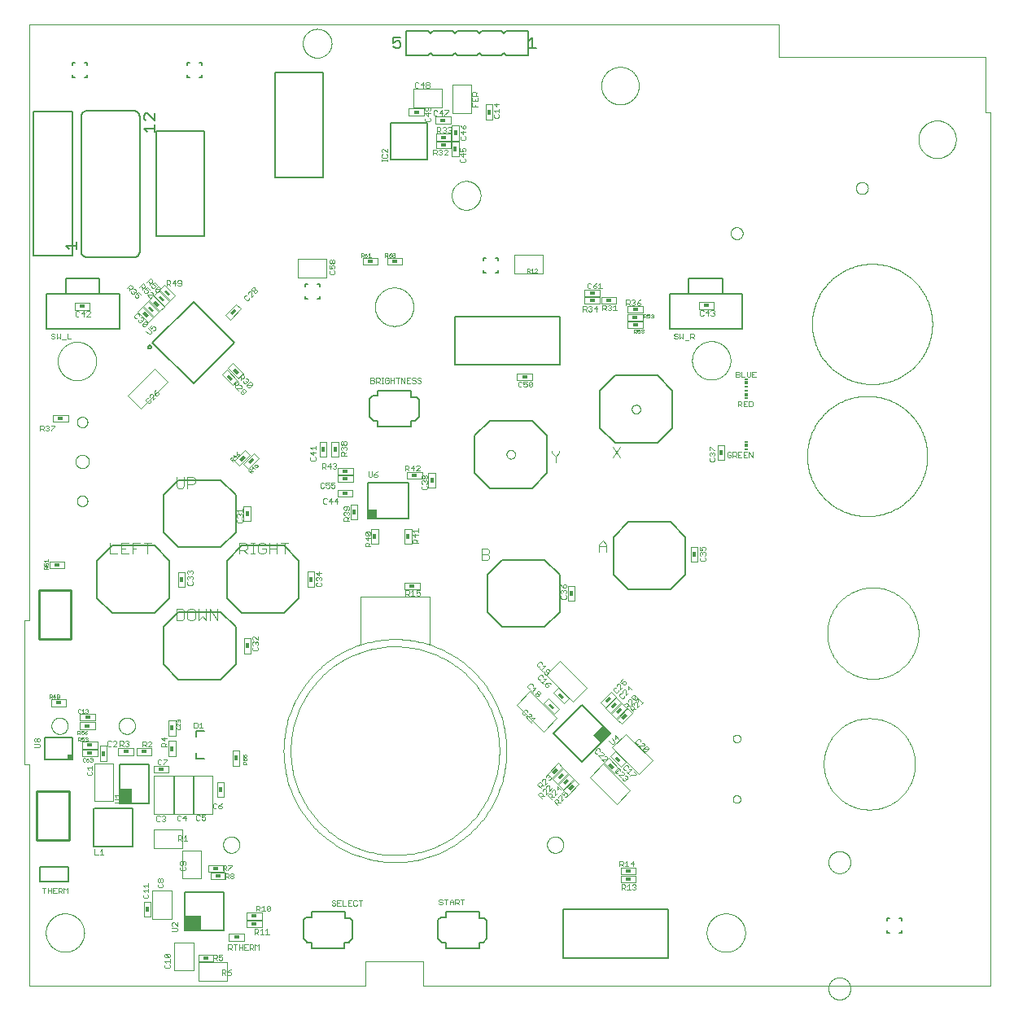
<source format=gto>
G75*
%MOIN*%
%OFA0B0*%
%FSLAX25Y25*%
%IPPOS*%
%LPD*%
%AMOC8*
5,1,8,0,0,1.08239X$1,22.5*
%
%ADD10C,0.00000*%
%ADD11C,0.00500*%
%ADD12C,0.00400*%
%ADD13C,0.00200*%
%ADD14R,0.04823X0.05906*%
%ADD15C,0.00197*%
%ADD16R,0.01220X0.02323*%
%ADD17R,0.02323X0.01220*%
%ADD18R,0.06929X0.06378*%
%ADD19C,0.01000*%
%ADD20C,0.00600*%
%ADD21C,0.00800*%
%ADD22R,0.05512X0.04409*%
%ADD23R,0.01181X0.00591*%
%ADD24R,0.01181X0.01181*%
%ADD25C,0.00100*%
%ADD26R,0.03583X0.03819*%
%ADD27R,0.02165X0.02087*%
D10*
X0011407Y0006748D02*
X0011407Y0097299D01*
X0009439Y0097299D01*
X0009439Y0156354D01*
X0011407Y0156354D01*
X0011407Y0400449D01*
X0318494Y0400449D01*
X0318494Y0387063D01*
X0403140Y0387063D01*
X0403140Y0364425D01*
X0405108Y0364425D01*
X0405108Y0006748D01*
X0172825Y0006748D01*
X0172825Y0016787D01*
X0149203Y0016787D01*
X0149203Y0006748D01*
X0011407Y0006748D01*
X0018297Y0028402D02*
X0018299Y0028595D01*
X0018306Y0028788D01*
X0018318Y0028981D01*
X0018335Y0029174D01*
X0018356Y0029366D01*
X0018382Y0029557D01*
X0018413Y0029748D01*
X0018448Y0029938D01*
X0018488Y0030127D01*
X0018533Y0030315D01*
X0018582Y0030502D01*
X0018636Y0030688D01*
X0018694Y0030872D01*
X0018757Y0031055D01*
X0018825Y0031236D01*
X0018896Y0031415D01*
X0018973Y0031593D01*
X0019053Y0031769D01*
X0019138Y0031942D01*
X0019227Y0032114D01*
X0019320Y0032283D01*
X0019417Y0032450D01*
X0019519Y0032615D01*
X0019624Y0032777D01*
X0019733Y0032936D01*
X0019847Y0033093D01*
X0019964Y0033246D01*
X0020084Y0033397D01*
X0020209Y0033545D01*
X0020337Y0033690D01*
X0020468Y0033831D01*
X0020603Y0033970D01*
X0020742Y0034105D01*
X0020883Y0034236D01*
X0021028Y0034364D01*
X0021176Y0034489D01*
X0021327Y0034609D01*
X0021480Y0034726D01*
X0021637Y0034840D01*
X0021796Y0034949D01*
X0021958Y0035054D01*
X0022123Y0035156D01*
X0022290Y0035253D01*
X0022459Y0035346D01*
X0022631Y0035435D01*
X0022804Y0035520D01*
X0022980Y0035600D01*
X0023158Y0035677D01*
X0023337Y0035748D01*
X0023518Y0035816D01*
X0023701Y0035879D01*
X0023885Y0035937D01*
X0024071Y0035991D01*
X0024258Y0036040D01*
X0024446Y0036085D01*
X0024635Y0036125D01*
X0024825Y0036160D01*
X0025016Y0036191D01*
X0025207Y0036217D01*
X0025399Y0036238D01*
X0025592Y0036255D01*
X0025785Y0036267D01*
X0025978Y0036274D01*
X0026171Y0036276D01*
X0026364Y0036274D01*
X0026557Y0036267D01*
X0026750Y0036255D01*
X0026943Y0036238D01*
X0027135Y0036217D01*
X0027326Y0036191D01*
X0027517Y0036160D01*
X0027707Y0036125D01*
X0027896Y0036085D01*
X0028084Y0036040D01*
X0028271Y0035991D01*
X0028457Y0035937D01*
X0028641Y0035879D01*
X0028824Y0035816D01*
X0029005Y0035748D01*
X0029184Y0035677D01*
X0029362Y0035600D01*
X0029538Y0035520D01*
X0029711Y0035435D01*
X0029883Y0035346D01*
X0030052Y0035253D01*
X0030219Y0035156D01*
X0030384Y0035054D01*
X0030546Y0034949D01*
X0030705Y0034840D01*
X0030862Y0034726D01*
X0031015Y0034609D01*
X0031166Y0034489D01*
X0031314Y0034364D01*
X0031459Y0034236D01*
X0031600Y0034105D01*
X0031739Y0033970D01*
X0031874Y0033831D01*
X0032005Y0033690D01*
X0032133Y0033545D01*
X0032258Y0033397D01*
X0032378Y0033246D01*
X0032495Y0033093D01*
X0032609Y0032936D01*
X0032718Y0032777D01*
X0032823Y0032615D01*
X0032925Y0032450D01*
X0033022Y0032283D01*
X0033115Y0032114D01*
X0033204Y0031942D01*
X0033289Y0031769D01*
X0033369Y0031593D01*
X0033446Y0031415D01*
X0033517Y0031236D01*
X0033585Y0031055D01*
X0033648Y0030872D01*
X0033706Y0030688D01*
X0033760Y0030502D01*
X0033809Y0030315D01*
X0033854Y0030127D01*
X0033894Y0029938D01*
X0033929Y0029748D01*
X0033960Y0029557D01*
X0033986Y0029366D01*
X0034007Y0029174D01*
X0034024Y0028981D01*
X0034036Y0028788D01*
X0034043Y0028595D01*
X0034045Y0028402D01*
X0034043Y0028209D01*
X0034036Y0028016D01*
X0034024Y0027823D01*
X0034007Y0027630D01*
X0033986Y0027438D01*
X0033960Y0027247D01*
X0033929Y0027056D01*
X0033894Y0026866D01*
X0033854Y0026677D01*
X0033809Y0026489D01*
X0033760Y0026302D01*
X0033706Y0026116D01*
X0033648Y0025932D01*
X0033585Y0025749D01*
X0033517Y0025568D01*
X0033446Y0025389D01*
X0033369Y0025211D01*
X0033289Y0025035D01*
X0033204Y0024862D01*
X0033115Y0024690D01*
X0033022Y0024521D01*
X0032925Y0024354D01*
X0032823Y0024189D01*
X0032718Y0024027D01*
X0032609Y0023868D01*
X0032495Y0023711D01*
X0032378Y0023558D01*
X0032258Y0023407D01*
X0032133Y0023259D01*
X0032005Y0023114D01*
X0031874Y0022973D01*
X0031739Y0022834D01*
X0031600Y0022699D01*
X0031459Y0022568D01*
X0031314Y0022440D01*
X0031166Y0022315D01*
X0031015Y0022195D01*
X0030862Y0022078D01*
X0030705Y0021964D01*
X0030546Y0021855D01*
X0030384Y0021750D01*
X0030219Y0021648D01*
X0030052Y0021551D01*
X0029883Y0021458D01*
X0029711Y0021369D01*
X0029538Y0021284D01*
X0029362Y0021204D01*
X0029184Y0021127D01*
X0029005Y0021056D01*
X0028824Y0020988D01*
X0028641Y0020925D01*
X0028457Y0020867D01*
X0028271Y0020813D01*
X0028084Y0020764D01*
X0027896Y0020719D01*
X0027707Y0020679D01*
X0027517Y0020644D01*
X0027326Y0020613D01*
X0027135Y0020587D01*
X0026943Y0020566D01*
X0026750Y0020549D01*
X0026557Y0020537D01*
X0026364Y0020530D01*
X0026171Y0020528D01*
X0025978Y0020530D01*
X0025785Y0020537D01*
X0025592Y0020549D01*
X0025399Y0020566D01*
X0025207Y0020587D01*
X0025016Y0020613D01*
X0024825Y0020644D01*
X0024635Y0020679D01*
X0024446Y0020719D01*
X0024258Y0020764D01*
X0024071Y0020813D01*
X0023885Y0020867D01*
X0023701Y0020925D01*
X0023518Y0020988D01*
X0023337Y0021056D01*
X0023158Y0021127D01*
X0022980Y0021204D01*
X0022804Y0021284D01*
X0022631Y0021369D01*
X0022459Y0021458D01*
X0022290Y0021551D01*
X0022123Y0021648D01*
X0021958Y0021750D01*
X0021796Y0021855D01*
X0021637Y0021964D01*
X0021480Y0022078D01*
X0021327Y0022195D01*
X0021176Y0022315D01*
X0021028Y0022440D01*
X0020883Y0022568D01*
X0020742Y0022699D01*
X0020603Y0022834D01*
X0020468Y0022973D01*
X0020337Y0023114D01*
X0020209Y0023259D01*
X0020084Y0023407D01*
X0019964Y0023558D01*
X0019847Y0023711D01*
X0019733Y0023868D01*
X0019624Y0024027D01*
X0019519Y0024189D01*
X0019417Y0024354D01*
X0019320Y0024521D01*
X0019227Y0024690D01*
X0019138Y0024862D01*
X0019053Y0025035D01*
X0018973Y0025211D01*
X0018896Y0025389D01*
X0018825Y0025568D01*
X0018757Y0025749D01*
X0018694Y0025932D01*
X0018636Y0026116D01*
X0018582Y0026302D01*
X0018533Y0026489D01*
X0018488Y0026677D01*
X0018448Y0026866D01*
X0018413Y0027056D01*
X0018382Y0027247D01*
X0018356Y0027438D01*
X0018335Y0027630D01*
X0018318Y0027823D01*
X0018306Y0028016D01*
X0018299Y0028209D01*
X0018297Y0028402D01*
X0090935Y0064425D02*
X0090937Y0064540D01*
X0090943Y0064656D01*
X0090953Y0064771D01*
X0090967Y0064886D01*
X0090985Y0065000D01*
X0091007Y0065113D01*
X0091032Y0065226D01*
X0091062Y0065337D01*
X0091095Y0065448D01*
X0091132Y0065557D01*
X0091173Y0065665D01*
X0091218Y0065772D01*
X0091266Y0065877D01*
X0091318Y0065980D01*
X0091374Y0066081D01*
X0091433Y0066181D01*
X0091495Y0066278D01*
X0091561Y0066373D01*
X0091629Y0066466D01*
X0091701Y0066556D01*
X0091776Y0066644D01*
X0091855Y0066729D01*
X0091936Y0066811D01*
X0092019Y0066891D01*
X0092106Y0066967D01*
X0092195Y0067041D01*
X0092286Y0067111D01*
X0092380Y0067179D01*
X0092476Y0067243D01*
X0092575Y0067303D01*
X0092675Y0067360D01*
X0092777Y0067414D01*
X0092881Y0067464D01*
X0092987Y0067511D01*
X0093094Y0067554D01*
X0093203Y0067593D01*
X0093313Y0067628D01*
X0093424Y0067659D01*
X0093536Y0067687D01*
X0093649Y0067711D01*
X0093763Y0067731D01*
X0093878Y0067747D01*
X0093993Y0067759D01*
X0094108Y0067767D01*
X0094223Y0067771D01*
X0094339Y0067771D01*
X0094454Y0067767D01*
X0094569Y0067759D01*
X0094684Y0067747D01*
X0094799Y0067731D01*
X0094913Y0067711D01*
X0095026Y0067687D01*
X0095138Y0067659D01*
X0095249Y0067628D01*
X0095359Y0067593D01*
X0095468Y0067554D01*
X0095575Y0067511D01*
X0095681Y0067464D01*
X0095785Y0067414D01*
X0095887Y0067360D01*
X0095987Y0067303D01*
X0096086Y0067243D01*
X0096182Y0067179D01*
X0096276Y0067111D01*
X0096367Y0067041D01*
X0096456Y0066967D01*
X0096543Y0066891D01*
X0096626Y0066811D01*
X0096707Y0066729D01*
X0096786Y0066644D01*
X0096861Y0066556D01*
X0096933Y0066466D01*
X0097001Y0066373D01*
X0097067Y0066278D01*
X0097129Y0066181D01*
X0097188Y0066081D01*
X0097244Y0065980D01*
X0097296Y0065877D01*
X0097344Y0065772D01*
X0097389Y0065665D01*
X0097430Y0065557D01*
X0097467Y0065448D01*
X0097500Y0065337D01*
X0097530Y0065226D01*
X0097555Y0065113D01*
X0097577Y0065000D01*
X0097595Y0064886D01*
X0097609Y0064771D01*
X0097619Y0064656D01*
X0097625Y0064540D01*
X0097627Y0064425D01*
X0097625Y0064310D01*
X0097619Y0064194D01*
X0097609Y0064079D01*
X0097595Y0063964D01*
X0097577Y0063850D01*
X0097555Y0063737D01*
X0097530Y0063624D01*
X0097500Y0063513D01*
X0097467Y0063402D01*
X0097430Y0063293D01*
X0097389Y0063185D01*
X0097344Y0063078D01*
X0097296Y0062973D01*
X0097244Y0062870D01*
X0097188Y0062769D01*
X0097129Y0062669D01*
X0097067Y0062572D01*
X0097001Y0062477D01*
X0096933Y0062384D01*
X0096861Y0062294D01*
X0096786Y0062206D01*
X0096707Y0062121D01*
X0096626Y0062039D01*
X0096543Y0061959D01*
X0096456Y0061883D01*
X0096367Y0061809D01*
X0096276Y0061739D01*
X0096182Y0061671D01*
X0096086Y0061607D01*
X0095987Y0061547D01*
X0095887Y0061490D01*
X0095785Y0061436D01*
X0095681Y0061386D01*
X0095575Y0061339D01*
X0095468Y0061296D01*
X0095359Y0061257D01*
X0095249Y0061222D01*
X0095138Y0061191D01*
X0095026Y0061163D01*
X0094913Y0061139D01*
X0094799Y0061119D01*
X0094684Y0061103D01*
X0094569Y0061091D01*
X0094454Y0061083D01*
X0094339Y0061079D01*
X0094223Y0061079D01*
X0094108Y0061083D01*
X0093993Y0061091D01*
X0093878Y0061103D01*
X0093763Y0061119D01*
X0093649Y0061139D01*
X0093536Y0061163D01*
X0093424Y0061191D01*
X0093313Y0061222D01*
X0093203Y0061257D01*
X0093094Y0061296D01*
X0092987Y0061339D01*
X0092881Y0061386D01*
X0092777Y0061436D01*
X0092675Y0061490D01*
X0092575Y0061547D01*
X0092476Y0061607D01*
X0092380Y0061671D01*
X0092286Y0061739D01*
X0092195Y0061809D01*
X0092106Y0061883D01*
X0092019Y0061959D01*
X0091936Y0062039D01*
X0091855Y0062121D01*
X0091776Y0062206D01*
X0091701Y0062294D01*
X0091629Y0062384D01*
X0091561Y0062477D01*
X0091495Y0062572D01*
X0091433Y0062669D01*
X0091374Y0062769D01*
X0091318Y0062870D01*
X0091266Y0062973D01*
X0091218Y0063078D01*
X0091173Y0063185D01*
X0091132Y0063293D01*
X0091095Y0063402D01*
X0091062Y0063513D01*
X0091032Y0063624D01*
X0091007Y0063737D01*
X0090985Y0063850D01*
X0090967Y0063964D01*
X0090953Y0064079D01*
X0090943Y0064194D01*
X0090937Y0064310D01*
X0090935Y0064425D01*
X0048180Y0113126D02*
X0048182Y0113241D01*
X0048188Y0113357D01*
X0048198Y0113472D01*
X0048212Y0113587D01*
X0048230Y0113701D01*
X0048252Y0113814D01*
X0048277Y0113927D01*
X0048307Y0114038D01*
X0048340Y0114149D01*
X0048377Y0114258D01*
X0048418Y0114366D01*
X0048463Y0114473D01*
X0048511Y0114578D01*
X0048563Y0114681D01*
X0048619Y0114782D01*
X0048678Y0114882D01*
X0048740Y0114979D01*
X0048806Y0115074D01*
X0048874Y0115167D01*
X0048946Y0115257D01*
X0049021Y0115345D01*
X0049100Y0115430D01*
X0049181Y0115512D01*
X0049264Y0115592D01*
X0049351Y0115668D01*
X0049440Y0115742D01*
X0049531Y0115812D01*
X0049625Y0115880D01*
X0049721Y0115944D01*
X0049820Y0116004D01*
X0049920Y0116061D01*
X0050022Y0116115D01*
X0050126Y0116165D01*
X0050232Y0116212D01*
X0050339Y0116255D01*
X0050448Y0116294D01*
X0050558Y0116329D01*
X0050669Y0116360D01*
X0050781Y0116388D01*
X0050894Y0116412D01*
X0051008Y0116432D01*
X0051123Y0116448D01*
X0051238Y0116460D01*
X0051353Y0116468D01*
X0051468Y0116472D01*
X0051584Y0116472D01*
X0051699Y0116468D01*
X0051814Y0116460D01*
X0051929Y0116448D01*
X0052044Y0116432D01*
X0052158Y0116412D01*
X0052271Y0116388D01*
X0052383Y0116360D01*
X0052494Y0116329D01*
X0052604Y0116294D01*
X0052713Y0116255D01*
X0052820Y0116212D01*
X0052926Y0116165D01*
X0053030Y0116115D01*
X0053132Y0116061D01*
X0053232Y0116004D01*
X0053331Y0115944D01*
X0053427Y0115880D01*
X0053521Y0115812D01*
X0053612Y0115742D01*
X0053701Y0115668D01*
X0053788Y0115592D01*
X0053871Y0115512D01*
X0053952Y0115430D01*
X0054031Y0115345D01*
X0054106Y0115257D01*
X0054178Y0115167D01*
X0054246Y0115074D01*
X0054312Y0114979D01*
X0054374Y0114882D01*
X0054433Y0114782D01*
X0054489Y0114681D01*
X0054541Y0114578D01*
X0054589Y0114473D01*
X0054634Y0114366D01*
X0054675Y0114258D01*
X0054712Y0114149D01*
X0054745Y0114038D01*
X0054775Y0113927D01*
X0054800Y0113814D01*
X0054822Y0113701D01*
X0054840Y0113587D01*
X0054854Y0113472D01*
X0054864Y0113357D01*
X0054870Y0113241D01*
X0054872Y0113126D01*
X0054870Y0113011D01*
X0054864Y0112895D01*
X0054854Y0112780D01*
X0054840Y0112665D01*
X0054822Y0112551D01*
X0054800Y0112438D01*
X0054775Y0112325D01*
X0054745Y0112214D01*
X0054712Y0112103D01*
X0054675Y0111994D01*
X0054634Y0111886D01*
X0054589Y0111779D01*
X0054541Y0111674D01*
X0054489Y0111571D01*
X0054433Y0111470D01*
X0054374Y0111370D01*
X0054312Y0111273D01*
X0054246Y0111178D01*
X0054178Y0111085D01*
X0054106Y0110995D01*
X0054031Y0110907D01*
X0053952Y0110822D01*
X0053871Y0110740D01*
X0053788Y0110660D01*
X0053701Y0110584D01*
X0053612Y0110510D01*
X0053521Y0110440D01*
X0053427Y0110372D01*
X0053331Y0110308D01*
X0053232Y0110248D01*
X0053132Y0110191D01*
X0053030Y0110137D01*
X0052926Y0110087D01*
X0052820Y0110040D01*
X0052713Y0109997D01*
X0052604Y0109958D01*
X0052494Y0109923D01*
X0052383Y0109892D01*
X0052271Y0109864D01*
X0052158Y0109840D01*
X0052044Y0109820D01*
X0051929Y0109804D01*
X0051814Y0109792D01*
X0051699Y0109784D01*
X0051584Y0109780D01*
X0051468Y0109780D01*
X0051353Y0109784D01*
X0051238Y0109792D01*
X0051123Y0109804D01*
X0051008Y0109820D01*
X0050894Y0109840D01*
X0050781Y0109864D01*
X0050669Y0109892D01*
X0050558Y0109923D01*
X0050448Y0109958D01*
X0050339Y0109997D01*
X0050232Y0110040D01*
X0050126Y0110087D01*
X0050022Y0110137D01*
X0049920Y0110191D01*
X0049820Y0110248D01*
X0049721Y0110308D01*
X0049625Y0110372D01*
X0049531Y0110440D01*
X0049440Y0110510D01*
X0049351Y0110584D01*
X0049264Y0110660D01*
X0049181Y0110740D01*
X0049100Y0110822D01*
X0049021Y0110907D01*
X0048946Y0110995D01*
X0048874Y0111085D01*
X0048806Y0111178D01*
X0048740Y0111273D01*
X0048678Y0111370D01*
X0048619Y0111470D01*
X0048563Y0111571D01*
X0048511Y0111674D01*
X0048463Y0111779D01*
X0048418Y0111886D01*
X0048377Y0111994D01*
X0048340Y0112103D01*
X0048307Y0112214D01*
X0048277Y0112325D01*
X0048252Y0112438D01*
X0048230Y0112551D01*
X0048212Y0112665D01*
X0048198Y0112780D01*
X0048188Y0112895D01*
X0048182Y0113011D01*
X0048180Y0113126D01*
X0020621Y0113126D02*
X0020623Y0113241D01*
X0020629Y0113357D01*
X0020639Y0113472D01*
X0020653Y0113587D01*
X0020671Y0113701D01*
X0020693Y0113814D01*
X0020718Y0113927D01*
X0020748Y0114038D01*
X0020781Y0114149D01*
X0020818Y0114258D01*
X0020859Y0114366D01*
X0020904Y0114473D01*
X0020952Y0114578D01*
X0021004Y0114681D01*
X0021060Y0114782D01*
X0021119Y0114882D01*
X0021181Y0114979D01*
X0021247Y0115074D01*
X0021315Y0115167D01*
X0021387Y0115257D01*
X0021462Y0115345D01*
X0021541Y0115430D01*
X0021622Y0115512D01*
X0021705Y0115592D01*
X0021792Y0115668D01*
X0021881Y0115742D01*
X0021972Y0115812D01*
X0022066Y0115880D01*
X0022162Y0115944D01*
X0022261Y0116004D01*
X0022361Y0116061D01*
X0022463Y0116115D01*
X0022567Y0116165D01*
X0022673Y0116212D01*
X0022780Y0116255D01*
X0022889Y0116294D01*
X0022999Y0116329D01*
X0023110Y0116360D01*
X0023222Y0116388D01*
X0023335Y0116412D01*
X0023449Y0116432D01*
X0023564Y0116448D01*
X0023679Y0116460D01*
X0023794Y0116468D01*
X0023909Y0116472D01*
X0024025Y0116472D01*
X0024140Y0116468D01*
X0024255Y0116460D01*
X0024370Y0116448D01*
X0024485Y0116432D01*
X0024599Y0116412D01*
X0024712Y0116388D01*
X0024824Y0116360D01*
X0024935Y0116329D01*
X0025045Y0116294D01*
X0025154Y0116255D01*
X0025261Y0116212D01*
X0025367Y0116165D01*
X0025471Y0116115D01*
X0025573Y0116061D01*
X0025673Y0116004D01*
X0025772Y0115944D01*
X0025868Y0115880D01*
X0025962Y0115812D01*
X0026053Y0115742D01*
X0026142Y0115668D01*
X0026229Y0115592D01*
X0026312Y0115512D01*
X0026393Y0115430D01*
X0026472Y0115345D01*
X0026547Y0115257D01*
X0026619Y0115167D01*
X0026687Y0115074D01*
X0026753Y0114979D01*
X0026815Y0114882D01*
X0026874Y0114782D01*
X0026930Y0114681D01*
X0026982Y0114578D01*
X0027030Y0114473D01*
X0027075Y0114366D01*
X0027116Y0114258D01*
X0027153Y0114149D01*
X0027186Y0114038D01*
X0027216Y0113927D01*
X0027241Y0113814D01*
X0027263Y0113701D01*
X0027281Y0113587D01*
X0027295Y0113472D01*
X0027305Y0113357D01*
X0027311Y0113241D01*
X0027313Y0113126D01*
X0027311Y0113011D01*
X0027305Y0112895D01*
X0027295Y0112780D01*
X0027281Y0112665D01*
X0027263Y0112551D01*
X0027241Y0112438D01*
X0027216Y0112325D01*
X0027186Y0112214D01*
X0027153Y0112103D01*
X0027116Y0111994D01*
X0027075Y0111886D01*
X0027030Y0111779D01*
X0026982Y0111674D01*
X0026930Y0111571D01*
X0026874Y0111470D01*
X0026815Y0111370D01*
X0026753Y0111273D01*
X0026687Y0111178D01*
X0026619Y0111085D01*
X0026547Y0110995D01*
X0026472Y0110907D01*
X0026393Y0110822D01*
X0026312Y0110740D01*
X0026229Y0110660D01*
X0026142Y0110584D01*
X0026053Y0110510D01*
X0025962Y0110440D01*
X0025868Y0110372D01*
X0025772Y0110308D01*
X0025673Y0110248D01*
X0025573Y0110191D01*
X0025471Y0110137D01*
X0025367Y0110087D01*
X0025261Y0110040D01*
X0025154Y0109997D01*
X0025045Y0109958D01*
X0024935Y0109923D01*
X0024824Y0109892D01*
X0024712Y0109864D01*
X0024599Y0109840D01*
X0024485Y0109820D01*
X0024370Y0109804D01*
X0024255Y0109792D01*
X0024140Y0109784D01*
X0024025Y0109780D01*
X0023909Y0109780D01*
X0023794Y0109784D01*
X0023679Y0109792D01*
X0023564Y0109804D01*
X0023449Y0109820D01*
X0023335Y0109840D01*
X0023222Y0109864D01*
X0023110Y0109892D01*
X0022999Y0109923D01*
X0022889Y0109958D01*
X0022780Y0109997D01*
X0022673Y0110040D01*
X0022567Y0110087D01*
X0022463Y0110137D01*
X0022361Y0110191D01*
X0022261Y0110248D01*
X0022162Y0110308D01*
X0022066Y0110372D01*
X0021972Y0110440D01*
X0021881Y0110510D01*
X0021792Y0110584D01*
X0021705Y0110660D01*
X0021622Y0110740D01*
X0021541Y0110822D01*
X0021462Y0110907D01*
X0021387Y0110995D01*
X0021315Y0111085D01*
X0021247Y0111178D01*
X0021181Y0111273D01*
X0021119Y0111370D01*
X0021060Y0111470D01*
X0021004Y0111571D01*
X0020952Y0111674D01*
X0020904Y0111779D01*
X0020859Y0111886D01*
X0020818Y0111994D01*
X0020781Y0112103D01*
X0020748Y0112214D01*
X0020718Y0112325D01*
X0020693Y0112438D01*
X0020671Y0112551D01*
X0020653Y0112665D01*
X0020639Y0112780D01*
X0020629Y0112895D01*
X0020623Y0113011D01*
X0020621Y0113126D01*
X0031054Y0205213D02*
X0031056Y0205306D01*
X0031062Y0205398D01*
X0031072Y0205490D01*
X0031086Y0205581D01*
X0031103Y0205672D01*
X0031125Y0205762D01*
X0031150Y0205851D01*
X0031179Y0205939D01*
X0031212Y0206025D01*
X0031249Y0206110D01*
X0031289Y0206194D01*
X0031333Y0206275D01*
X0031380Y0206355D01*
X0031430Y0206433D01*
X0031484Y0206508D01*
X0031541Y0206581D01*
X0031601Y0206651D01*
X0031664Y0206719D01*
X0031730Y0206784D01*
X0031798Y0206846D01*
X0031869Y0206906D01*
X0031943Y0206962D01*
X0032019Y0207015D01*
X0032097Y0207064D01*
X0032177Y0207111D01*
X0032259Y0207153D01*
X0032343Y0207193D01*
X0032428Y0207228D01*
X0032515Y0207260D01*
X0032603Y0207289D01*
X0032692Y0207313D01*
X0032782Y0207334D01*
X0032873Y0207350D01*
X0032965Y0207363D01*
X0033057Y0207372D01*
X0033150Y0207377D01*
X0033242Y0207378D01*
X0033335Y0207375D01*
X0033427Y0207368D01*
X0033519Y0207357D01*
X0033610Y0207342D01*
X0033701Y0207324D01*
X0033791Y0207301D01*
X0033879Y0207275D01*
X0033967Y0207245D01*
X0034053Y0207211D01*
X0034137Y0207174D01*
X0034220Y0207132D01*
X0034301Y0207088D01*
X0034381Y0207040D01*
X0034458Y0206989D01*
X0034532Y0206934D01*
X0034605Y0206876D01*
X0034675Y0206816D01*
X0034742Y0206752D01*
X0034806Y0206686D01*
X0034868Y0206616D01*
X0034926Y0206545D01*
X0034981Y0206471D01*
X0035033Y0206394D01*
X0035082Y0206315D01*
X0035128Y0206235D01*
X0035170Y0206152D01*
X0035208Y0206068D01*
X0035243Y0205982D01*
X0035274Y0205895D01*
X0035301Y0205807D01*
X0035324Y0205717D01*
X0035344Y0205627D01*
X0035360Y0205536D01*
X0035372Y0205444D01*
X0035380Y0205352D01*
X0035384Y0205259D01*
X0035384Y0205167D01*
X0035380Y0205074D01*
X0035372Y0204982D01*
X0035360Y0204890D01*
X0035344Y0204799D01*
X0035324Y0204709D01*
X0035301Y0204619D01*
X0035274Y0204531D01*
X0035243Y0204444D01*
X0035208Y0204358D01*
X0035170Y0204274D01*
X0035128Y0204191D01*
X0035082Y0204111D01*
X0035033Y0204032D01*
X0034981Y0203955D01*
X0034926Y0203881D01*
X0034868Y0203810D01*
X0034806Y0203740D01*
X0034742Y0203674D01*
X0034675Y0203610D01*
X0034605Y0203550D01*
X0034532Y0203492D01*
X0034458Y0203437D01*
X0034381Y0203386D01*
X0034302Y0203338D01*
X0034220Y0203294D01*
X0034137Y0203252D01*
X0034053Y0203215D01*
X0033967Y0203181D01*
X0033879Y0203151D01*
X0033791Y0203125D01*
X0033701Y0203102D01*
X0033610Y0203084D01*
X0033519Y0203069D01*
X0033427Y0203058D01*
X0033335Y0203051D01*
X0033242Y0203048D01*
X0033150Y0203049D01*
X0033057Y0203054D01*
X0032965Y0203063D01*
X0032873Y0203076D01*
X0032782Y0203092D01*
X0032692Y0203113D01*
X0032603Y0203137D01*
X0032515Y0203166D01*
X0032428Y0203198D01*
X0032343Y0203233D01*
X0032259Y0203273D01*
X0032177Y0203315D01*
X0032097Y0203362D01*
X0032019Y0203411D01*
X0031943Y0203464D01*
X0031869Y0203520D01*
X0031798Y0203580D01*
X0031730Y0203642D01*
X0031664Y0203707D01*
X0031601Y0203775D01*
X0031541Y0203845D01*
X0031484Y0203918D01*
X0031430Y0203993D01*
X0031380Y0204071D01*
X0031333Y0204151D01*
X0031289Y0204232D01*
X0031249Y0204316D01*
X0031212Y0204401D01*
X0031179Y0204487D01*
X0031150Y0204575D01*
X0031125Y0204664D01*
X0031103Y0204754D01*
X0031086Y0204845D01*
X0031072Y0204936D01*
X0031062Y0205028D01*
X0031056Y0205120D01*
X0031054Y0205213D01*
X0030463Y0221354D02*
X0030465Y0221459D01*
X0030471Y0221564D01*
X0030481Y0221668D01*
X0030495Y0221772D01*
X0030513Y0221876D01*
X0030535Y0221978D01*
X0030560Y0222080D01*
X0030590Y0222181D01*
X0030623Y0222280D01*
X0030660Y0222378D01*
X0030701Y0222475D01*
X0030746Y0222570D01*
X0030794Y0222663D01*
X0030845Y0222755D01*
X0030901Y0222844D01*
X0030959Y0222931D01*
X0031021Y0223016D01*
X0031085Y0223099D01*
X0031153Y0223179D01*
X0031224Y0223256D01*
X0031298Y0223330D01*
X0031375Y0223402D01*
X0031454Y0223471D01*
X0031536Y0223536D01*
X0031620Y0223599D01*
X0031707Y0223658D01*
X0031796Y0223714D01*
X0031887Y0223767D01*
X0031980Y0223816D01*
X0032074Y0223861D01*
X0032170Y0223903D01*
X0032268Y0223941D01*
X0032367Y0223975D01*
X0032468Y0224006D01*
X0032569Y0224032D01*
X0032672Y0224055D01*
X0032775Y0224074D01*
X0032879Y0224089D01*
X0032983Y0224100D01*
X0033088Y0224107D01*
X0033193Y0224110D01*
X0033298Y0224109D01*
X0033403Y0224104D01*
X0033507Y0224095D01*
X0033611Y0224082D01*
X0033715Y0224065D01*
X0033818Y0224044D01*
X0033920Y0224019D01*
X0034021Y0223991D01*
X0034120Y0223958D01*
X0034219Y0223922D01*
X0034316Y0223882D01*
X0034411Y0223839D01*
X0034505Y0223791D01*
X0034597Y0223741D01*
X0034687Y0223687D01*
X0034775Y0223629D01*
X0034860Y0223568D01*
X0034943Y0223504D01*
X0035024Y0223437D01*
X0035102Y0223367D01*
X0035177Y0223293D01*
X0035249Y0223218D01*
X0035319Y0223139D01*
X0035385Y0223058D01*
X0035449Y0222974D01*
X0035509Y0222888D01*
X0035565Y0222800D01*
X0035619Y0222709D01*
X0035669Y0222617D01*
X0035715Y0222523D01*
X0035758Y0222427D01*
X0035797Y0222329D01*
X0035832Y0222231D01*
X0035863Y0222130D01*
X0035891Y0222029D01*
X0035915Y0221927D01*
X0035935Y0221824D01*
X0035951Y0221720D01*
X0035963Y0221616D01*
X0035971Y0221511D01*
X0035975Y0221406D01*
X0035975Y0221302D01*
X0035971Y0221197D01*
X0035963Y0221092D01*
X0035951Y0220988D01*
X0035935Y0220884D01*
X0035915Y0220781D01*
X0035891Y0220679D01*
X0035863Y0220578D01*
X0035832Y0220477D01*
X0035797Y0220379D01*
X0035758Y0220281D01*
X0035715Y0220185D01*
X0035669Y0220091D01*
X0035619Y0219999D01*
X0035565Y0219908D01*
X0035509Y0219820D01*
X0035449Y0219734D01*
X0035385Y0219650D01*
X0035319Y0219569D01*
X0035249Y0219490D01*
X0035177Y0219415D01*
X0035102Y0219341D01*
X0035024Y0219271D01*
X0034943Y0219204D01*
X0034860Y0219140D01*
X0034775Y0219079D01*
X0034687Y0219021D01*
X0034597Y0218967D01*
X0034505Y0218917D01*
X0034411Y0218869D01*
X0034316Y0218826D01*
X0034219Y0218786D01*
X0034120Y0218750D01*
X0034021Y0218717D01*
X0033920Y0218689D01*
X0033818Y0218664D01*
X0033715Y0218643D01*
X0033611Y0218626D01*
X0033507Y0218613D01*
X0033403Y0218604D01*
X0033298Y0218599D01*
X0033193Y0218598D01*
X0033088Y0218601D01*
X0032983Y0218608D01*
X0032879Y0218619D01*
X0032775Y0218634D01*
X0032672Y0218653D01*
X0032569Y0218676D01*
X0032468Y0218702D01*
X0032367Y0218733D01*
X0032268Y0218767D01*
X0032170Y0218805D01*
X0032074Y0218847D01*
X0031980Y0218892D01*
X0031887Y0218941D01*
X0031796Y0218994D01*
X0031707Y0219050D01*
X0031620Y0219109D01*
X0031536Y0219172D01*
X0031454Y0219237D01*
X0031375Y0219306D01*
X0031298Y0219378D01*
X0031224Y0219452D01*
X0031153Y0219529D01*
X0031085Y0219609D01*
X0031021Y0219692D01*
X0030959Y0219777D01*
X0030901Y0219864D01*
X0030845Y0219953D01*
X0030794Y0220045D01*
X0030746Y0220138D01*
X0030701Y0220233D01*
X0030660Y0220330D01*
X0030623Y0220428D01*
X0030590Y0220527D01*
X0030560Y0220628D01*
X0030535Y0220730D01*
X0030513Y0220832D01*
X0030495Y0220936D01*
X0030481Y0221040D01*
X0030471Y0221144D01*
X0030465Y0221249D01*
X0030463Y0221354D01*
X0031054Y0237496D02*
X0031056Y0237589D01*
X0031062Y0237681D01*
X0031072Y0237773D01*
X0031086Y0237864D01*
X0031103Y0237955D01*
X0031125Y0238045D01*
X0031150Y0238134D01*
X0031179Y0238222D01*
X0031212Y0238308D01*
X0031249Y0238393D01*
X0031289Y0238477D01*
X0031333Y0238558D01*
X0031380Y0238638D01*
X0031430Y0238716D01*
X0031484Y0238791D01*
X0031541Y0238864D01*
X0031601Y0238934D01*
X0031664Y0239002D01*
X0031730Y0239067D01*
X0031798Y0239129D01*
X0031869Y0239189D01*
X0031943Y0239245D01*
X0032019Y0239298D01*
X0032097Y0239347D01*
X0032177Y0239394D01*
X0032259Y0239436D01*
X0032343Y0239476D01*
X0032428Y0239511D01*
X0032515Y0239543D01*
X0032603Y0239572D01*
X0032692Y0239596D01*
X0032782Y0239617D01*
X0032873Y0239633D01*
X0032965Y0239646D01*
X0033057Y0239655D01*
X0033150Y0239660D01*
X0033242Y0239661D01*
X0033335Y0239658D01*
X0033427Y0239651D01*
X0033519Y0239640D01*
X0033610Y0239625D01*
X0033701Y0239607D01*
X0033791Y0239584D01*
X0033879Y0239558D01*
X0033967Y0239528D01*
X0034053Y0239494D01*
X0034137Y0239457D01*
X0034220Y0239415D01*
X0034301Y0239371D01*
X0034381Y0239323D01*
X0034458Y0239272D01*
X0034532Y0239217D01*
X0034605Y0239159D01*
X0034675Y0239099D01*
X0034742Y0239035D01*
X0034806Y0238969D01*
X0034868Y0238899D01*
X0034926Y0238828D01*
X0034981Y0238754D01*
X0035033Y0238677D01*
X0035082Y0238598D01*
X0035128Y0238518D01*
X0035170Y0238435D01*
X0035208Y0238351D01*
X0035243Y0238265D01*
X0035274Y0238178D01*
X0035301Y0238090D01*
X0035324Y0238000D01*
X0035344Y0237910D01*
X0035360Y0237819D01*
X0035372Y0237727D01*
X0035380Y0237635D01*
X0035384Y0237542D01*
X0035384Y0237450D01*
X0035380Y0237357D01*
X0035372Y0237265D01*
X0035360Y0237173D01*
X0035344Y0237082D01*
X0035324Y0236992D01*
X0035301Y0236902D01*
X0035274Y0236814D01*
X0035243Y0236727D01*
X0035208Y0236641D01*
X0035170Y0236557D01*
X0035128Y0236474D01*
X0035082Y0236394D01*
X0035033Y0236315D01*
X0034981Y0236238D01*
X0034926Y0236164D01*
X0034868Y0236093D01*
X0034806Y0236023D01*
X0034742Y0235957D01*
X0034675Y0235893D01*
X0034605Y0235833D01*
X0034532Y0235775D01*
X0034458Y0235720D01*
X0034381Y0235669D01*
X0034302Y0235621D01*
X0034220Y0235577D01*
X0034137Y0235535D01*
X0034053Y0235498D01*
X0033967Y0235464D01*
X0033879Y0235434D01*
X0033791Y0235408D01*
X0033701Y0235385D01*
X0033610Y0235367D01*
X0033519Y0235352D01*
X0033427Y0235341D01*
X0033335Y0235334D01*
X0033242Y0235331D01*
X0033150Y0235332D01*
X0033057Y0235337D01*
X0032965Y0235346D01*
X0032873Y0235359D01*
X0032782Y0235375D01*
X0032692Y0235396D01*
X0032603Y0235420D01*
X0032515Y0235449D01*
X0032428Y0235481D01*
X0032343Y0235516D01*
X0032259Y0235556D01*
X0032177Y0235598D01*
X0032097Y0235645D01*
X0032019Y0235694D01*
X0031943Y0235747D01*
X0031869Y0235803D01*
X0031798Y0235863D01*
X0031730Y0235925D01*
X0031664Y0235990D01*
X0031601Y0236058D01*
X0031541Y0236128D01*
X0031484Y0236201D01*
X0031430Y0236276D01*
X0031380Y0236354D01*
X0031333Y0236434D01*
X0031289Y0236515D01*
X0031249Y0236599D01*
X0031212Y0236684D01*
X0031179Y0236770D01*
X0031150Y0236858D01*
X0031125Y0236947D01*
X0031103Y0237037D01*
X0031086Y0237128D01*
X0031072Y0237219D01*
X0031062Y0237311D01*
X0031056Y0237403D01*
X0031054Y0237496D01*
X0023219Y0262457D02*
X0023221Y0262650D01*
X0023228Y0262843D01*
X0023240Y0263036D01*
X0023257Y0263229D01*
X0023278Y0263421D01*
X0023304Y0263612D01*
X0023335Y0263803D01*
X0023370Y0263993D01*
X0023410Y0264182D01*
X0023455Y0264370D01*
X0023504Y0264557D01*
X0023558Y0264743D01*
X0023616Y0264927D01*
X0023679Y0265110D01*
X0023747Y0265291D01*
X0023818Y0265470D01*
X0023895Y0265648D01*
X0023975Y0265824D01*
X0024060Y0265997D01*
X0024149Y0266169D01*
X0024242Y0266338D01*
X0024339Y0266505D01*
X0024441Y0266670D01*
X0024546Y0266832D01*
X0024655Y0266991D01*
X0024769Y0267148D01*
X0024886Y0267301D01*
X0025006Y0267452D01*
X0025131Y0267600D01*
X0025259Y0267745D01*
X0025390Y0267886D01*
X0025525Y0268025D01*
X0025664Y0268160D01*
X0025805Y0268291D01*
X0025950Y0268419D01*
X0026098Y0268544D01*
X0026249Y0268664D01*
X0026402Y0268781D01*
X0026559Y0268895D01*
X0026718Y0269004D01*
X0026880Y0269109D01*
X0027045Y0269211D01*
X0027212Y0269308D01*
X0027381Y0269401D01*
X0027553Y0269490D01*
X0027726Y0269575D01*
X0027902Y0269655D01*
X0028080Y0269732D01*
X0028259Y0269803D01*
X0028440Y0269871D01*
X0028623Y0269934D01*
X0028807Y0269992D01*
X0028993Y0270046D01*
X0029180Y0270095D01*
X0029368Y0270140D01*
X0029557Y0270180D01*
X0029747Y0270215D01*
X0029938Y0270246D01*
X0030129Y0270272D01*
X0030321Y0270293D01*
X0030514Y0270310D01*
X0030707Y0270322D01*
X0030900Y0270329D01*
X0031093Y0270331D01*
X0031286Y0270329D01*
X0031479Y0270322D01*
X0031672Y0270310D01*
X0031865Y0270293D01*
X0032057Y0270272D01*
X0032248Y0270246D01*
X0032439Y0270215D01*
X0032629Y0270180D01*
X0032818Y0270140D01*
X0033006Y0270095D01*
X0033193Y0270046D01*
X0033379Y0269992D01*
X0033563Y0269934D01*
X0033746Y0269871D01*
X0033927Y0269803D01*
X0034106Y0269732D01*
X0034284Y0269655D01*
X0034460Y0269575D01*
X0034633Y0269490D01*
X0034805Y0269401D01*
X0034974Y0269308D01*
X0035141Y0269211D01*
X0035306Y0269109D01*
X0035468Y0269004D01*
X0035627Y0268895D01*
X0035784Y0268781D01*
X0035937Y0268664D01*
X0036088Y0268544D01*
X0036236Y0268419D01*
X0036381Y0268291D01*
X0036522Y0268160D01*
X0036661Y0268025D01*
X0036796Y0267886D01*
X0036927Y0267745D01*
X0037055Y0267600D01*
X0037180Y0267452D01*
X0037300Y0267301D01*
X0037417Y0267148D01*
X0037531Y0266991D01*
X0037640Y0266832D01*
X0037745Y0266670D01*
X0037847Y0266505D01*
X0037944Y0266338D01*
X0038037Y0266169D01*
X0038126Y0265997D01*
X0038211Y0265824D01*
X0038291Y0265648D01*
X0038368Y0265470D01*
X0038439Y0265291D01*
X0038507Y0265110D01*
X0038570Y0264927D01*
X0038628Y0264743D01*
X0038682Y0264557D01*
X0038731Y0264370D01*
X0038776Y0264182D01*
X0038816Y0263993D01*
X0038851Y0263803D01*
X0038882Y0263612D01*
X0038908Y0263421D01*
X0038929Y0263229D01*
X0038946Y0263036D01*
X0038958Y0262843D01*
X0038965Y0262650D01*
X0038967Y0262457D01*
X0038965Y0262264D01*
X0038958Y0262071D01*
X0038946Y0261878D01*
X0038929Y0261685D01*
X0038908Y0261493D01*
X0038882Y0261302D01*
X0038851Y0261111D01*
X0038816Y0260921D01*
X0038776Y0260732D01*
X0038731Y0260544D01*
X0038682Y0260357D01*
X0038628Y0260171D01*
X0038570Y0259987D01*
X0038507Y0259804D01*
X0038439Y0259623D01*
X0038368Y0259444D01*
X0038291Y0259266D01*
X0038211Y0259090D01*
X0038126Y0258917D01*
X0038037Y0258745D01*
X0037944Y0258576D01*
X0037847Y0258409D01*
X0037745Y0258244D01*
X0037640Y0258082D01*
X0037531Y0257923D01*
X0037417Y0257766D01*
X0037300Y0257613D01*
X0037180Y0257462D01*
X0037055Y0257314D01*
X0036927Y0257169D01*
X0036796Y0257028D01*
X0036661Y0256889D01*
X0036522Y0256754D01*
X0036381Y0256623D01*
X0036236Y0256495D01*
X0036088Y0256370D01*
X0035937Y0256250D01*
X0035784Y0256133D01*
X0035627Y0256019D01*
X0035468Y0255910D01*
X0035306Y0255805D01*
X0035141Y0255703D01*
X0034974Y0255606D01*
X0034805Y0255513D01*
X0034633Y0255424D01*
X0034460Y0255339D01*
X0034284Y0255259D01*
X0034106Y0255182D01*
X0033927Y0255111D01*
X0033746Y0255043D01*
X0033563Y0254980D01*
X0033379Y0254922D01*
X0033193Y0254868D01*
X0033006Y0254819D01*
X0032818Y0254774D01*
X0032629Y0254734D01*
X0032439Y0254699D01*
X0032248Y0254668D01*
X0032057Y0254642D01*
X0031865Y0254621D01*
X0031672Y0254604D01*
X0031479Y0254592D01*
X0031286Y0254585D01*
X0031093Y0254583D01*
X0030900Y0254585D01*
X0030707Y0254592D01*
X0030514Y0254604D01*
X0030321Y0254621D01*
X0030129Y0254642D01*
X0029938Y0254668D01*
X0029747Y0254699D01*
X0029557Y0254734D01*
X0029368Y0254774D01*
X0029180Y0254819D01*
X0028993Y0254868D01*
X0028807Y0254922D01*
X0028623Y0254980D01*
X0028440Y0255043D01*
X0028259Y0255111D01*
X0028080Y0255182D01*
X0027902Y0255259D01*
X0027726Y0255339D01*
X0027553Y0255424D01*
X0027381Y0255513D01*
X0027212Y0255606D01*
X0027045Y0255703D01*
X0026880Y0255805D01*
X0026718Y0255910D01*
X0026559Y0256019D01*
X0026402Y0256133D01*
X0026249Y0256250D01*
X0026098Y0256370D01*
X0025950Y0256495D01*
X0025805Y0256623D01*
X0025664Y0256754D01*
X0025525Y0256889D01*
X0025390Y0257028D01*
X0025259Y0257169D01*
X0025131Y0257314D01*
X0025006Y0257462D01*
X0024886Y0257613D01*
X0024769Y0257766D01*
X0024655Y0257923D01*
X0024546Y0258082D01*
X0024441Y0258244D01*
X0024339Y0258409D01*
X0024242Y0258576D01*
X0024149Y0258745D01*
X0024060Y0258917D01*
X0023975Y0259090D01*
X0023895Y0259266D01*
X0023818Y0259444D01*
X0023747Y0259623D01*
X0023679Y0259804D01*
X0023616Y0259987D01*
X0023558Y0260171D01*
X0023504Y0260357D01*
X0023455Y0260544D01*
X0023410Y0260732D01*
X0023370Y0260921D01*
X0023335Y0261111D01*
X0023304Y0261302D01*
X0023278Y0261493D01*
X0023257Y0261685D01*
X0023240Y0261878D01*
X0023228Y0262071D01*
X0023221Y0262264D01*
X0023219Y0262457D01*
X0147195Y0166000D02*
X0147195Y0146315D01*
X0147195Y0166000D02*
X0175541Y0166000D01*
X0175541Y0146315D01*
X0115698Y0103007D02*
X0115714Y0104127D01*
X0115758Y0105247D01*
X0115829Y0106365D01*
X0115927Y0107480D01*
X0116053Y0108593D01*
X0116206Y0109703D01*
X0116386Y0110808D01*
X0116594Y0111909D01*
X0116828Y0113005D01*
X0117089Y0114094D01*
X0117376Y0115176D01*
X0117691Y0116252D01*
X0118031Y0117319D01*
X0118397Y0118377D01*
X0118790Y0119426D01*
X0119207Y0120466D01*
X0119651Y0121494D01*
X0120119Y0122512D01*
X0120612Y0123518D01*
X0121130Y0124511D01*
X0121672Y0125491D01*
X0122238Y0126458D01*
X0122827Y0127411D01*
X0123439Y0128348D01*
X0124075Y0129271D01*
X0124732Y0130178D01*
X0125412Y0131068D01*
X0126113Y0131941D01*
X0126836Y0132797D01*
X0127579Y0133635D01*
X0128343Y0134454D01*
X0129127Y0135255D01*
X0129930Y0136036D01*
X0130751Y0136797D01*
X0131592Y0137537D01*
X0132450Y0138257D01*
X0133326Y0138956D01*
X0134218Y0139633D01*
X0135127Y0140287D01*
X0136051Y0140920D01*
X0136991Y0141529D01*
X0137946Y0142115D01*
X0138914Y0142678D01*
X0139896Y0143217D01*
X0140891Y0143731D01*
X0141899Y0144221D01*
X0142918Y0144686D01*
X0143948Y0145126D01*
X0144988Y0145541D01*
X0146039Y0145929D01*
X0147098Y0146292D01*
X0148167Y0146629D01*
X0149243Y0146940D01*
X0150326Y0147224D01*
X0151416Y0147482D01*
X0152513Y0147712D01*
X0153614Y0147916D01*
X0154720Y0148093D01*
X0155830Y0148242D01*
X0156944Y0148364D01*
X0158060Y0148459D01*
X0159178Y0148526D01*
X0160297Y0148566D01*
X0161417Y0148579D01*
X0162537Y0148564D01*
X0163657Y0148522D01*
X0164774Y0148452D01*
X0165890Y0148355D01*
X0167004Y0148230D01*
X0168113Y0148078D01*
X0169219Y0147899D01*
X0170320Y0147693D01*
X0171416Y0147460D01*
X0172505Y0147200D01*
X0173588Y0146914D01*
X0174664Y0146601D01*
X0175731Y0146262D01*
X0176790Y0145896D01*
X0177840Y0145505D01*
X0178879Y0145088D01*
X0179908Y0144646D01*
X0180926Y0144179D01*
X0181933Y0143687D01*
X0182927Y0143170D01*
X0183907Y0142630D01*
X0184875Y0142065D01*
X0185828Y0141477D01*
X0186766Y0140865D01*
X0187690Y0140231D01*
X0188597Y0139574D01*
X0189488Y0138895D01*
X0190362Y0138195D01*
X0191219Y0137473D01*
X0192057Y0136731D01*
X0192878Y0135968D01*
X0193679Y0135185D01*
X0194461Y0134383D01*
X0195223Y0133562D01*
X0195964Y0132723D01*
X0196685Y0131865D01*
X0197385Y0130990D01*
X0198062Y0130099D01*
X0198718Y0129190D01*
X0199351Y0128267D01*
X0199962Y0127327D01*
X0200549Y0126374D01*
X0201113Y0125406D01*
X0201653Y0124424D01*
X0202168Y0123430D01*
X0202659Y0122423D01*
X0203125Y0121404D01*
X0203566Y0120375D01*
X0203982Y0119335D01*
X0204372Y0118285D01*
X0204736Y0117225D01*
X0205074Y0116157D01*
X0205386Y0115082D01*
X0205671Y0113998D01*
X0205930Y0112909D01*
X0206162Y0111813D01*
X0206367Y0110712D01*
X0206544Y0109606D01*
X0206695Y0108496D01*
X0206818Y0107382D01*
X0206914Y0106266D01*
X0206983Y0105148D01*
X0207024Y0104029D01*
X0207038Y0102909D01*
X0207024Y0101789D01*
X0206983Y0100670D01*
X0206914Y0099552D01*
X0206818Y0098436D01*
X0206695Y0097322D01*
X0206544Y0096212D01*
X0206367Y0095106D01*
X0206162Y0094005D01*
X0205930Y0092909D01*
X0205671Y0091820D01*
X0205386Y0090736D01*
X0205074Y0089661D01*
X0204736Y0088593D01*
X0204372Y0087533D01*
X0203982Y0086483D01*
X0203566Y0085443D01*
X0203125Y0084414D01*
X0202659Y0083395D01*
X0202168Y0082388D01*
X0201653Y0081394D01*
X0201113Y0080412D01*
X0200549Y0079444D01*
X0199962Y0078491D01*
X0199351Y0077551D01*
X0198718Y0076628D01*
X0198062Y0075719D01*
X0197385Y0074828D01*
X0196685Y0073953D01*
X0195964Y0073095D01*
X0195223Y0072256D01*
X0194461Y0071435D01*
X0193679Y0070633D01*
X0192878Y0069850D01*
X0192057Y0069087D01*
X0191219Y0068345D01*
X0190362Y0067623D01*
X0189488Y0066923D01*
X0188597Y0066244D01*
X0187690Y0065587D01*
X0186766Y0064953D01*
X0185828Y0064341D01*
X0184875Y0063753D01*
X0183907Y0063188D01*
X0182927Y0062648D01*
X0181933Y0062131D01*
X0180926Y0061639D01*
X0179908Y0061172D01*
X0178879Y0060730D01*
X0177840Y0060313D01*
X0176790Y0059922D01*
X0175731Y0059556D01*
X0174664Y0059217D01*
X0173588Y0058904D01*
X0172505Y0058618D01*
X0171416Y0058358D01*
X0170320Y0058125D01*
X0169219Y0057919D01*
X0168113Y0057740D01*
X0167004Y0057588D01*
X0165890Y0057463D01*
X0164774Y0057366D01*
X0163657Y0057296D01*
X0162537Y0057254D01*
X0161417Y0057239D01*
X0160297Y0057252D01*
X0159178Y0057292D01*
X0158060Y0057359D01*
X0156944Y0057454D01*
X0155830Y0057576D01*
X0154720Y0057725D01*
X0153614Y0057902D01*
X0152513Y0058106D01*
X0151416Y0058336D01*
X0150326Y0058594D01*
X0149243Y0058878D01*
X0148167Y0059189D01*
X0147098Y0059526D01*
X0146039Y0059889D01*
X0144988Y0060277D01*
X0143948Y0060692D01*
X0142918Y0061132D01*
X0141899Y0061597D01*
X0140891Y0062087D01*
X0139896Y0062601D01*
X0138914Y0063140D01*
X0137946Y0063703D01*
X0136991Y0064289D01*
X0136051Y0064898D01*
X0135127Y0065531D01*
X0134218Y0066185D01*
X0133326Y0066862D01*
X0132450Y0067561D01*
X0131592Y0068281D01*
X0130751Y0069021D01*
X0129930Y0069782D01*
X0129127Y0070563D01*
X0128343Y0071364D01*
X0127579Y0072183D01*
X0126836Y0073021D01*
X0126113Y0073877D01*
X0125412Y0074750D01*
X0124732Y0075640D01*
X0124075Y0076547D01*
X0123439Y0077470D01*
X0122827Y0078407D01*
X0122238Y0079360D01*
X0121672Y0080327D01*
X0121130Y0081307D01*
X0120612Y0082300D01*
X0120119Y0083306D01*
X0119651Y0084324D01*
X0119207Y0085352D01*
X0118790Y0086392D01*
X0118397Y0087441D01*
X0118031Y0088499D01*
X0117691Y0089566D01*
X0117376Y0090642D01*
X0117089Y0091724D01*
X0116828Y0092813D01*
X0116594Y0093909D01*
X0116386Y0095010D01*
X0116206Y0096115D01*
X0116053Y0097225D01*
X0115927Y0098338D01*
X0115829Y0099453D01*
X0115758Y0100571D01*
X0115714Y0101691D01*
X0115698Y0102811D01*
X0118651Y0102811D02*
X0118666Y0101763D01*
X0118707Y0100716D01*
X0118774Y0099671D01*
X0118866Y0098627D01*
X0118984Y0097586D01*
X0119127Y0096548D01*
X0119296Y0095514D01*
X0119490Y0094485D01*
X0119709Y0093460D01*
X0119953Y0092442D01*
X0120222Y0091429D01*
X0120516Y0090424D01*
X0120835Y0089426D01*
X0121178Y0088436D01*
X0121545Y0087454D01*
X0121936Y0086482D01*
X0122350Y0085520D01*
X0122789Y0084569D01*
X0123250Y0083628D01*
X0123734Y0082699D01*
X0124241Y0081782D01*
X0124770Y0080878D01*
X0125322Y0079987D01*
X0125895Y0079110D01*
X0126489Y0078247D01*
X0127104Y0077400D01*
X0127740Y0076567D01*
X0128396Y0075750D01*
X0129072Y0074950D01*
X0129767Y0074166D01*
X0130482Y0073400D01*
X0131215Y0072651D01*
X0131966Y0071921D01*
X0132735Y0071209D01*
X0133521Y0070517D01*
X0134323Y0069843D01*
X0135142Y0069190D01*
X0135977Y0068557D01*
X0136827Y0067945D01*
X0137692Y0067354D01*
X0138571Y0066784D01*
X0139464Y0066235D01*
X0140370Y0065709D01*
X0141288Y0065206D01*
X0142219Y0064724D01*
X0143161Y0064266D01*
X0144114Y0063832D01*
X0145078Y0063420D01*
X0146051Y0063033D01*
X0147034Y0062669D01*
X0148025Y0062329D01*
X0149024Y0062014D01*
X0150030Y0061724D01*
X0151044Y0061458D01*
X0152063Y0061218D01*
X0153089Y0061002D01*
X0154119Y0060812D01*
X0155153Y0060646D01*
X0156192Y0060507D01*
X0157233Y0060393D01*
X0158277Y0060304D01*
X0159323Y0060241D01*
X0160370Y0060204D01*
X0161417Y0060192D01*
X0162465Y0060206D01*
X0163512Y0060246D01*
X0164557Y0060311D01*
X0165601Y0060402D01*
X0166642Y0060519D01*
X0167680Y0060661D01*
X0168714Y0060828D01*
X0169744Y0061021D01*
X0170769Y0061239D01*
X0171788Y0061482D01*
X0172800Y0061750D01*
X0173806Y0062043D01*
X0174805Y0062360D01*
X0175795Y0062702D01*
X0176777Y0063068D01*
X0177749Y0063458D01*
X0178712Y0063871D01*
X0179664Y0064308D01*
X0180605Y0064769D01*
X0181534Y0065252D01*
X0182452Y0065758D01*
X0183357Y0066286D01*
X0184248Y0066836D01*
X0185126Y0067408D01*
X0185989Y0068002D01*
X0186838Y0068616D01*
X0187671Y0069251D01*
X0188489Y0069906D01*
X0189290Y0070581D01*
X0190074Y0071275D01*
X0190841Y0071989D01*
X0191591Y0072721D01*
X0192322Y0073471D01*
X0193035Y0074239D01*
X0193728Y0075024D01*
X0194402Y0075826D01*
X0195057Y0076645D01*
X0195691Y0077479D01*
X0196304Y0078328D01*
X0196896Y0079192D01*
X0197467Y0080070D01*
X0198016Y0080963D01*
X0198543Y0081868D01*
X0199048Y0082786D01*
X0199530Y0083716D01*
X0199990Y0084658D01*
X0200426Y0085610D01*
X0200838Y0086573D01*
X0201227Y0087546D01*
X0201592Y0088528D01*
X0201932Y0089519D01*
X0202248Y0090518D01*
X0202540Y0091524D01*
X0202807Y0092537D01*
X0203049Y0093556D01*
X0203265Y0094581D01*
X0203457Y0095611D01*
X0203623Y0096646D01*
X0203764Y0097684D01*
X0203880Y0098725D01*
X0203969Y0099769D01*
X0204034Y0100815D01*
X0204072Y0101861D01*
X0204085Y0102909D01*
X0204072Y0103957D01*
X0204034Y0105003D01*
X0203969Y0106049D01*
X0203880Y0107093D01*
X0203764Y0108134D01*
X0203623Y0109172D01*
X0203457Y0110207D01*
X0203265Y0111237D01*
X0203049Y0112262D01*
X0202807Y0113281D01*
X0202540Y0114294D01*
X0202248Y0115300D01*
X0201932Y0116299D01*
X0201592Y0117290D01*
X0201227Y0118272D01*
X0200838Y0119245D01*
X0200426Y0120208D01*
X0199990Y0121160D01*
X0199530Y0122102D01*
X0199048Y0123032D01*
X0198543Y0123950D01*
X0198016Y0124855D01*
X0197467Y0125748D01*
X0196896Y0126626D01*
X0196304Y0127490D01*
X0195691Y0128339D01*
X0195057Y0129173D01*
X0194402Y0129992D01*
X0193728Y0130794D01*
X0193035Y0131579D01*
X0192322Y0132347D01*
X0191591Y0133097D01*
X0190841Y0133829D01*
X0190074Y0134543D01*
X0189290Y0135237D01*
X0188489Y0135912D01*
X0187671Y0136567D01*
X0186838Y0137202D01*
X0185989Y0137816D01*
X0185126Y0138410D01*
X0184248Y0138982D01*
X0183357Y0139532D01*
X0182452Y0140060D01*
X0181534Y0140566D01*
X0180605Y0141049D01*
X0179664Y0141510D01*
X0178712Y0141947D01*
X0177749Y0142360D01*
X0176777Y0142750D01*
X0175795Y0143116D01*
X0174805Y0143458D01*
X0173806Y0143775D01*
X0172800Y0144068D01*
X0171788Y0144336D01*
X0170769Y0144579D01*
X0169744Y0144797D01*
X0168714Y0144990D01*
X0167680Y0145157D01*
X0166642Y0145299D01*
X0165601Y0145416D01*
X0164557Y0145507D01*
X0163512Y0145572D01*
X0162465Y0145612D01*
X0161417Y0145626D01*
X0160370Y0145614D01*
X0159323Y0145577D01*
X0158277Y0145514D01*
X0157233Y0145425D01*
X0156192Y0145311D01*
X0155153Y0145172D01*
X0154119Y0145006D01*
X0153089Y0144816D01*
X0152063Y0144600D01*
X0151044Y0144360D01*
X0150030Y0144094D01*
X0149024Y0143804D01*
X0148025Y0143489D01*
X0147034Y0143149D01*
X0146051Y0142785D01*
X0145078Y0142398D01*
X0144114Y0141986D01*
X0143161Y0141552D01*
X0142219Y0141094D01*
X0141288Y0140612D01*
X0140370Y0140109D01*
X0139464Y0139583D01*
X0138571Y0139034D01*
X0137692Y0138464D01*
X0136827Y0137873D01*
X0135977Y0137261D01*
X0135142Y0136628D01*
X0134323Y0135975D01*
X0133521Y0135301D01*
X0132735Y0134609D01*
X0131966Y0133897D01*
X0131215Y0133167D01*
X0130482Y0132418D01*
X0129767Y0131652D01*
X0129072Y0130868D01*
X0128396Y0130068D01*
X0127740Y0129251D01*
X0127104Y0128418D01*
X0126489Y0127571D01*
X0125895Y0126708D01*
X0125322Y0125831D01*
X0124770Y0124940D01*
X0124241Y0124036D01*
X0123734Y0123119D01*
X0123250Y0122190D01*
X0122789Y0121249D01*
X0122350Y0120298D01*
X0121936Y0119336D01*
X0121545Y0118364D01*
X0121178Y0117382D01*
X0120835Y0116392D01*
X0120516Y0115394D01*
X0120222Y0114389D01*
X0119953Y0113376D01*
X0119709Y0112358D01*
X0119490Y0111333D01*
X0119296Y0110304D01*
X0119127Y0109270D01*
X0118984Y0108232D01*
X0118866Y0107191D01*
X0118774Y0106147D01*
X0118707Y0105102D01*
X0118666Y0104055D01*
X0118651Y0103007D01*
X0223613Y0064425D02*
X0223615Y0064540D01*
X0223621Y0064656D01*
X0223631Y0064771D01*
X0223645Y0064886D01*
X0223663Y0065000D01*
X0223685Y0065113D01*
X0223710Y0065226D01*
X0223740Y0065337D01*
X0223773Y0065448D01*
X0223810Y0065557D01*
X0223851Y0065665D01*
X0223896Y0065772D01*
X0223944Y0065877D01*
X0223996Y0065980D01*
X0224052Y0066081D01*
X0224111Y0066181D01*
X0224173Y0066278D01*
X0224239Y0066373D01*
X0224307Y0066466D01*
X0224379Y0066556D01*
X0224454Y0066644D01*
X0224533Y0066729D01*
X0224614Y0066811D01*
X0224697Y0066891D01*
X0224784Y0066967D01*
X0224873Y0067041D01*
X0224964Y0067111D01*
X0225058Y0067179D01*
X0225154Y0067243D01*
X0225253Y0067303D01*
X0225353Y0067360D01*
X0225455Y0067414D01*
X0225559Y0067464D01*
X0225665Y0067511D01*
X0225772Y0067554D01*
X0225881Y0067593D01*
X0225991Y0067628D01*
X0226102Y0067659D01*
X0226214Y0067687D01*
X0226327Y0067711D01*
X0226441Y0067731D01*
X0226556Y0067747D01*
X0226671Y0067759D01*
X0226786Y0067767D01*
X0226901Y0067771D01*
X0227017Y0067771D01*
X0227132Y0067767D01*
X0227247Y0067759D01*
X0227362Y0067747D01*
X0227477Y0067731D01*
X0227591Y0067711D01*
X0227704Y0067687D01*
X0227816Y0067659D01*
X0227927Y0067628D01*
X0228037Y0067593D01*
X0228146Y0067554D01*
X0228253Y0067511D01*
X0228359Y0067464D01*
X0228463Y0067414D01*
X0228565Y0067360D01*
X0228665Y0067303D01*
X0228764Y0067243D01*
X0228860Y0067179D01*
X0228954Y0067111D01*
X0229045Y0067041D01*
X0229134Y0066967D01*
X0229221Y0066891D01*
X0229304Y0066811D01*
X0229385Y0066729D01*
X0229464Y0066644D01*
X0229539Y0066556D01*
X0229611Y0066466D01*
X0229679Y0066373D01*
X0229745Y0066278D01*
X0229807Y0066181D01*
X0229866Y0066081D01*
X0229922Y0065980D01*
X0229974Y0065877D01*
X0230022Y0065772D01*
X0230067Y0065665D01*
X0230108Y0065557D01*
X0230145Y0065448D01*
X0230178Y0065337D01*
X0230208Y0065226D01*
X0230233Y0065113D01*
X0230255Y0065000D01*
X0230273Y0064886D01*
X0230287Y0064771D01*
X0230297Y0064656D01*
X0230303Y0064540D01*
X0230305Y0064425D01*
X0230303Y0064310D01*
X0230297Y0064194D01*
X0230287Y0064079D01*
X0230273Y0063964D01*
X0230255Y0063850D01*
X0230233Y0063737D01*
X0230208Y0063624D01*
X0230178Y0063513D01*
X0230145Y0063402D01*
X0230108Y0063293D01*
X0230067Y0063185D01*
X0230022Y0063078D01*
X0229974Y0062973D01*
X0229922Y0062870D01*
X0229866Y0062769D01*
X0229807Y0062669D01*
X0229745Y0062572D01*
X0229679Y0062477D01*
X0229611Y0062384D01*
X0229539Y0062294D01*
X0229464Y0062206D01*
X0229385Y0062121D01*
X0229304Y0062039D01*
X0229221Y0061959D01*
X0229134Y0061883D01*
X0229045Y0061809D01*
X0228954Y0061739D01*
X0228860Y0061671D01*
X0228764Y0061607D01*
X0228665Y0061547D01*
X0228565Y0061490D01*
X0228463Y0061436D01*
X0228359Y0061386D01*
X0228253Y0061339D01*
X0228146Y0061296D01*
X0228037Y0061257D01*
X0227927Y0061222D01*
X0227816Y0061191D01*
X0227704Y0061163D01*
X0227591Y0061139D01*
X0227477Y0061119D01*
X0227362Y0061103D01*
X0227247Y0061091D01*
X0227132Y0061083D01*
X0227017Y0061079D01*
X0226901Y0061079D01*
X0226786Y0061083D01*
X0226671Y0061091D01*
X0226556Y0061103D01*
X0226441Y0061119D01*
X0226327Y0061139D01*
X0226214Y0061163D01*
X0226102Y0061191D01*
X0225991Y0061222D01*
X0225881Y0061257D01*
X0225772Y0061296D01*
X0225665Y0061339D01*
X0225559Y0061386D01*
X0225455Y0061436D01*
X0225353Y0061490D01*
X0225253Y0061547D01*
X0225154Y0061607D01*
X0225058Y0061671D01*
X0224964Y0061739D01*
X0224873Y0061809D01*
X0224784Y0061883D01*
X0224697Y0061959D01*
X0224614Y0062039D01*
X0224533Y0062121D01*
X0224454Y0062206D01*
X0224379Y0062294D01*
X0224307Y0062384D01*
X0224239Y0062477D01*
X0224173Y0062572D01*
X0224111Y0062669D01*
X0224052Y0062769D01*
X0223996Y0062870D01*
X0223944Y0062973D01*
X0223896Y0063078D01*
X0223851Y0063185D01*
X0223810Y0063293D01*
X0223773Y0063402D01*
X0223740Y0063513D01*
X0223710Y0063624D01*
X0223685Y0063737D01*
X0223663Y0063850D01*
X0223645Y0063964D01*
X0223631Y0064079D01*
X0223621Y0064194D01*
X0223615Y0064310D01*
X0223613Y0064425D01*
X0289006Y0028402D02*
X0289008Y0028595D01*
X0289015Y0028788D01*
X0289027Y0028981D01*
X0289044Y0029174D01*
X0289065Y0029366D01*
X0289091Y0029557D01*
X0289122Y0029748D01*
X0289157Y0029938D01*
X0289197Y0030127D01*
X0289242Y0030315D01*
X0289291Y0030502D01*
X0289345Y0030688D01*
X0289403Y0030872D01*
X0289466Y0031055D01*
X0289534Y0031236D01*
X0289605Y0031415D01*
X0289682Y0031593D01*
X0289762Y0031769D01*
X0289847Y0031942D01*
X0289936Y0032114D01*
X0290029Y0032283D01*
X0290126Y0032450D01*
X0290228Y0032615D01*
X0290333Y0032777D01*
X0290442Y0032936D01*
X0290556Y0033093D01*
X0290673Y0033246D01*
X0290793Y0033397D01*
X0290918Y0033545D01*
X0291046Y0033690D01*
X0291177Y0033831D01*
X0291312Y0033970D01*
X0291451Y0034105D01*
X0291592Y0034236D01*
X0291737Y0034364D01*
X0291885Y0034489D01*
X0292036Y0034609D01*
X0292189Y0034726D01*
X0292346Y0034840D01*
X0292505Y0034949D01*
X0292667Y0035054D01*
X0292832Y0035156D01*
X0292999Y0035253D01*
X0293168Y0035346D01*
X0293340Y0035435D01*
X0293513Y0035520D01*
X0293689Y0035600D01*
X0293867Y0035677D01*
X0294046Y0035748D01*
X0294227Y0035816D01*
X0294410Y0035879D01*
X0294594Y0035937D01*
X0294780Y0035991D01*
X0294967Y0036040D01*
X0295155Y0036085D01*
X0295344Y0036125D01*
X0295534Y0036160D01*
X0295725Y0036191D01*
X0295916Y0036217D01*
X0296108Y0036238D01*
X0296301Y0036255D01*
X0296494Y0036267D01*
X0296687Y0036274D01*
X0296880Y0036276D01*
X0297073Y0036274D01*
X0297266Y0036267D01*
X0297459Y0036255D01*
X0297652Y0036238D01*
X0297844Y0036217D01*
X0298035Y0036191D01*
X0298226Y0036160D01*
X0298416Y0036125D01*
X0298605Y0036085D01*
X0298793Y0036040D01*
X0298980Y0035991D01*
X0299166Y0035937D01*
X0299350Y0035879D01*
X0299533Y0035816D01*
X0299714Y0035748D01*
X0299893Y0035677D01*
X0300071Y0035600D01*
X0300247Y0035520D01*
X0300420Y0035435D01*
X0300592Y0035346D01*
X0300761Y0035253D01*
X0300928Y0035156D01*
X0301093Y0035054D01*
X0301255Y0034949D01*
X0301414Y0034840D01*
X0301571Y0034726D01*
X0301724Y0034609D01*
X0301875Y0034489D01*
X0302023Y0034364D01*
X0302168Y0034236D01*
X0302309Y0034105D01*
X0302448Y0033970D01*
X0302583Y0033831D01*
X0302714Y0033690D01*
X0302842Y0033545D01*
X0302967Y0033397D01*
X0303087Y0033246D01*
X0303204Y0033093D01*
X0303318Y0032936D01*
X0303427Y0032777D01*
X0303532Y0032615D01*
X0303634Y0032450D01*
X0303731Y0032283D01*
X0303824Y0032114D01*
X0303913Y0031942D01*
X0303998Y0031769D01*
X0304078Y0031593D01*
X0304155Y0031415D01*
X0304226Y0031236D01*
X0304294Y0031055D01*
X0304357Y0030872D01*
X0304415Y0030688D01*
X0304469Y0030502D01*
X0304518Y0030315D01*
X0304563Y0030127D01*
X0304603Y0029938D01*
X0304638Y0029748D01*
X0304669Y0029557D01*
X0304695Y0029366D01*
X0304716Y0029174D01*
X0304733Y0028981D01*
X0304745Y0028788D01*
X0304752Y0028595D01*
X0304754Y0028402D01*
X0304752Y0028209D01*
X0304745Y0028016D01*
X0304733Y0027823D01*
X0304716Y0027630D01*
X0304695Y0027438D01*
X0304669Y0027247D01*
X0304638Y0027056D01*
X0304603Y0026866D01*
X0304563Y0026677D01*
X0304518Y0026489D01*
X0304469Y0026302D01*
X0304415Y0026116D01*
X0304357Y0025932D01*
X0304294Y0025749D01*
X0304226Y0025568D01*
X0304155Y0025389D01*
X0304078Y0025211D01*
X0303998Y0025035D01*
X0303913Y0024862D01*
X0303824Y0024690D01*
X0303731Y0024521D01*
X0303634Y0024354D01*
X0303532Y0024189D01*
X0303427Y0024027D01*
X0303318Y0023868D01*
X0303204Y0023711D01*
X0303087Y0023558D01*
X0302967Y0023407D01*
X0302842Y0023259D01*
X0302714Y0023114D01*
X0302583Y0022973D01*
X0302448Y0022834D01*
X0302309Y0022699D01*
X0302168Y0022568D01*
X0302023Y0022440D01*
X0301875Y0022315D01*
X0301724Y0022195D01*
X0301571Y0022078D01*
X0301414Y0021964D01*
X0301255Y0021855D01*
X0301093Y0021750D01*
X0300928Y0021648D01*
X0300761Y0021551D01*
X0300592Y0021458D01*
X0300420Y0021369D01*
X0300247Y0021284D01*
X0300071Y0021204D01*
X0299893Y0021127D01*
X0299714Y0021056D01*
X0299533Y0020988D01*
X0299350Y0020925D01*
X0299166Y0020867D01*
X0298980Y0020813D01*
X0298793Y0020764D01*
X0298605Y0020719D01*
X0298416Y0020679D01*
X0298226Y0020644D01*
X0298035Y0020613D01*
X0297844Y0020587D01*
X0297652Y0020566D01*
X0297459Y0020549D01*
X0297266Y0020537D01*
X0297073Y0020530D01*
X0296880Y0020528D01*
X0296687Y0020530D01*
X0296494Y0020537D01*
X0296301Y0020549D01*
X0296108Y0020566D01*
X0295916Y0020587D01*
X0295725Y0020613D01*
X0295534Y0020644D01*
X0295344Y0020679D01*
X0295155Y0020719D01*
X0294967Y0020764D01*
X0294780Y0020813D01*
X0294594Y0020867D01*
X0294410Y0020925D01*
X0294227Y0020988D01*
X0294046Y0021056D01*
X0293867Y0021127D01*
X0293689Y0021204D01*
X0293513Y0021284D01*
X0293340Y0021369D01*
X0293168Y0021458D01*
X0292999Y0021551D01*
X0292832Y0021648D01*
X0292667Y0021750D01*
X0292505Y0021855D01*
X0292346Y0021964D01*
X0292189Y0022078D01*
X0292036Y0022195D01*
X0291885Y0022315D01*
X0291737Y0022440D01*
X0291592Y0022568D01*
X0291451Y0022699D01*
X0291312Y0022834D01*
X0291177Y0022973D01*
X0291046Y0023114D01*
X0290918Y0023259D01*
X0290793Y0023407D01*
X0290673Y0023558D01*
X0290556Y0023711D01*
X0290442Y0023868D01*
X0290333Y0024027D01*
X0290228Y0024189D01*
X0290126Y0024354D01*
X0290029Y0024521D01*
X0289936Y0024690D01*
X0289847Y0024862D01*
X0289762Y0025035D01*
X0289682Y0025211D01*
X0289605Y0025389D01*
X0289534Y0025568D01*
X0289466Y0025749D01*
X0289403Y0025932D01*
X0289345Y0026116D01*
X0289291Y0026302D01*
X0289242Y0026489D01*
X0289197Y0026677D01*
X0289157Y0026866D01*
X0289122Y0027056D01*
X0289091Y0027247D01*
X0289065Y0027438D01*
X0289044Y0027630D01*
X0289027Y0027823D01*
X0289015Y0028016D01*
X0289008Y0028209D01*
X0289006Y0028402D01*
X0320738Y0006748D02*
X0374163Y0006748D01*
X0338848Y0005528D02*
X0338850Y0005662D01*
X0338856Y0005796D01*
X0338866Y0005930D01*
X0338880Y0006064D01*
X0338898Y0006197D01*
X0338919Y0006329D01*
X0338945Y0006461D01*
X0338975Y0006592D01*
X0339008Y0006722D01*
X0339045Y0006850D01*
X0339087Y0006978D01*
X0339131Y0007105D01*
X0339180Y0007230D01*
X0339232Y0007353D01*
X0339288Y0007475D01*
X0339348Y0007596D01*
X0339411Y0007714D01*
X0339477Y0007831D01*
X0339547Y0007945D01*
X0339620Y0008058D01*
X0339697Y0008168D01*
X0339777Y0008276D01*
X0339860Y0008381D01*
X0339946Y0008484D01*
X0340035Y0008584D01*
X0340127Y0008682D01*
X0340222Y0008777D01*
X0340320Y0008869D01*
X0340420Y0008958D01*
X0340523Y0009044D01*
X0340628Y0009127D01*
X0340736Y0009207D01*
X0340846Y0009284D01*
X0340959Y0009357D01*
X0341073Y0009427D01*
X0341190Y0009493D01*
X0341308Y0009556D01*
X0341429Y0009616D01*
X0341551Y0009672D01*
X0341674Y0009724D01*
X0341799Y0009773D01*
X0341926Y0009817D01*
X0342054Y0009859D01*
X0342182Y0009896D01*
X0342312Y0009929D01*
X0342443Y0009959D01*
X0342575Y0009985D01*
X0342707Y0010006D01*
X0342840Y0010024D01*
X0342974Y0010038D01*
X0343108Y0010048D01*
X0343242Y0010054D01*
X0343376Y0010056D01*
X0343510Y0010054D01*
X0343644Y0010048D01*
X0343778Y0010038D01*
X0343912Y0010024D01*
X0344045Y0010006D01*
X0344177Y0009985D01*
X0344309Y0009959D01*
X0344440Y0009929D01*
X0344570Y0009896D01*
X0344698Y0009859D01*
X0344826Y0009817D01*
X0344953Y0009773D01*
X0345078Y0009724D01*
X0345201Y0009672D01*
X0345323Y0009616D01*
X0345444Y0009556D01*
X0345562Y0009493D01*
X0345679Y0009427D01*
X0345793Y0009357D01*
X0345906Y0009284D01*
X0346016Y0009207D01*
X0346124Y0009127D01*
X0346229Y0009044D01*
X0346332Y0008958D01*
X0346432Y0008869D01*
X0346530Y0008777D01*
X0346625Y0008682D01*
X0346717Y0008584D01*
X0346806Y0008484D01*
X0346892Y0008381D01*
X0346975Y0008276D01*
X0347055Y0008168D01*
X0347132Y0008058D01*
X0347205Y0007945D01*
X0347275Y0007831D01*
X0347341Y0007714D01*
X0347404Y0007596D01*
X0347464Y0007475D01*
X0347520Y0007353D01*
X0347572Y0007230D01*
X0347621Y0007105D01*
X0347665Y0006978D01*
X0347707Y0006850D01*
X0347744Y0006722D01*
X0347777Y0006592D01*
X0347807Y0006461D01*
X0347833Y0006329D01*
X0347854Y0006197D01*
X0347872Y0006064D01*
X0347886Y0005930D01*
X0347896Y0005796D01*
X0347902Y0005662D01*
X0347904Y0005528D01*
X0347902Y0005394D01*
X0347896Y0005260D01*
X0347886Y0005126D01*
X0347872Y0004992D01*
X0347854Y0004859D01*
X0347833Y0004727D01*
X0347807Y0004595D01*
X0347777Y0004464D01*
X0347744Y0004334D01*
X0347707Y0004206D01*
X0347665Y0004078D01*
X0347621Y0003951D01*
X0347572Y0003826D01*
X0347520Y0003703D01*
X0347464Y0003581D01*
X0347404Y0003460D01*
X0347341Y0003342D01*
X0347275Y0003225D01*
X0347205Y0003111D01*
X0347132Y0002998D01*
X0347055Y0002888D01*
X0346975Y0002780D01*
X0346892Y0002675D01*
X0346806Y0002572D01*
X0346717Y0002472D01*
X0346625Y0002374D01*
X0346530Y0002279D01*
X0346432Y0002187D01*
X0346332Y0002098D01*
X0346229Y0002012D01*
X0346124Y0001929D01*
X0346016Y0001849D01*
X0345906Y0001772D01*
X0345793Y0001699D01*
X0345679Y0001629D01*
X0345562Y0001563D01*
X0345444Y0001500D01*
X0345323Y0001440D01*
X0345201Y0001384D01*
X0345078Y0001332D01*
X0344953Y0001283D01*
X0344826Y0001239D01*
X0344698Y0001197D01*
X0344570Y0001160D01*
X0344440Y0001127D01*
X0344309Y0001097D01*
X0344177Y0001071D01*
X0344045Y0001050D01*
X0343912Y0001032D01*
X0343778Y0001018D01*
X0343644Y0001008D01*
X0343510Y0001002D01*
X0343376Y0001000D01*
X0343242Y0001002D01*
X0343108Y0001008D01*
X0342974Y0001018D01*
X0342840Y0001032D01*
X0342707Y0001050D01*
X0342575Y0001071D01*
X0342443Y0001097D01*
X0342312Y0001127D01*
X0342182Y0001160D01*
X0342054Y0001197D01*
X0341926Y0001239D01*
X0341799Y0001283D01*
X0341674Y0001332D01*
X0341551Y0001384D01*
X0341429Y0001440D01*
X0341308Y0001500D01*
X0341190Y0001563D01*
X0341073Y0001629D01*
X0340959Y0001699D01*
X0340846Y0001772D01*
X0340736Y0001849D01*
X0340628Y0001929D01*
X0340523Y0002012D01*
X0340420Y0002098D01*
X0340320Y0002187D01*
X0340222Y0002279D01*
X0340127Y0002374D01*
X0340035Y0002472D01*
X0339946Y0002572D01*
X0339860Y0002675D01*
X0339777Y0002780D01*
X0339697Y0002888D01*
X0339620Y0002998D01*
X0339547Y0003111D01*
X0339477Y0003225D01*
X0339411Y0003342D01*
X0339348Y0003460D01*
X0339288Y0003581D01*
X0339232Y0003703D01*
X0339180Y0003826D01*
X0339131Y0003951D01*
X0339087Y0004078D01*
X0339045Y0004206D01*
X0339008Y0004334D01*
X0338975Y0004464D01*
X0338945Y0004595D01*
X0338919Y0004727D01*
X0338898Y0004859D01*
X0338880Y0004992D01*
X0338866Y0005126D01*
X0338856Y0005260D01*
X0338850Y0005394D01*
X0338848Y0005528D01*
X0338848Y0057260D02*
X0338850Y0057394D01*
X0338856Y0057528D01*
X0338866Y0057662D01*
X0338880Y0057796D01*
X0338898Y0057929D01*
X0338919Y0058061D01*
X0338945Y0058193D01*
X0338975Y0058324D01*
X0339008Y0058454D01*
X0339045Y0058582D01*
X0339087Y0058710D01*
X0339131Y0058837D01*
X0339180Y0058962D01*
X0339232Y0059085D01*
X0339288Y0059207D01*
X0339348Y0059328D01*
X0339411Y0059446D01*
X0339477Y0059563D01*
X0339547Y0059677D01*
X0339620Y0059790D01*
X0339697Y0059900D01*
X0339777Y0060008D01*
X0339860Y0060113D01*
X0339946Y0060216D01*
X0340035Y0060316D01*
X0340127Y0060414D01*
X0340222Y0060509D01*
X0340320Y0060601D01*
X0340420Y0060690D01*
X0340523Y0060776D01*
X0340628Y0060859D01*
X0340736Y0060939D01*
X0340846Y0061016D01*
X0340959Y0061089D01*
X0341073Y0061159D01*
X0341190Y0061225D01*
X0341308Y0061288D01*
X0341429Y0061348D01*
X0341551Y0061404D01*
X0341674Y0061456D01*
X0341799Y0061505D01*
X0341926Y0061549D01*
X0342054Y0061591D01*
X0342182Y0061628D01*
X0342312Y0061661D01*
X0342443Y0061691D01*
X0342575Y0061717D01*
X0342707Y0061738D01*
X0342840Y0061756D01*
X0342974Y0061770D01*
X0343108Y0061780D01*
X0343242Y0061786D01*
X0343376Y0061788D01*
X0343510Y0061786D01*
X0343644Y0061780D01*
X0343778Y0061770D01*
X0343912Y0061756D01*
X0344045Y0061738D01*
X0344177Y0061717D01*
X0344309Y0061691D01*
X0344440Y0061661D01*
X0344570Y0061628D01*
X0344698Y0061591D01*
X0344826Y0061549D01*
X0344953Y0061505D01*
X0345078Y0061456D01*
X0345201Y0061404D01*
X0345323Y0061348D01*
X0345444Y0061288D01*
X0345562Y0061225D01*
X0345679Y0061159D01*
X0345793Y0061089D01*
X0345906Y0061016D01*
X0346016Y0060939D01*
X0346124Y0060859D01*
X0346229Y0060776D01*
X0346332Y0060690D01*
X0346432Y0060601D01*
X0346530Y0060509D01*
X0346625Y0060414D01*
X0346717Y0060316D01*
X0346806Y0060216D01*
X0346892Y0060113D01*
X0346975Y0060008D01*
X0347055Y0059900D01*
X0347132Y0059790D01*
X0347205Y0059677D01*
X0347275Y0059563D01*
X0347341Y0059446D01*
X0347404Y0059328D01*
X0347464Y0059207D01*
X0347520Y0059085D01*
X0347572Y0058962D01*
X0347621Y0058837D01*
X0347665Y0058710D01*
X0347707Y0058582D01*
X0347744Y0058454D01*
X0347777Y0058324D01*
X0347807Y0058193D01*
X0347833Y0058061D01*
X0347854Y0057929D01*
X0347872Y0057796D01*
X0347886Y0057662D01*
X0347896Y0057528D01*
X0347902Y0057394D01*
X0347904Y0057260D01*
X0347902Y0057126D01*
X0347896Y0056992D01*
X0347886Y0056858D01*
X0347872Y0056724D01*
X0347854Y0056591D01*
X0347833Y0056459D01*
X0347807Y0056327D01*
X0347777Y0056196D01*
X0347744Y0056066D01*
X0347707Y0055938D01*
X0347665Y0055810D01*
X0347621Y0055683D01*
X0347572Y0055558D01*
X0347520Y0055435D01*
X0347464Y0055313D01*
X0347404Y0055192D01*
X0347341Y0055074D01*
X0347275Y0054957D01*
X0347205Y0054843D01*
X0347132Y0054730D01*
X0347055Y0054620D01*
X0346975Y0054512D01*
X0346892Y0054407D01*
X0346806Y0054304D01*
X0346717Y0054204D01*
X0346625Y0054106D01*
X0346530Y0054011D01*
X0346432Y0053919D01*
X0346332Y0053830D01*
X0346229Y0053744D01*
X0346124Y0053661D01*
X0346016Y0053581D01*
X0345906Y0053504D01*
X0345793Y0053431D01*
X0345679Y0053361D01*
X0345562Y0053295D01*
X0345444Y0053232D01*
X0345323Y0053172D01*
X0345201Y0053116D01*
X0345078Y0053064D01*
X0344953Y0053015D01*
X0344826Y0052971D01*
X0344698Y0052929D01*
X0344570Y0052892D01*
X0344440Y0052859D01*
X0344309Y0052829D01*
X0344177Y0052803D01*
X0344045Y0052782D01*
X0343912Y0052764D01*
X0343778Y0052750D01*
X0343644Y0052740D01*
X0343510Y0052734D01*
X0343376Y0052732D01*
X0343242Y0052734D01*
X0343108Y0052740D01*
X0342974Y0052750D01*
X0342840Y0052764D01*
X0342707Y0052782D01*
X0342575Y0052803D01*
X0342443Y0052829D01*
X0342312Y0052859D01*
X0342182Y0052892D01*
X0342054Y0052929D01*
X0341926Y0052971D01*
X0341799Y0053015D01*
X0341674Y0053064D01*
X0341551Y0053116D01*
X0341429Y0053172D01*
X0341308Y0053232D01*
X0341190Y0053295D01*
X0341073Y0053361D01*
X0340959Y0053431D01*
X0340846Y0053504D01*
X0340736Y0053581D01*
X0340628Y0053661D01*
X0340523Y0053744D01*
X0340420Y0053830D01*
X0340320Y0053919D01*
X0340222Y0054011D01*
X0340127Y0054106D01*
X0340035Y0054204D01*
X0339946Y0054304D01*
X0339860Y0054407D01*
X0339777Y0054512D01*
X0339697Y0054620D01*
X0339620Y0054730D01*
X0339547Y0054843D01*
X0339477Y0054957D01*
X0339411Y0055074D01*
X0339348Y0055192D01*
X0339288Y0055313D01*
X0339232Y0055435D01*
X0339180Y0055558D01*
X0339131Y0055683D01*
X0339087Y0055810D01*
X0339045Y0055938D01*
X0339008Y0056066D01*
X0338975Y0056196D01*
X0338945Y0056327D01*
X0338919Y0056459D01*
X0338898Y0056591D01*
X0338880Y0056724D01*
X0338866Y0056858D01*
X0338856Y0056992D01*
X0338850Y0057126D01*
X0338848Y0057260D01*
X0299714Y0083087D02*
X0299716Y0083166D01*
X0299722Y0083245D01*
X0299732Y0083324D01*
X0299746Y0083402D01*
X0299763Y0083479D01*
X0299785Y0083555D01*
X0299810Y0083630D01*
X0299840Y0083703D01*
X0299872Y0083775D01*
X0299909Y0083846D01*
X0299949Y0083914D01*
X0299992Y0083980D01*
X0300038Y0084044D01*
X0300088Y0084106D01*
X0300141Y0084165D01*
X0300196Y0084221D01*
X0300255Y0084275D01*
X0300316Y0084325D01*
X0300379Y0084373D01*
X0300445Y0084417D01*
X0300513Y0084458D01*
X0300583Y0084495D01*
X0300654Y0084529D01*
X0300728Y0084559D01*
X0300802Y0084585D01*
X0300878Y0084607D01*
X0300955Y0084626D01*
X0301033Y0084641D01*
X0301111Y0084652D01*
X0301190Y0084659D01*
X0301269Y0084662D01*
X0301348Y0084661D01*
X0301427Y0084656D01*
X0301506Y0084647D01*
X0301584Y0084634D01*
X0301661Y0084617D01*
X0301738Y0084597D01*
X0301813Y0084572D01*
X0301887Y0084544D01*
X0301960Y0084512D01*
X0302030Y0084477D01*
X0302099Y0084438D01*
X0302166Y0084395D01*
X0302231Y0084349D01*
X0302293Y0084301D01*
X0302353Y0084249D01*
X0302410Y0084194D01*
X0302464Y0084136D01*
X0302515Y0084076D01*
X0302563Y0084013D01*
X0302608Y0083948D01*
X0302650Y0083880D01*
X0302688Y0083811D01*
X0302722Y0083740D01*
X0302753Y0083667D01*
X0302781Y0083592D01*
X0302804Y0083517D01*
X0302824Y0083440D01*
X0302840Y0083363D01*
X0302852Y0083284D01*
X0302860Y0083206D01*
X0302864Y0083127D01*
X0302864Y0083047D01*
X0302860Y0082968D01*
X0302852Y0082890D01*
X0302840Y0082811D01*
X0302824Y0082734D01*
X0302804Y0082657D01*
X0302781Y0082582D01*
X0302753Y0082507D01*
X0302722Y0082434D01*
X0302688Y0082363D01*
X0302650Y0082294D01*
X0302608Y0082226D01*
X0302563Y0082161D01*
X0302515Y0082098D01*
X0302464Y0082038D01*
X0302410Y0081980D01*
X0302353Y0081925D01*
X0302293Y0081873D01*
X0302231Y0081825D01*
X0302166Y0081779D01*
X0302099Y0081736D01*
X0302030Y0081697D01*
X0301960Y0081662D01*
X0301887Y0081630D01*
X0301813Y0081602D01*
X0301738Y0081577D01*
X0301661Y0081557D01*
X0301584Y0081540D01*
X0301506Y0081527D01*
X0301427Y0081518D01*
X0301348Y0081513D01*
X0301269Y0081512D01*
X0301190Y0081515D01*
X0301111Y0081522D01*
X0301033Y0081533D01*
X0300955Y0081548D01*
X0300878Y0081567D01*
X0300802Y0081589D01*
X0300728Y0081615D01*
X0300654Y0081645D01*
X0300583Y0081679D01*
X0300513Y0081716D01*
X0300445Y0081757D01*
X0300379Y0081801D01*
X0300316Y0081849D01*
X0300255Y0081899D01*
X0300196Y0081953D01*
X0300141Y0082009D01*
X0300088Y0082068D01*
X0300038Y0082130D01*
X0299992Y0082194D01*
X0299949Y0082260D01*
X0299909Y0082328D01*
X0299872Y0082399D01*
X0299840Y0082471D01*
X0299810Y0082544D01*
X0299785Y0082619D01*
X0299763Y0082695D01*
X0299746Y0082772D01*
X0299732Y0082850D01*
X0299722Y0082929D01*
X0299716Y0083008D01*
X0299714Y0083087D01*
X0299714Y0107890D02*
X0299716Y0107969D01*
X0299722Y0108048D01*
X0299732Y0108127D01*
X0299746Y0108205D01*
X0299763Y0108282D01*
X0299785Y0108358D01*
X0299810Y0108433D01*
X0299840Y0108506D01*
X0299872Y0108578D01*
X0299909Y0108649D01*
X0299949Y0108717D01*
X0299992Y0108783D01*
X0300038Y0108847D01*
X0300088Y0108909D01*
X0300141Y0108968D01*
X0300196Y0109024D01*
X0300255Y0109078D01*
X0300316Y0109128D01*
X0300379Y0109176D01*
X0300445Y0109220D01*
X0300513Y0109261D01*
X0300583Y0109298D01*
X0300654Y0109332D01*
X0300728Y0109362D01*
X0300802Y0109388D01*
X0300878Y0109410D01*
X0300955Y0109429D01*
X0301033Y0109444D01*
X0301111Y0109455D01*
X0301190Y0109462D01*
X0301269Y0109465D01*
X0301348Y0109464D01*
X0301427Y0109459D01*
X0301506Y0109450D01*
X0301584Y0109437D01*
X0301661Y0109420D01*
X0301738Y0109400D01*
X0301813Y0109375D01*
X0301887Y0109347D01*
X0301960Y0109315D01*
X0302030Y0109280D01*
X0302099Y0109241D01*
X0302166Y0109198D01*
X0302231Y0109152D01*
X0302293Y0109104D01*
X0302353Y0109052D01*
X0302410Y0108997D01*
X0302464Y0108939D01*
X0302515Y0108879D01*
X0302563Y0108816D01*
X0302608Y0108751D01*
X0302650Y0108683D01*
X0302688Y0108614D01*
X0302722Y0108543D01*
X0302753Y0108470D01*
X0302781Y0108395D01*
X0302804Y0108320D01*
X0302824Y0108243D01*
X0302840Y0108166D01*
X0302852Y0108087D01*
X0302860Y0108009D01*
X0302864Y0107930D01*
X0302864Y0107850D01*
X0302860Y0107771D01*
X0302852Y0107693D01*
X0302840Y0107614D01*
X0302824Y0107537D01*
X0302804Y0107460D01*
X0302781Y0107385D01*
X0302753Y0107310D01*
X0302722Y0107237D01*
X0302688Y0107166D01*
X0302650Y0107097D01*
X0302608Y0107029D01*
X0302563Y0106964D01*
X0302515Y0106901D01*
X0302464Y0106841D01*
X0302410Y0106783D01*
X0302353Y0106728D01*
X0302293Y0106676D01*
X0302231Y0106628D01*
X0302166Y0106582D01*
X0302099Y0106539D01*
X0302030Y0106500D01*
X0301960Y0106465D01*
X0301887Y0106433D01*
X0301813Y0106405D01*
X0301738Y0106380D01*
X0301661Y0106360D01*
X0301584Y0106343D01*
X0301506Y0106330D01*
X0301427Y0106321D01*
X0301348Y0106316D01*
X0301269Y0106315D01*
X0301190Y0106318D01*
X0301111Y0106325D01*
X0301033Y0106336D01*
X0300955Y0106351D01*
X0300878Y0106370D01*
X0300802Y0106392D01*
X0300728Y0106418D01*
X0300654Y0106448D01*
X0300583Y0106482D01*
X0300513Y0106519D01*
X0300445Y0106560D01*
X0300379Y0106604D01*
X0300316Y0106652D01*
X0300255Y0106702D01*
X0300196Y0106756D01*
X0300141Y0106812D01*
X0300088Y0106871D01*
X0300038Y0106933D01*
X0299992Y0106997D01*
X0299949Y0107063D01*
X0299909Y0107131D01*
X0299872Y0107202D01*
X0299840Y0107274D01*
X0299810Y0107347D01*
X0299785Y0107422D01*
X0299763Y0107498D01*
X0299746Y0107575D01*
X0299732Y0107653D01*
X0299722Y0107732D01*
X0299716Y0107811D01*
X0299714Y0107890D01*
X0336967Y0097498D02*
X0336973Y0097957D01*
X0336990Y0098416D01*
X0337018Y0098874D01*
X0337057Y0099331D01*
X0337108Y0099787D01*
X0337169Y0100242D01*
X0337242Y0100695D01*
X0337326Y0101146D01*
X0337421Y0101595D01*
X0337527Y0102042D01*
X0337644Y0102486D01*
X0337772Y0102927D01*
X0337911Y0103364D01*
X0338060Y0103798D01*
X0338220Y0104228D01*
X0338391Y0104655D01*
X0338571Y0105076D01*
X0338762Y0105494D01*
X0338964Y0105906D01*
X0339175Y0106314D01*
X0339397Y0106716D01*
X0339628Y0107112D01*
X0339868Y0107503D01*
X0340119Y0107888D01*
X0340378Y0108266D01*
X0340647Y0108638D01*
X0340925Y0109003D01*
X0341212Y0109362D01*
X0341507Y0109713D01*
X0341811Y0110057D01*
X0342124Y0110393D01*
X0342444Y0110722D01*
X0342773Y0111042D01*
X0343109Y0111355D01*
X0343453Y0111659D01*
X0343804Y0111954D01*
X0344163Y0112241D01*
X0344528Y0112519D01*
X0344900Y0112788D01*
X0345278Y0113047D01*
X0345663Y0113298D01*
X0346054Y0113538D01*
X0346450Y0113769D01*
X0346852Y0113991D01*
X0347260Y0114202D01*
X0347672Y0114404D01*
X0348090Y0114595D01*
X0348511Y0114775D01*
X0348938Y0114946D01*
X0349368Y0115106D01*
X0349802Y0115255D01*
X0350239Y0115394D01*
X0350680Y0115522D01*
X0351124Y0115639D01*
X0351571Y0115745D01*
X0352020Y0115840D01*
X0352471Y0115924D01*
X0352924Y0115997D01*
X0353379Y0116058D01*
X0353835Y0116109D01*
X0354292Y0116148D01*
X0354750Y0116176D01*
X0355209Y0116193D01*
X0355668Y0116199D01*
X0356127Y0116193D01*
X0356586Y0116176D01*
X0357044Y0116148D01*
X0357501Y0116109D01*
X0357957Y0116058D01*
X0358412Y0115997D01*
X0358865Y0115924D01*
X0359316Y0115840D01*
X0359765Y0115745D01*
X0360212Y0115639D01*
X0360656Y0115522D01*
X0361097Y0115394D01*
X0361534Y0115255D01*
X0361968Y0115106D01*
X0362398Y0114946D01*
X0362825Y0114775D01*
X0363246Y0114595D01*
X0363664Y0114404D01*
X0364076Y0114202D01*
X0364484Y0113991D01*
X0364886Y0113769D01*
X0365282Y0113538D01*
X0365673Y0113298D01*
X0366058Y0113047D01*
X0366436Y0112788D01*
X0366808Y0112519D01*
X0367173Y0112241D01*
X0367532Y0111954D01*
X0367883Y0111659D01*
X0368227Y0111355D01*
X0368563Y0111042D01*
X0368892Y0110722D01*
X0369212Y0110393D01*
X0369525Y0110057D01*
X0369829Y0109713D01*
X0370124Y0109362D01*
X0370411Y0109003D01*
X0370689Y0108638D01*
X0370958Y0108266D01*
X0371217Y0107888D01*
X0371468Y0107503D01*
X0371708Y0107112D01*
X0371939Y0106716D01*
X0372161Y0106314D01*
X0372372Y0105906D01*
X0372574Y0105494D01*
X0372765Y0105076D01*
X0372945Y0104655D01*
X0373116Y0104228D01*
X0373276Y0103798D01*
X0373425Y0103364D01*
X0373564Y0102927D01*
X0373692Y0102486D01*
X0373809Y0102042D01*
X0373915Y0101595D01*
X0374010Y0101146D01*
X0374094Y0100695D01*
X0374167Y0100242D01*
X0374228Y0099787D01*
X0374279Y0099331D01*
X0374318Y0098874D01*
X0374346Y0098416D01*
X0374363Y0097957D01*
X0374369Y0097498D01*
X0374363Y0097039D01*
X0374346Y0096580D01*
X0374318Y0096122D01*
X0374279Y0095665D01*
X0374228Y0095209D01*
X0374167Y0094754D01*
X0374094Y0094301D01*
X0374010Y0093850D01*
X0373915Y0093401D01*
X0373809Y0092954D01*
X0373692Y0092510D01*
X0373564Y0092069D01*
X0373425Y0091632D01*
X0373276Y0091198D01*
X0373116Y0090768D01*
X0372945Y0090341D01*
X0372765Y0089920D01*
X0372574Y0089502D01*
X0372372Y0089090D01*
X0372161Y0088682D01*
X0371939Y0088280D01*
X0371708Y0087884D01*
X0371468Y0087493D01*
X0371217Y0087108D01*
X0370958Y0086730D01*
X0370689Y0086358D01*
X0370411Y0085993D01*
X0370124Y0085634D01*
X0369829Y0085283D01*
X0369525Y0084939D01*
X0369212Y0084603D01*
X0368892Y0084274D01*
X0368563Y0083954D01*
X0368227Y0083641D01*
X0367883Y0083337D01*
X0367532Y0083042D01*
X0367173Y0082755D01*
X0366808Y0082477D01*
X0366436Y0082208D01*
X0366058Y0081949D01*
X0365673Y0081698D01*
X0365282Y0081458D01*
X0364886Y0081227D01*
X0364484Y0081005D01*
X0364076Y0080794D01*
X0363664Y0080592D01*
X0363246Y0080401D01*
X0362825Y0080221D01*
X0362398Y0080050D01*
X0361968Y0079890D01*
X0361534Y0079741D01*
X0361097Y0079602D01*
X0360656Y0079474D01*
X0360212Y0079357D01*
X0359765Y0079251D01*
X0359316Y0079156D01*
X0358865Y0079072D01*
X0358412Y0078999D01*
X0357957Y0078938D01*
X0357501Y0078887D01*
X0357044Y0078848D01*
X0356586Y0078820D01*
X0356127Y0078803D01*
X0355668Y0078797D01*
X0355209Y0078803D01*
X0354750Y0078820D01*
X0354292Y0078848D01*
X0353835Y0078887D01*
X0353379Y0078938D01*
X0352924Y0078999D01*
X0352471Y0079072D01*
X0352020Y0079156D01*
X0351571Y0079251D01*
X0351124Y0079357D01*
X0350680Y0079474D01*
X0350239Y0079602D01*
X0349802Y0079741D01*
X0349368Y0079890D01*
X0348938Y0080050D01*
X0348511Y0080221D01*
X0348090Y0080401D01*
X0347672Y0080592D01*
X0347260Y0080794D01*
X0346852Y0081005D01*
X0346450Y0081227D01*
X0346054Y0081458D01*
X0345663Y0081698D01*
X0345278Y0081949D01*
X0344900Y0082208D01*
X0344528Y0082477D01*
X0344163Y0082755D01*
X0343804Y0083042D01*
X0343453Y0083337D01*
X0343109Y0083641D01*
X0342773Y0083954D01*
X0342444Y0084274D01*
X0342124Y0084603D01*
X0341811Y0084939D01*
X0341507Y0085283D01*
X0341212Y0085634D01*
X0340925Y0085993D01*
X0340647Y0086358D01*
X0340378Y0086730D01*
X0340119Y0087108D01*
X0339868Y0087493D01*
X0339628Y0087884D01*
X0339397Y0088280D01*
X0339175Y0088682D01*
X0338964Y0089090D01*
X0338762Y0089502D01*
X0338571Y0089920D01*
X0338391Y0090341D01*
X0338220Y0090768D01*
X0338060Y0091198D01*
X0337911Y0091632D01*
X0337772Y0092069D01*
X0337644Y0092510D01*
X0337527Y0092954D01*
X0337421Y0093401D01*
X0337326Y0093850D01*
X0337242Y0094301D01*
X0337169Y0094754D01*
X0337108Y0095209D01*
X0337057Y0095665D01*
X0337018Y0096122D01*
X0336990Y0096580D01*
X0336973Y0097039D01*
X0336967Y0097498D01*
X0338383Y0151039D02*
X0338389Y0151498D01*
X0338406Y0151957D01*
X0338434Y0152415D01*
X0338473Y0152872D01*
X0338524Y0153328D01*
X0338585Y0153783D01*
X0338658Y0154236D01*
X0338742Y0154687D01*
X0338837Y0155136D01*
X0338943Y0155583D01*
X0339060Y0156027D01*
X0339188Y0156468D01*
X0339327Y0156905D01*
X0339476Y0157339D01*
X0339636Y0157769D01*
X0339807Y0158196D01*
X0339987Y0158617D01*
X0340178Y0159035D01*
X0340380Y0159447D01*
X0340591Y0159855D01*
X0340813Y0160257D01*
X0341044Y0160653D01*
X0341284Y0161044D01*
X0341535Y0161429D01*
X0341794Y0161807D01*
X0342063Y0162179D01*
X0342341Y0162544D01*
X0342628Y0162903D01*
X0342923Y0163254D01*
X0343227Y0163598D01*
X0343540Y0163934D01*
X0343860Y0164263D01*
X0344189Y0164583D01*
X0344525Y0164896D01*
X0344869Y0165200D01*
X0345220Y0165495D01*
X0345579Y0165782D01*
X0345944Y0166060D01*
X0346316Y0166329D01*
X0346694Y0166588D01*
X0347079Y0166839D01*
X0347470Y0167079D01*
X0347866Y0167310D01*
X0348268Y0167532D01*
X0348676Y0167743D01*
X0349088Y0167945D01*
X0349506Y0168136D01*
X0349927Y0168316D01*
X0350354Y0168487D01*
X0350784Y0168647D01*
X0351218Y0168796D01*
X0351655Y0168935D01*
X0352096Y0169063D01*
X0352540Y0169180D01*
X0352987Y0169286D01*
X0353436Y0169381D01*
X0353887Y0169465D01*
X0354340Y0169538D01*
X0354795Y0169599D01*
X0355251Y0169650D01*
X0355708Y0169689D01*
X0356166Y0169717D01*
X0356625Y0169734D01*
X0357084Y0169740D01*
X0357543Y0169734D01*
X0358002Y0169717D01*
X0358460Y0169689D01*
X0358917Y0169650D01*
X0359373Y0169599D01*
X0359828Y0169538D01*
X0360281Y0169465D01*
X0360732Y0169381D01*
X0361181Y0169286D01*
X0361628Y0169180D01*
X0362072Y0169063D01*
X0362513Y0168935D01*
X0362950Y0168796D01*
X0363384Y0168647D01*
X0363814Y0168487D01*
X0364241Y0168316D01*
X0364662Y0168136D01*
X0365080Y0167945D01*
X0365492Y0167743D01*
X0365900Y0167532D01*
X0366302Y0167310D01*
X0366698Y0167079D01*
X0367089Y0166839D01*
X0367474Y0166588D01*
X0367852Y0166329D01*
X0368224Y0166060D01*
X0368589Y0165782D01*
X0368948Y0165495D01*
X0369299Y0165200D01*
X0369643Y0164896D01*
X0369979Y0164583D01*
X0370308Y0164263D01*
X0370628Y0163934D01*
X0370941Y0163598D01*
X0371245Y0163254D01*
X0371540Y0162903D01*
X0371827Y0162544D01*
X0372105Y0162179D01*
X0372374Y0161807D01*
X0372633Y0161429D01*
X0372884Y0161044D01*
X0373124Y0160653D01*
X0373355Y0160257D01*
X0373577Y0159855D01*
X0373788Y0159447D01*
X0373990Y0159035D01*
X0374181Y0158617D01*
X0374361Y0158196D01*
X0374532Y0157769D01*
X0374692Y0157339D01*
X0374841Y0156905D01*
X0374980Y0156468D01*
X0375108Y0156027D01*
X0375225Y0155583D01*
X0375331Y0155136D01*
X0375426Y0154687D01*
X0375510Y0154236D01*
X0375583Y0153783D01*
X0375644Y0153328D01*
X0375695Y0152872D01*
X0375734Y0152415D01*
X0375762Y0151957D01*
X0375779Y0151498D01*
X0375785Y0151039D01*
X0375779Y0150580D01*
X0375762Y0150121D01*
X0375734Y0149663D01*
X0375695Y0149206D01*
X0375644Y0148750D01*
X0375583Y0148295D01*
X0375510Y0147842D01*
X0375426Y0147391D01*
X0375331Y0146942D01*
X0375225Y0146495D01*
X0375108Y0146051D01*
X0374980Y0145610D01*
X0374841Y0145173D01*
X0374692Y0144739D01*
X0374532Y0144309D01*
X0374361Y0143882D01*
X0374181Y0143461D01*
X0373990Y0143043D01*
X0373788Y0142631D01*
X0373577Y0142223D01*
X0373355Y0141821D01*
X0373124Y0141425D01*
X0372884Y0141034D01*
X0372633Y0140649D01*
X0372374Y0140271D01*
X0372105Y0139899D01*
X0371827Y0139534D01*
X0371540Y0139175D01*
X0371245Y0138824D01*
X0370941Y0138480D01*
X0370628Y0138144D01*
X0370308Y0137815D01*
X0369979Y0137495D01*
X0369643Y0137182D01*
X0369299Y0136878D01*
X0368948Y0136583D01*
X0368589Y0136296D01*
X0368224Y0136018D01*
X0367852Y0135749D01*
X0367474Y0135490D01*
X0367089Y0135239D01*
X0366698Y0134999D01*
X0366302Y0134768D01*
X0365900Y0134546D01*
X0365492Y0134335D01*
X0365080Y0134133D01*
X0364662Y0133942D01*
X0364241Y0133762D01*
X0363814Y0133591D01*
X0363384Y0133431D01*
X0362950Y0133282D01*
X0362513Y0133143D01*
X0362072Y0133015D01*
X0361628Y0132898D01*
X0361181Y0132792D01*
X0360732Y0132697D01*
X0360281Y0132613D01*
X0359828Y0132540D01*
X0359373Y0132479D01*
X0358917Y0132428D01*
X0358460Y0132389D01*
X0358002Y0132361D01*
X0357543Y0132344D01*
X0357084Y0132338D01*
X0356625Y0132344D01*
X0356166Y0132361D01*
X0355708Y0132389D01*
X0355251Y0132428D01*
X0354795Y0132479D01*
X0354340Y0132540D01*
X0353887Y0132613D01*
X0353436Y0132697D01*
X0352987Y0132792D01*
X0352540Y0132898D01*
X0352096Y0133015D01*
X0351655Y0133143D01*
X0351218Y0133282D01*
X0350784Y0133431D01*
X0350354Y0133591D01*
X0349927Y0133762D01*
X0349506Y0133942D01*
X0349088Y0134133D01*
X0348676Y0134335D01*
X0348268Y0134546D01*
X0347866Y0134768D01*
X0347470Y0134999D01*
X0347079Y0135239D01*
X0346694Y0135490D01*
X0346316Y0135749D01*
X0345944Y0136018D01*
X0345579Y0136296D01*
X0345220Y0136583D01*
X0344869Y0136878D01*
X0344525Y0137182D01*
X0344189Y0137495D01*
X0343860Y0137815D01*
X0343540Y0138144D01*
X0343227Y0138480D01*
X0342923Y0138824D01*
X0342628Y0139175D01*
X0342341Y0139534D01*
X0342063Y0139899D01*
X0341794Y0140271D01*
X0341535Y0140649D01*
X0341284Y0141034D01*
X0341044Y0141425D01*
X0340813Y0141821D01*
X0340591Y0142223D01*
X0340380Y0142631D01*
X0340178Y0143043D01*
X0339987Y0143461D01*
X0339807Y0143882D01*
X0339636Y0144309D01*
X0339476Y0144739D01*
X0339327Y0145173D01*
X0339188Y0145610D01*
X0339060Y0146051D01*
X0338943Y0146495D01*
X0338837Y0146942D01*
X0338742Y0147391D01*
X0338658Y0147842D01*
X0338585Y0148295D01*
X0338524Y0148750D01*
X0338473Y0149206D01*
X0338434Y0149663D01*
X0338406Y0150121D01*
X0338389Y0150580D01*
X0338383Y0151039D01*
X0330148Y0223559D02*
X0330155Y0224163D01*
X0330178Y0224766D01*
X0330215Y0225369D01*
X0330266Y0225971D01*
X0330333Y0226571D01*
X0330414Y0227169D01*
X0330510Y0227766D01*
X0330621Y0228359D01*
X0330746Y0228950D01*
X0330885Y0229538D01*
X0331039Y0230122D01*
X0331208Y0230702D01*
X0331390Y0231277D01*
X0331586Y0231849D01*
X0331797Y0232415D01*
X0332021Y0232975D01*
X0332259Y0233530D01*
X0332510Y0234079D01*
X0332775Y0234622D01*
X0333053Y0235158D01*
X0333345Y0235687D01*
X0333649Y0236209D01*
X0333966Y0236723D01*
X0334295Y0237229D01*
X0334637Y0237727D01*
X0334990Y0238217D01*
X0335356Y0238697D01*
X0335733Y0239169D01*
X0336122Y0239631D01*
X0336522Y0240083D01*
X0336933Y0240526D01*
X0337355Y0240958D01*
X0337787Y0241380D01*
X0338230Y0241791D01*
X0338682Y0242191D01*
X0339144Y0242580D01*
X0339616Y0242957D01*
X0340096Y0243323D01*
X0340586Y0243676D01*
X0341084Y0244018D01*
X0341590Y0244347D01*
X0342104Y0244664D01*
X0342626Y0244968D01*
X0343155Y0245260D01*
X0343691Y0245538D01*
X0344234Y0245803D01*
X0344783Y0246054D01*
X0345338Y0246292D01*
X0345898Y0246516D01*
X0346464Y0246727D01*
X0347036Y0246923D01*
X0347611Y0247105D01*
X0348191Y0247274D01*
X0348775Y0247428D01*
X0349363Y0247567D01*
X0349954Y0247692D01*
X0350547Y0247803D01*
X0351144Y0247899D01*
X0351742Y0247980D01*
X0352342Y0248047D01*
X0352944Y0248098D01*
X0353547Y0248135D01*
X0354150Y0248158D01*
X0354754Y0248165D01*
X0355358Y0248158D01*
X0355961Y0248135D01*
X0356564Y0248098D01*
X0357166Y0248047D01*
X0357766Y0247980D01*
X0358364Y0247899D01*
X0358961Y0247803D01*
X0359554Y0247692D01*
X0360145Y0247567D01*
X0360733Y0247428D01*
X0361317Y0247274D01*
X0361897Y0247105D01*
X0362472Y0246923D01*
X0363044Y0246727D01*
X0363610Y0246516D01*
X0364170Y0246292D01*
X0364725Y0246054D01*
X0365274Y0245803D01*
X0365817Y0245538D01*
X0366353Y0245260D01*
X0366882Y0244968D01*
X0367404Y0244664D01*
X0367918Y0244347D01*
X0368424Y0244018D01*
X0368922Y0243676D01*
X0369412Y0243323D01*
X0369892Y0242957D01*
X0370364Y0242580D01*
X0370826Y0242191D01*
X0371278Y0241791D01*
X0371721Y0241380D01*
X0372153Y0240958D01*
X0372575Y0240526D01*
X0372986Y0240083D01*
X0373386Y0239631D01*
X0373775Y0239169D01*
X0374152Y0238697D01*
X0374518Y0238217D01*
X0374871Y0237727D01*
X0375213Y0237229D01*
X0375542Y0236723D01*
X0375859Y0236209D01*
X0376163Y0235687D01*
X0376455Y0235158D01*
X0376733Y0234622D01*
X0376998Y0234079D01*
X0377249Y0233530D01*
X0377487Y0232975D01*
X0377711Y0232415D01*
X0377922Y0231849D01*
X0378118Y0231277D01*
X0378300Y0230702D01*
X0378469Y0230122D01*
X0378623Y0229538D01*
X0378762Y0228950D01*
X0378887Y0228359D01*
X0378998Y0227766D01*
X0379094Y0227169D01*
X0379175Y0226571D01*
X0379242Y0225971D01*
X0379293Y0225369D01*
X0379330Y0224766D01*
X0379353Y0224163D01*
X0379360Y0223559D01*
X0379353Y0222955D01*
X0379330Y0222352D01*
X0379293Y0221749D01*
X0379242Y0221147D01*
X0379175Y0220547D01*
X0379094Y0219949D01*
X0378998Y0219352D01*
X0378887Y0218759D01*
X0378762Y0218168D01*
X0378623Y0217580D01*
X0378469Y0216996D01*
X0378300Y0216416D01*
X0378118Y0215841D01*
X0377922Y0215269D01*
X0377711Y0214703D01*
X0377487Y0214143D01*
X0377249Y0213588D01*
X0376998Y0213039D01*
X0376733Y0212496D01*
X0376455Y0211960D01*
X0376163Y0211431D01*
X0375859Y0210909D01*
X0375542Y0210395D01*
X0375213Y0209889D01*
X0374871Y0209391D01*
X0374518Y0208901D01*
X0374152Y0208421D01*
X0373775Y0207949D01*
X0373386Y0207487D01*
X0372986Y0207035D01*
X0372575Y0206592D01*
X0372153Y0206160D01*
X0371721Y0205738D01*
X0371278Y0205327D01*
X0370826Y0204927D01*
X0370364Y0204538D01*
X0369892Y0204161D01*
X0369412Y0203795D01*
X0368922Y0203442D01*
X0368424Y0203100D01*
X0367918Y0202771D01*
X0367404Y0202454D01*
X0366882Y0202150D01*
X0366353Y0201858D01*
X0365817Y0201580D01*
X0365274Y0201315D01*
X0364725Y0201064D01*
X0364170Y0200826D01*
X0363610Y0200602D01*
X0363044Y0200391D01*
X0362472Y0200195D01*
X0361897Y0200013D01*
X0361317Y0199844D01*
X0360733Y0199690D01*
X0360145Y0199551D01*
X0359554Y0199426D01*
X0358961Y0199315D01*
X0358364Y0199219D01*
X0357766Y0199138D01*
X0357166Y0199071D01*
X0356564Y0199020D01*
X0355961Y0198983D01*
X0355358Y0198960D01*
X0354754Y0198953D01*
X0354150Y0198960D01*
X0353547Y0198983D01*
X0352944Y0199020D01*
X0352342Y0199071D01*
X0351742Y0199138D01*
X0351144Y0199219D01*
X0350547Y0199315D01*
X0349954Y0199426D01*
X0349363Y0199551D01*
X0348775Y0199690D01*
X0348191Y0199844D01*
X0347611Y0200013D01*
X0347036Y0200195D01*
X0346464Y0200391D01*
X0345898Y0200602D01*
X0345338Y0200826D01*
X0344783Y0201064D01*
X0344234Y0201315D01*
X0343691Y0201580D01*
X0343155Y0201858D01*
X0342626Y0202150D01*
X0342104Y0202454D01*
X0341590Y0202771D01*
X0341084Y0203100D01*
X0340586Y0203442D01*
X0340096Y0203795D01*
X0339616Y0204161D01*
X0339144Y0204538D01*
X0338682Y0204927D01*
X0338230Y0205327D01*
X0337787Y0205738D01*
X0337355Y0206160D01*
X0336933Y0206592D01*
X0336522Y0207035D01*
X0336122Y0207487D01*
X0335733Y0207949D01*
X0335356Y0208421D01*
X0334990Y0208901D01*
X0334637Y0209391D01*
X0334295Y0209889D01*
X0333966Y0210395D01*
X0333649Y0210909D01*
X0333345Y0211431D01*
X0333053Y0211960D01*
X0332775Y0212496D01*
X0332510Y0213039D01*
X0332259Y0213588D01*
X0332021Y0214143D01*
X0331797Y0214703D01*
X0331586Y0215269D01*
X0331390Y0215841D01*
X0331208Y0216416D01*
X0331039Y0216996D01*
X0330885Y0217580D01*
X0330746Y0218168D01*
X0330621Y0218759D01*
X0330510Y0219352D01*
X0330414Y0219949D01*
X0330333Y0220547D01*
X0330266Y0221147D01*
X0330215Y0221749D01*
X0330178Y0222352D01*
X0330155Y0222955D01*
X0330148Y0223559D01*
X0283022Y0262732D02*
X0283024Y0262925D01*
X0283031Y0263118D01*
X0283043Y0263311D01*
X0283060Y0263504D01*
X0283081Y0263696D01*
X0283107Y0263887D01*
X0283138Y0264078D01*
X0283173Y0264268D01*
X0283213Y0264457D01*
X0283258Y0264645D01*
X0283307Y0264832D01*
X0283361Y0265018D01*
X0283419Y0265202D01*
X0283482Y0265385D01*
X0283550Y0265566D01*
X0283621Y0265745D01*
X0283698Y0265923D01*
X0283778Y0266099D01*
X0283863Y0266272D01*
X0283952Y0266444D01*
X0284045Y0266613D01*
X0284142Y0266780D01*
X0284244Y0266945D01*
X0284349Y0267107D01*
X0284458Y0267266D01*
X0284572Y0267423D01*
X0284689Y0267576D01*
X0284809Y0267727D01*
X0284934Y0267875D01*
X0285062Y0268020D01*
X0285193Y0268161D01*
X0285328Y0268300D01*
X0285467Y0268435D01*
X0285608Y0268566D01*
X0285753Y0268694D01*
X0285901Y0268819D01*
X0286052Y0268939D01*
X0286205Y0269056D01*
X0286362Y0269170D01*
X0286521Y0269279D01*
X0286683Y0269384D01*
X0286848Y0269486D01*
X0287015Y0269583D01*
X0287184Y0269676D01*
X0287356Y0269765D01*
X0287529Y0269850D01*
X0287705Y0269930D01*
X0287883Y0270007D01*
X0288062Y0270078D01*
X0288243Y0270146D01*
X0288426Y0270209D01*
X0288610Y0270267D01*
X0288796Y0270321D01*
X0288983Y0270370D01*
X0289171Y0270415D01*
X0289360Y0270455D01*
X0289550Y0270490D01*
X0289741Y0270521D01*
X0289932Y0270547D01*
X0290124Y0270568D01*
X0290317Y0270585D01*
X0290510Y0270597D01*
X0290703Y0270604D01*
X0290896Y0270606D01*
X0291089Y0270604D01*
X0291282Y0270597D01*
X0291475Y0270585D01*
X0291668Y0270568D01*
X0291860Y0270547D01*
X0292051Y0270521D01*
X0292242Y0270490D01*
X0292432Y0270455D01*
X0292621Y0270415D01*
X0292809Y0270370D01*
X0292996Y0270321D01*
X0293182Y0270267D01*
X0293366Y0270209D01*
X0293549Y0270146D01*
X0293730Y0270078D01*
X0293909Y0270007D01*
X0294087Y0269930D01*
X0294263Y0269850D01*
X0294436Y0269765D01*
X0294608Y0269676D01*
X0294777Y0269583D01*
X0294944Y0269486D01*
X0295109Y0269384D01*
X0295271Y0269279D01*
X0295430Y0269170D01*
X0295587Y0269056D01*
X0295740Y0268939D01*
X0295891Y0268819D01*
X0296039Y0268694D01*
X0296184Y0268566D01*
X0296325Y0268435D01*
X0296464Y0268300D01*
X0296599Y0268161D01*
X0296730Y0268020D01*
X0296858Y0267875D01*
X0296983Y0267727D01*
X0297103Y0267576D01*
X0297220Y0267423D01*
X0297334Y0267266D01*
X0297443Y0267107D01*
X0297548Y0266945D01*
X0297650Y0266780D01*
X0297747Y0266613D01*
X0297840Y0266444D01*
X0297929Y0266272D01*
X0298014Y0266099D01*
X0298094Y0265923D01*
X0298171Y0265745D01*
X0298242Y0265566D01*
X0298310Y0265385D01*
X0298373Y0265202D01*
X0298431Y0265018D01*
X0298485Y0264832D01*
X0298534Y0264645D01*
X0298579Y0264457D01*
X0298619Y0264268D01*
X0298654Y0264078D01*
X0298685Y0263887D01*
X0298711Y0263696D01*
X0298732Y0263504D01*
X0298749Y0263311D01*
X0298761Y0263118D01*
X0298768Y0262925D01*
X0298770Y0262732D01*
X0298768Y0262539D01*
X0298761Y0262346D01*
X0298749Y0262153D01*
X0298732Y0261960D01*
X0298711Y0261768D01*
X0298685Y0261577D01*
X0298654Y0261386D01*
X0298619Y0261196D01*
X0298579Y0261007D01*
X0298534Y0260819D01*
X0298485Y0260632D01*
X0298431Y0260446D01*
X0298373Y0260262D01*
X0298310Y0260079D01*
X0298242Y0259898D01*
X0298171Y0259719D01*
X0298094Y0259541D01*
X0298014Y0259365D01*
X0297929Y0259192D01*
X0297840Y0259020D01*
X0297747Y0258851D01*
X0297650Y0258684D01*
X0297548Y0258519D01*
X0297443Y0258357D01*
X0297334Y0258198D01*
X0297220Y0258041D01*
X0297103Y0257888D01*
X0296983Y0257737D01*
X0296858Y0257589D01*
X0296730Y0257444D01*
X0296599Y0257303D01*
X0296464Y0257164D01*
X0296325Y0257029D01*
X0296184Y0256898D01*
X0296039Y0256770D01*
X0295891Y0256645D01*
X0295740Y0256525D01*
X0295587Y0256408D01*
X0295430Y0256294D01*
X0295271Y0256185D01*
X0295109Y0256080D01*
X0294944Y0255978D01*
X0294777Y0255881D01*
X0294608Y0255788D01*
X0294436Y0255699D01*
X0294263Y0255614D01*
X0294087Y0255534D01*
X0293909Y0255457D01*
X0293730Y0255386D01*
X0293549Y0255318D01*
X0293366Y0255255D01*
X0293182Y0255197D01*
X0292996Y0255143D01*
X0292809Y0255094D01*
X0292621Y0255049D01*
X0292432Y0255009D01*
X0292242Y0254974D01*
X0292051Y0254943D01*
X0291860Y0254917D01*
X0291668Y0254896D01*
X0291475Y0254879D01*
X0291282Y0254867D01*
X0291089Y0254860D01*
X0290896Y0254858D01*
X0290703Y0254860D01*
X0290510Y0254867D01*
X0290317Y0254879D01*
X0290124Y0254896D01*
X0289932Y0254917D01*
X0289741Y0254943D01*
X0289550Y0254974D01*
X0289360Y0255009D01*
X0289171Y0255049D01*
X0288983Y0255094D01*
X0288796Y0255143D01*
X0288610Y0255197D01*
X0288426Y0255255D01*
X0288243Y0255318D01*
X0288062Y0255386D01*
X0287883Y0255457D01*
X0287705Y0255534D01*
X0287529Y0255614D01*
X0287356Y0255699D01*
X0287184Y0255788D01*
X0287015Y0255881D01*
X0286848Y0255978D01*
X0286683Y0256080D01*
X0286521Y0256185D01*
X0286362Y0256294D01*
X0286205Y0256408D01*
X0286052Y0256525D01*
X0285901Y0256645D01*
X0285753Y0256770D01*
X0285608Y0256898D01*
X0285467Y0257029D01*
X0285328Y0257164D01*
X0285193Y0257303D01*
X0285062Y0257444D01*
X0284934Y0257589D01*
X0284809Y0257737D01*
X0284689Y0257888D01*
X0284572Y0258041D01*
X0284458Y0258198D01*
X0284349Y0258357D01*
X0284244Y0258519D01*
X0284142Y0258684D01*
X0284045Y0258851D01*
X0283952Y0259020D01*
X0283863Y0259192D01*
X0283778Y0259365D01*
X0283698Y0259541D01*
X0283621Y0259719D01*
X0283550Y0259898D01*
X0283482Y0260079D01*
X0283419Y0260262D01*
X0283361Y0260446D01*
X0283307Y0260632D01*
X0283258Y0260819D01*
X0283213Y0261007D01*
X0283173Y0261196D01*
X0283138Y0261386D01*
X0283107Y0261577D01*
X0283081Y0261768D01*
X0283060Y0261960D01*
X0283043Y0262153D01*
X0283031Y0262346D01*
X0283024Y0262539D01*
X0283022Y0262732D01*
X0258297Y0242772D02*
X0258299Y0242856D01*
X0258305Y0242939D01*
X0258315Y0243022D01*
X0258329Y0243105D01*
X0258346Y0243187D01*
X0258368Y0243268D01*
X0258393Y0243347D01*
X0258422Y0243426D01*
X0258455Y0243503D01*
X0258491Y0243578D01*
X0258531Y0243652D01*
X0258574Y0243724D01*
X0258621Y0243793D01*
X0258671Y0243860D01*
X0258724Y0243925D01*
X0258780Y0243987D01*
X0258838Y0244047D01*
X0258900Y0244104D01*
X0258964Y0244157D01*
X0259031Y0244208D01*
X0259100Y0244255D01*
X0259171Y0244300D01*
X0259244Y0244340D01*
X0259319Y0244377D01*
X0259396Y0244411D01*
X0259474Y0244441D01*
X0259553Y0244467D01*
X0259634Y0244490D01*
X0259716Y0244508D01*
X0259798Y0244523D01*
X0259881Y0244534D01*
X0259964Y0244541D01*
X0260048Y0244544D01*
X0260132Y0244543D01*
X0260215Y0244538D01*
X0260299Y0244529D01*
X0260381Y0244516D01*
X0260463Y0244500D01*
X0260544Y0244479D01*
X0260625Y0244455D01*
X0260703Y0244427D01*
X0260781Y0244395D01*
X0260857Y0244359D01*
X0260931Y0244320D01*
X0261003Y0244278D01*
X0261073Y0244232D01*
X0261141Y0244183D01*
X0261206Y0244131D01*
X0261269Y0244076D01*
X0261329Y0244018D01*
X0261387Y0243957D01*
X0261441Y0243893D01*
X0261493Y0243827D01*
X0261541Y0243759D01*
X0261586Y0243688D01*
X0261627Y0243615D01*
X0261666Y0243541D01*
X0261700Y0243465D01*
X0261731Y0243387D01*
X0261758Y0243308D01*
X0261782Y0243227D01*
X0261801Y0243146D01*
X0261817Y0243064D01*
X0261829Y0242981D01*
X0261837Y0242897D01*
X0261841Y0242814D01*
X0261841Y0242730D01*
X0261837Y0242647D01*
X0261829Y0242563D01*
X0261817Y0242480D01*
X0261801Y0242398D01*
X0261782Y0242317D01*
X0261758Y0242236D01*
X0261731Y0242157D01*
X0261700Y0242079D01*
X0261666Y0242003D01*
X0261627Y0241929D01*
X0261586Y0241856D01*
X0261541Y0241785D01*
X0261493Y0241717D01*
X0261441Y0241651D01*
X0261387Y0241587D01*
X0261329Y0241526D01*
X0261269Y0241468D01*
X0261206Y0241413D01*
X0261141Y0241361D01*
X0261073Y0241312D01*
X0261003Y0241266D01*
X0260931Y0241224D01*
X0260857Y0241185D01*
X0260781Y0241149D01*
X0260703Y0241117D01*
X0260625Y0241089D01*
X0260544Y0241065D01*
X0260463Y0241044D01*
X0260381Y0241028D01*
X0260299Y0241015D01*
X0260215Y0241006D01*
X0260132Y0241001D01*
X0260048Y0241000D01*
X0259964Y0241003D01*
X0259881Y0241010D01*
X0259798Y0241021D01*
X0259716Y0241036D01*
X0259634Y0241054D01*
X0259553Y0241077D01*
X0259474Y0241103D01*
X0259396Y0241133D01*
X0259319Y0241167D01*
X0259244Y0241204D01*
X0259171Y0241244D01*
X0259100Y0241289D01*
X0259031Y0241336D01*
X0258964Y0241387D01*
X0258900Y0241440D01*
X0258838Y0241497D01*
X0258780Y0241557D01*
X0258724Y0241619D01*
X0258671Y0241684D01*
X0258621Y0241751D01*
X0258574Y0241820D01*
X0258531Y0241892D01*
X0258491Y0241966D01*
X0258455Y0242041D01*
X0258422Y0242118D01*
X0258393Y0242197D01*
X0258368Y0242276D01*
X0258346Y0242357D01*
X0258329Y0242439D01*
X0258315Y0242522D01*
X0258305Y0242605D01*
X0258299Y0242688D01*
X0258297Y0242772D01*
X0206998Y0224268D02*
X0207000Y0224352D01*
X0207006Y0224435D01*
X0207016Y0224518D01*
X0207030Y0224601D01*
X0207047Y0224683D01*
X0207069Y0224764D01*
X0207094Y0224843D01*
X0207123Y0224922D01*
X0207156Y0224999D01*
X0207192Y0225074D01*
X0207232Y0225148D01*
X0207275Y0225220D01*
X0207322Y0225289D01*
X0207372Y0225356D01*
X0207425Y0225421D01*
X0207481Y0225483D01*
X0207539Y0225543D01*
X0207601Y0225600D01*
X0207665Y0225653D01*
X0207732Y0225704D01*
X0207801Y0225751D01*
X0207872Y0225796D01*
X0207945Y0225836D01*
X0208020Y0225873D01*
X0208097Y0225907D01*
X0208175Y0225937D01*
X0208254Y0225963D01*
X0208335Y0225986D01*
X0208417Y0226004D01*
X0208499Y0226019D01*
X0208582Y0226030D01*
X0208665Y0226037D01*
X0208749Y0226040D01*
X0208833Y0226039D01*
X0208916Y0226034D01*
X0209000Y0226025D01*
X0209082Y0226012D01*
X0209164Y0225996D01*
X0209245Y0225975D01*
X0209326Y0225951D01*
X0209404Y0225923D01*
X0209482Y0225891D01*
X0209558Y0225855D01*
X0209632Y0225816D01*
X0209704Y0225774D01*
X0209774Y0225728D01*
X0209842Y0225679D01*
X0209907Y0225627D01*
X0209970Y0225572D01*
X0210030Y0225514D01*
X0210088Y0225453D01*
X0210142Y0225389D01*
X0210194Y0225323D01*
X0210242Y0225255D01*
X0210287Y0225184D01*
X0210328Y0225111D01*
X0210367Y0225037D01*
X0210401Y0224961D01*
X0210432Y0224883D01*
X0210459Y0224804D01*
X0210483Y0224723D01*
X0210502Y0224642D01*
X0210518Y0224560D01*
X0210530Y0224477D01*
X0210538Y0224393D01*
X0210542Y0224310D01*
X0210542Y0224226D01*
X0210538Y0224143D01*
X0210530Y0224059D01*
X0210518Y0223976D01*
X0210502Y0223894D01*
X0210483Y0223813D01*
X0210459Y0223732D01*
X0210432Y0223653D01*
X0210401Y0223575D01*
X0210367Y0223499D01*
X0210328Y0223425D01*
X0210287Y0223352D01*
X0210242Y0223281D01*
X0210194Y0223213D01*
X0210142Y0223147D01*
X0210088Y0223083D01*
X0210030Y0223022D01*
X0209970Y0222964D01*
X0209907Y0222909D01*
X0209842Y0222857D01*
X0209774Y0222808D01*
X0209704Y0222762D01*
X0209632Y0222720D01*
X0209558Y0222681D01*
X0209482Y0222645D01*
X0209404Y0222613D01*
X0209326Y0222585D01*
X0209245Y0222561D01*
X0209164Y0222540D01*
X0209082Y0222524D01*
X0209000Y0222511D01*
X0208916Y0222502D01*
X0208833Y0222497D01*
X0208749Y0222496D01*
X0208665Y0222499D01*
X0208582Y0222506D01*
X0208499Y0222517D01*
X0208417Y0222532D01*
X0208335Y0222550D01*
X0208254Y0222573D01*
X0208175Y0222599D01*
X0208097Y0222629D01*
X0208020Y0222663D01*
X0207945Y0222700D01*
X0207872Y0222740D01*
X0207801Y0222785D01*
X0207732Y0222832D01*
X0207665Y0222883D01*
X0207601Y0222936D01*
X0207539Y0222993D01*
X0207481Y0223053D01*
X0207425Y0223115D01*
X0207372Y0223180D01*
X0207322Y0223247D01*
X0207275Y0223316D01*
X0207232Y0223388D01*
X0207192Y0223462D01*
X0207156Y0223537D01*
X0207123Y0223614D01*
X0207094Y0223693D01*
X0207069Y0223772D01*
X0207047Y0223853D01*
X0207030Y0223935D01*
X0207016Y0224018D01*
X0207006Y0224101D01*
X0207000Y0224184D01*
X0206998Y0224268D01*
X0153140Y0284701D02*
X0153142Y0284894D01*
X0153149Y0285087D01*
X0153161Y0285280D01*
X0153178Y0285473D01*
X0153199Y0285665D01*
X0153225Y0285856D01*
X0153256Y0286047D01*
X0153291Y0286237D01*
X0153331Y0286426D01*
X0153376Y0286614D01*
X0153425Y0286801D01*
X0153479Y0286987D01*
X0153537Y0287171D01*
X0153600Y0287354D01*
X0153668Y0287535D01*
X0153739Y0287714D01*
X0153816Y0287892D01*
X0153896Y0288068D01*
X0153981Y0288241D01*
X0154070Y0288413D01*
X0154163Y0288582D01*
X0154260Y0288749D01*
X0154362Y0288914D01*
X0154467Y0289076D01*
X0154576Y0289235D01*
X0154690Y0289392D01*
X0154807Y0289545D01*
X0154927Y0289696D01*
X0155052Y0289844D01*
X0155180Y0289989D01*
X0155311Y0290130D01*
X0155446Y0290269D01*
X0155585Y0290404D01*
X0155726Y0290535D01*
X0155871Y0290663D01*
X0156019Y0290788D01*
X0156170Y0290908D01*
X0156323Y0291025D01*
X0156480Y0291139D01*
X0156639Y0291248D01*
X0156801Y0291353D01*
X0156966Y0291455D01*
X0157133Y0291552D01*
X0157302Y0291645D01*
X0157474Y0291734D01*
X0157647Y0291819D01*
X0157823Y0291899D01*
X0158001Y0291976D01*
X0158180Y0292047D01*
X0158361Y0292115D01*
X0158544Y0292178D01*
X0158728Y0292236D01*
X0158914Y0292290D01*
X0159101Y0292339D01*
X0159289Y0292384D01*
X0159478Y0292424D01*
X0159668Y0292459D01*
X0159859Y0292490D01*
X0160050Y0292516D01*
X0160242Y0292537D01*
X0160435Y0292554D01*
X0160628Y0292566D01*
X0160821Y0292573D01*
X0161014Y0292575D01*
X0161207Y0292573D01*
X0161400Y0292566D01*
X0161593Y0292554D01*
X0161786Y0292537D01*
X0161978Y0292516D01*
X0162169Y0292490D01*
X0162360Y0292459D01*
X0162550Y0292424D01*
X0162739Y0292384D01*
X0162927Y0292339D01*
X0163114Y0292290D01*
X0163300Y0292236D01*
X0163484Y0292178D01*
X0163667Y0292115D01*
X0163848Y0292047D01*
X0164027Y0291976D01*
X0164205Y0291899D01*
X0164381Y0291819D01*
X0164554Y0291734D01*
X0164726Y0291645D01*
X0164895Y0291552D01*
X0165062Y0291455D01*
X0165227Y0291353D01*
X0165389Y0291248D01*
X0165548Y0291139D01*
X0165705Y0291025D01*
X0165858Y0290908D01*
X0166009Y0290788D01*
X0166157Y0290663D01*
X0166302Y0290535D01*
X0166443Y0290404D01*
X0166582Y0290269D01*
X0166717Y0290130D01*
X0166848Y0289989D01*
X0166976Y0289844D01*
X0167101Y0289696D01*
X0167221Y0289545D01*
X0167338Y0289392D01*
X0167452Y0289235D01*
X0167561Y0289076D01*
X0167666Y0288914D01*
X0167768Y0288749D01*
X0167865Y0288582D01*
X0167958Y0288413D01*
X0168047Y0288241D01*
X0168132Y0288068D01*
X0168212Y0287892D01*
X0168289Y0287714D01*
X0168360Y0287535D01*
X0168428Y0287354D01*
X0168491Y0287171D01*
X0168549Y0286987D01*
X0168603Y0286801D01*
X0168652Y0286614D01*
X0168697Y0286426D01*
X0168737Y0286237D01*
X0168772Y0286047D01*
X0168803Y0285856D01*
X0168829Y0285665D01*
X0168850Y0285473D01*
X0168867Y0285280D01*
X0168879Y0285087D01*
X0168886Y0284894D01*
X0168888Y0284701D01*
X0168886Y0284508D01*
X0168879Y0284315D01*
X0168867Y0284122D01*
X0168850Y0283929D01*
X0168829Y0283737D01*
X0168803Y0283546D01*
X0168772Y0283355D01*
X0168737Y0283165D01*
X0168697Y0282976D01*
X0168652Y0282788D01*
X0168603Y0282601D01*
X0168549Y0282415D01*
X0168491Y0282231D01*
X0168428Y0282048D01*
X0168360Y0281867D01*
X0168289Y0281688D01*
X0168212Y0281510D01*
X0168132Y0281334D01*
X0168047Y0281161D01*
X0167958Y0280989D01*
X0167865Y0280820D01*
X0167768Y0280653D01*
X0167666Y0280488D01*
X0167561Y0280326D01*
X0167452Y0280167D01*
X0167338Y0280010D01*
X0167221Y0279857D01*
X0167101Y0279706D01*
X0166976Y0279558D01*
X0166848Y0279413D01*
X0166717Y0279272D01*
X0166582Y0279133D01*
X0166443Y0278998D01*
X0166302Y0278867D01*
X0166157Y0278739D01*
X0166009Y0278614D01*
X0165858Y0278494D01*
X0165705Y0278377D01*
X0165548Y0278263D01*
X0165389Y0278154D01*
X0165227Y0278049D01*
X0165062Y0277947D01*
X0164895Y0277850D01*
X0164726Y0277757D01*
X0164554Y0277668D01*
X0164381Y0277583D01*
X0164205Y0277503D01*
X0164027Y0277426D01*
X0163848Y0277355D01*
X0163667Y0277287D01*
X0163484Y0277224D01*
X0163300Y0277166D01*
X0163114Y0277112D01*
X0162927Y0277063D01*
X0162739Y0277018D01*
X0162550Y0276978D01*
X0162360Y0276943D01*
X0162169Y0276912D01*
X0161978Y0276886D01*
X0161786Y0276865D01*
X0161593Y0276848D01*
X0161400Y0276836D01*
X0161207Y0276829D01*
X0161014Y0276827D01*
X0160821Y0276829D01*
X0160628Y0276836D01*
X0160435Y0276848D01*
X0160242Y0276865D01*
X0160050Y0276886D01*
X0159859Y0276912D01*
X0159668Y0276943D01*
X0159478Y0276978D01*
X0159289Y0277018D01*
X0159101Y0277063D01*
X0158914Y0277112D01*
X0158728Y0277166D01*
X0158544Y0277224D01*
X0158361Y0277287D01*
X0158180Y0277355D01*
X0158001Y0277426D01*
X0157823Y0277503D01*
X0157647Y0277583D01*
X0157474Y0277668D01*
X0157302Y0277757D01*
X0157133Y0277850D01*
X0156966Y0277947D01*
X0156801Y0278049D01*
X0156639Y0278154D01*
X0156480Y0278263D01*
X0156323Y0278377D01*
X0156170Y0278494D01*
X0156019Y0278614D01*
X0155871Y0278739D01*
X0155726Y0278867D01*
X0155585Y0278998D01*
X0155446Y0279133D01*
X0155311Y0279272D01*
X0155180Y0279413D01*
X0155052Y0279558D01*
X0154927Y0279706D01*
X0154807Y0279857D01*
X0154690Y0280010D01*
X0154576Y0280167D01*
X0154467Y0280326D01*
X0154362Y0280488D01*
X0154260Y0280653D01*
X0154163Y0280820D01*
X0154070Y0280989D01*
X0153981Y0281161D01*
X0153896Y0281334D01*
X0153816Y0281510D01*
X0153739Y0281688D01*
X0153668Y0281867D01*
X0153600Y0282048D01*
X0153537Y0282231D01*
X0153479Y0282415D01*
X0153425Y0282601D01*
X0153376Y0282788D01*
X0153331Y0282976D01*
X0153291Y0283165D01*
X0153256Y0283355D01*
X0153225Y0283546D01*
X0153199Y0283737D01*
X0153178Y0283929D01*
X0153161Y0284122D01*
X0153149Y0284315D01*
X0153142Y0284508D01*
X0153140Y0284701D01*
X0184596Y0330331D02*
X0184598Y0330484D01*
X0184604Y0330638D01*
X0184614Y0330791D01*
X0184628Y0330943D01*
X0184646Y0331096D01*
X0184668Y0331247D01*
X0184693Y0331398D01*
X0184723Y0331549D01*
X0184757Y0331699D01*
X0184794Y0331847D01*
X0184835Y0331995D01*
X0184880Y0332141D01*
X0184929Y0332287D01*
X0184982Y0332431D01*
X0185038Y0332573D01*
X0185098Y0332714D01*
X0185162Y0332854D01*
X0185229Y0332992D01*
X0185300Y0333128D01*
X0185375Y0333262D01*
X0185452Y0333394D01*
X0185534Y0333524D01*
X0185618Y0333652D01*
X0185706Y0333778D01*
X0185797Y0333901D01*
X0185891Y0334022D01*
X0185989Y0334140D01*
X0186089Y0334256D01*
X0186193Y0334369D01*
X0186299Y0334480D01*
X0186408Y0334588D01*
X0186520Y0334693D01*
X0186634Y0334794D01*
X0186752Y0334893D01*
X0186871Y0334989D01*
X0186993Y0335082D01*
X0187118Y0335171D01*
X0187245Y0335258D01*
X0187374Y0335340D01*
X0187505Y0335420D01*
X0187638Y0335496D01*
X0187773Y0335569D01*
X0187910Y0335638D01*
X0188049Y0335703D01*
X0188189Y0335765D01*
X0188331Y0335823D01*
X0188474Y0335878D01*
X0188619Y0335929D01*
X0188765Y0335976D01*
X0188912Y0336019D01*
X0189060Y0336058D01*
X0189209Y0336094D01*
X0189359Y0336125D01*
X0189510Y0336153D01*
X0189661Y0336177D01*
X0189814Y0336197D01*
X0189966Y0336213D01*
X0190119Y0336225D01*
X0190272Y0336233D01*
X0190425Y0336237D01*
X0190579Y0336237D01*
X0190732Y0336233D01*
X0190885Y0336225D01*
X0191038Y0336213D01*
X0191190Y0336197D01*
X0191343Y0336177D01*
X0191494Y0336153D01*
X0191645Y0336125D01*
X0191795Y0336094D01*
X0191944Y0336058D01*
X0192092Y0336019D01*
X0192239Y0335976D01*
X0192385Y0335929D01*
X0192530Y0335878D01*
X0192673Y0335823D01*
X0192815Y0335765D01*
X0192955Y0335703D01*
X0193094Y0335638D01*
X0193231Y0335569D01*
X0193366Y0335496D01*
X0193499Y0335420D01*
X0193630Y0335340D01*
X0193759Y0335258D01*
X0193886Y0335171D01*
X0194011Y0335082D01*
X0194133Y0334989D01*
X0194252Y0334893D01*
X0194370Y0334794D01*
X0194484Y0334693D01*
X0194596Y0334588D01*
X0194705Y0334480D01*
X0194811Y0334369D01*
X0194915Y0334256D01*
X0195015Y0334140D01*
X0195113Y0334022D01*
X0195207Y0333901D01*
X0195298Y0333778D01*
X0195386Y0333652D01*
X0195470Y0333524D01*
X0195552Y0333394D01*
X0195629Y0333262D01*
X0195704Y0333128D01*
X0195775Y0332992D01*
X0195842Y0332854D01*
X0195906Y0332714D01*
X0195966Y0332573D01*
X0196022Y0332431D01*
X0196075Y0332287D01*
X0196124Y0332141D01*
X0196169Y0331995D01*
X0196210Y0331847D01*
X0196247Y0331699D01*
X0196281Y0331549D01*
X0196311Y0331398D01*
X0196336Y0331247D01*
X0196358Y0331096D01*
X0196376Y0330943D01*
X0196390Y0330791D01*
X0196400Y0330638D01*
X0196406Y0330484D01*
X0196408Y0330331D01*
X0196406Y0330178D01*
X0196400Y0330024D01*
X0196390Y0329871D01*
X0196376Y0329719D01*
X0196358Y0329566D01*
X0196336Y0329415D01*
X0196311Y0329264D01*
X0196281Y0329113D01*
X0196247Y0328963D01*
X0196210Y0328815D01*
X0196169Y0328667D01*
X0196124Y0328521D01*
X0196075Y0328375D01*
X0196022Y0328231D01*
X0195966Y0328089D01*
X0195906Y0327948D01*
X0195842Y0327808D01*
X0195775Y0327670D01*
X0195704Y0327534D01*
X0195629Y0327400D01*
X0195552Y0327268D01*
X0195470Y0327138D01*
X0195386Y0327010D01*
X0195298Y0326884D01*
X0195207Y0326761D01*
X0195113Y0326640D01*
X0195015Y0326522D01*
X0194915Y0326406D01*
X0194811Y0326293D01*
X0194705Y0326182D01*
X0194596Y0326074D01*
X0194484Y0325969D01*
X0194370Y0325868D01*
X0194252Y0325769D01*
X0194133Y0325673D01*
X0194011Y0325580D01*
X0193886Y0325491D01*
X0193759Y0325404D01*
X0193630Y0325322D01*
X0193499Y0325242D01*
X0193366Y0325166D01*
X0193231Y0325093D01*
X0193094Y0325024D01*
X0192955Y0324959D01*
X0192815Y0324897D01*
X0192673Y0324839D01*
X0192530Y0324784D01*
X0192385Y0324733D01*
X0192239Y0324686D01*
X0192092Y0324643D01*
X0191944Y0324604D01*
X0191795Y0324568D01*
X0191645Y0324537D01*
X0191494Y0324509D01*
X0191343Y0324485D01*
X0191190Y0324465D01*
X0191038Y0324449D01*
X0190885Y0324437D01*
X0190732Y0324429D01*
X0190579Y0324425D01*
X0190425Y0324425D01*
X0190272Y0324429D01*
X0190119Y0324437D01*
X0189966Y0324449D01*
X0189814Y0324465D01*
X0189661Y0324485D01*
X0189510Y0324509D01*
X0189359Y0324537D01*
X0189209Y0324568D01*
X0189060Y0324604D01*
X0188912Y0324643D01*
X0188765Y0324686D01*
X0188619Y0324733D01*
X0188474Y0324784D01*
X0188331Y0324839D01*
X0188189Y0324897D01*
X0188049Y0324959D01*
X0187910Y0325024D01*
X0187773Y0325093D01*
X0187638Y0325166D01*
X0187505Y0325242D01*
X0187374Y0325322D01*
X0187245Y0325404D01*
X0187118Y0325491D01*
X0186993Y0325580D01*
X0186871Y0325673D01*
X0186752Y0325769D01*
X0186634Y0325868D01*
X0186520Y0325969D01*
X0186408Y0326074D01*
X0186299Y0326182D01*
X0186193Y0326293D01*
X0186089Y0326406D01*
X0185989Y0326522D01*
X0185891Y0326640D01*
X0185797Y0326761D01*
X0185706Y0326884D01*
X0185618Y0327010D01*
X0185534Y0327138D01*
X0185452Y0327268D01*
X0185375Y0327400D01*
X0185300Y0327534D01*
X0185229Y0327670D01*
X0185162Y0327808D01*
X0185098Y0327948D01*
X0185038Y0328089D01*
X0184982Y0328231D01*
X0184929Y0328375D01*
X0184880Y0328521D01*
X0184835Y0328667D01*
X0184794Y0328815D01*
X0184757Y0328963D01*
X0184723Y0329113D01*
X0184693Y0329264D01*
X0184668Y0329415D01*
X0184646Y0329566D01*
X0184628Y0329719D01*
X0184614Y0329871D01*
X0184604Y0330024D01*
X0184598Y0330178D01*
X0184596Y0330331D01*
X0123572Y0392614D02*
X0123574Y0392767D01*
X0123580Y0392921D01*
X0123590Y0393074D01*
X0123604Y0393226D01*
X0123622Y0393379D01*
X0123644Y0393530D01*
X0123669Y0393681D01*
X0123699Y0393832D01*
X0123733Y0393982D01*
X0123770Y0394130D01*
X0123811Y0394278D01*
X0123856Y0394424D01*
X0123905Y0394570D01*
X0123958Y0394714D01*
X0124014Y0394856D01*
X0124074Y0394997D01*
X0124138Y0395137D01*
X0124205Y0395275D01*
X0124276Y0395411D01*
X0124351Y0395545D01*
X0124428Y0395677D01*
X0124510Y0395807D01*
X0124594Y0395935D01*
X0124682Y0396061D01*
X0124773Y0396184D01*
X0124867Y0396305D01*
X0124965Y0396423D01*
X0125065Y0396539D01*
X0125169Y0396652D01*
X0125275Y0396763D01*
X0125384Y0396871D01*
X0125496Y0396976D01*
X0125610Y0397077D01*
X0125728Y0397176D01*
X0125847Y0397272D01*
X0125969Y0397365D01*
X0126094Y0397454D01*
X0126221Y0397541D01*
X0126350Y0397623D01*
X0126481Y0397703D01*
X0126614Y0397779D01*
X0126749Y0397852D01*
X0126886Y0397921D01*
X0127025Y0397986D01*
X0127165Y0398048D01*
X0127307Y0398106D01*
X0127450Y0398161D01*
X0127595Y0398212D01*
X0127741Y0398259D01*
X0127888Y0398302D01*
X0128036Y0398341D01*
X0128185Y0398377D01*
X0128335Y0398408D01*
X0128486Y0398436D01*
X0128637Y0398460D01*
X0128790Y0398480D01*
X0128942Y0398496D01*
X0129095Y0398508D01*
X0129248Y0398516D01*
X0129401Y0398520D01*
X0129555Y0398520D01*
X0129708Y0398516D01*
X0129861Y0398508D01*
X0130014Y0398496D01*
X0130166Y0398480D01*
X0130319Y0398460D01*
X0130470Y0398436D01*
X0130621Y0398408D01*
X0130771Y0398377D01*
X0130920Y0398341D01*
X0131068Y0398302D01*
X0131215Y0398259D01*
X0131361Y0398212D01*
X0131506Y0398161D01*
X0131649Y0398106D01*
X0131791Y0398048D01*
X0131931Y0397986D01*
X0132070Y0397921D01*
X0132207Y0397852D01*
X0132342Y0397779D01*
X0132475Y0397703D01*
X0132606Y0397623D01*
X0132735Y0397541D01*
X0132862Y0397454D01*
X0132987Y0397365D01*
X0133109Y0397272D01*
X0133228Y0397176D01*
X0133346Y0397077D01*
X0133460Y0396976D01*
X0133572Y0396871D01*
X0133681Y0396763D01*
X0133787Y0396652D01*
X0133891Y0396539D01*
X0133991Y0396423D01*
X0134089Y0396305D01*
X0134183Y0396184D01*
X0134274Y0396061D01*
X0134362Y0395935D01*
X0134446Y0395807D01*
X0134528Y0395677D01*
X0134605Y0395545D01*
X0134680Y0395411D01*
X0134751Y0395275D01*
X0134818Y0395137D01*
X0134882Y0394997D01*
X0134942Y0394856D01*
X0134998Y0394714D01*
X0135051Y0394570D01*
X0135100Y0394424D01*
X0135145Y0394278D01*
X0135186Y0394130D01*
X0135223Y0393982D01*
X0135257Y0393832D01*
X0135287Y0393681D01*
X0135312Y0393530D01*
X0135334Y0393379D01*
X0135352Y0393226D01*
X0135366Y0393074D01*
X0135376Y0392921D01*
X0135382Y0392767D01*
X0135384Y0392614D01*
X0135382Y0392461D01*
X0135376Y0392307D01*
X0135366Y0392154D01*
X0135352Y0392002D01*
X0135334Y0391849D01*
X0135312Y0391698D01*
X0135287Y0391547D01*
X0135257Y0391396D01*
X0135223Y0391246D01*
X0135186Y0391098D01*
X0135145Y0390950D01*
X0135100Y0390804D01*
X0135051Y0390658D01*
X0134998Y0390514D01*
X0134942Y0390372D01*
X0134882Y0390231D01*
X0134818Y0390091D01*
X0134751Y0389953D01*
X0134680Y0389817D01*
X0134605Y0389683D01*
X0134528Y0389551D01*
X0134446Y0389421D01*
X0134362Y0389293D01*
X0134274Y0389167D01*
X0134183Y0389044D01*
X0134089Y0388923D01*
X0133991Y0388805D01*
X0133891Y0388689D01*
X0133787Y0388576D01*
X0133681Y0388465D01*
X0133572Y0388357D01*
X0133460Y0388252D01*
X0133346Y0388151D01*
X0133228Y0388052D01*
X0133109Y0387956D01*
X0132987Y0387863D01*
X0132862Y0387774D01*
X0132735Y0387687D01*
X0132606Y0387605D01*
X0132475Y0387525D01*
X0132342Y0387449D01*
X0132207Y0387376D01*
X0132070Y0387307D01*
X0131931Y0387242D01*
X0131791Y0387180D01*
X0131649Y0387122D01*
X0131506Y0387067D01*
X0131361Y0387016D01*
X0131215Y0386969D01*
X0131068Y0386926D01*
X0130920Y0386887D01*
X0130771Y0386851D01*
X0130621Y0386820D01*
X0130470Y0386792D01*
X0130319Y0386768D01*
X0130166Y0386748D01*
X0130014Y0386732D01*
X0129861Y0386720D01*
X0129708Y0386712D01*
X0129555Y0386708D01*
X0129401Y0386708D01*
X0129248Y0386712D01*
X0129095Y0386720D01*
X0128942Y0386732D01*
X0128790Y0386748D01*
X0128637Y0386768D01*
X0128486Y0386792D01*
X0128335Y0386820D01*
X0128185Y0386851D01*
X0128036Y0386887D01*
X0127888Y0386926D01*
X0127741Y0386969D01*
X0127595Y0387016D01*
X0127450Y0387067D01*
X0127307Y0387122D01*
X0127165Y0387180D01*
X0127025Y0387242D01*
X0126886Y0387307D01*
X0126749Y0387376D01*
X0126614Y0387449D01*
X0126481Y0387525D01*
X0126350Y0387605D01*
X0126221Y0387687D01*
X0126094Y0387774D01*
X0125969Y0387863D01*
X0125847Y0387956D01*
X0125728Y0388052D01*
X0125610Y0388151D01*
X0125496Y0388252D01*
X0125384Y0388357D01*
X0125275Y0388465D01*
X0125169Y0388576D01*
X0125065Y0388689D01*
X0124965Y0388805D01*
X0124867Y0388923D01*
X0124773Y0389044D01*
X0124682Y0389167D01*
X0124594Y0389293D01*
X0124510Y0389421D01*
X0124428Y0389551D01*
X0124351Y0389683D01*
X0124276Y0389817D01*
X0124205Y0389953D01*
X0124138Y0390091D01*
X0124074Y0390231D01*
X0124014Y0390372D01*
X0123958Y0390514D01*
X0123905Y0390658D01*
X0123856Y0390804D01*
X0123811Y0390950D01*
X0123770Y0391098D01*
X0123733Y0391246D01*
X0123699Y0391396D01*
X0123669Y0391547D01*
X0123644Y0391698D01*
X0123622Y0391849D01*
X0123604Y0392002D01*
X0123590Y0392154D01*
X0123580Y0392307D01*
X0123574Y0392461D01*
X0123572Y0392614D01*
X0245856Y0375252D02*
X0245858Y0375440D01*
X0245865Y0375629D01*
X0245877Y0375817D01*
X0245893Y0376004D01*
X0245914Y0376192D01*
X0245939Y0376378D01*
X0245969Y0376564D01*
X0246004Y0376750D01*
X0246043Y0376934D01*
X0246086Y0377117D01*
X0246134Y0377300D01*
X0246187Y0377481D01*
X0246243Y0377660D01*
X0246305Y0377838D01*
X0246370Y0378015D01*
X0246440Y0378190D01*
X0246515Y0378363D01*
X0246593Y0378534D01*
X0246676Y0378704D01*
X0246762Y0378871D01*
X0246853Y0379036D01*
X0246948Y0379199D01*
X0247047Y0379359D01*
X0247150Y0379517D01*
X0247256Y0379672D01*
X0247367Y0379825D01*
X0247481Y0379975D01*
X0247599Y0380122D01*
X0247720Y0380266D01*
X0247845Y0380408D01*
X0247973Y0380546D01*
X0248105Y0380680D01*
X0248239Y0380812D01*
X0248377Y0380940D01*
X0248519Y0381065D01*
X0248663Y0381186D01*
X0248810Y0381304D01*
X0248960Y0381418D01*
X0249113Y0381529D01*
X0249268Y0381635D01*
X0249426Y0381738D01*
X0249586Y0381837D01*
X0249749Y0381932D01*
X0249914Y0382023D01*
X0250081Y0382109D01*
X0250251Y0382192D01*
X0250422Y0382270D01*
X0250595Y0382345D01*
X0250770Y0382415D01*
X0250947Y0382480D01*
X0251125Y0382542D01*
X0251304Y0382598D01*
X0251485Y0382651D01*
X0251668Y0382699D01*
X0251851Y0382742D01*
X0252035Y0382781D01*
X0252221Y0382816D01*
X0252407Y0382846D01*
X0252593Y0382871D01*
X0252781Y0382892D01*
X0252968Y0382908D01*
X0253156Y0382920D01*
X0253345Y0382927D01*
X0253533Y0382929D01*
X0253721Y0382927D01*
X0253910Y0382920D01*
X0254098Y0382908D01*
X0254285Y0382892D01*
X0254473Y0382871D01*
X0254659Y0382846D01*
X0254845Y0382816D01*
X0255031Y0382781D01*
X0255215Y0382742D01*
X0255398Y0382699D01*
X0255581Y0382651D01*
X0255762Y0382598D01*
X0255941Y0382542D01*
X0256119Y0382480D01*
X0256296Y0382415D01*
X0256471Y0382345D01*
X0256644Y0382270D01*
X0256815Y0382192D01*
X0256985Y0382109D01*
X0257152Y0382023D01*
X0257317Y0381932D01*
X0257480Y0381837D01*
X0257640Y0381738D01*
X0257798Y0381635D01*
X0257953Y0381529D01*
X0258106Y0381418D01*
X0258256Y0381304D01*
X0258403Y0381186D01*
X0258547Y0381065D01*
X0258689Y0380940D01*
X0258827Y0380812D01*
X0258961Y0380680D01*
X0259093Y0380546D01*
X0259221Y0380408D01*
X0259346Y0380266D01*
X0259467Y0380122D01*
X0259585Y0379975D01*
X0259699Y0379825D01*
X0259810Y0379672D01*
X0259916Y0379517D01*
X0260019Y0379359D01*
X0260118Y0379199D01*
X0260213Y0379036D01*
X0260304Y0378871D01*
X0260390Y0378704D01*
X0260473Y0378534D01*
X0260551Y0378363D01*
X0260626Y0378190D01*
X0260696Y0378015D01*
X0260761Y0377838D01*
X0260823Y0377660D01*
X0260879Y0377481D01*
X0260932Y0377300D01*
X0260980Y0377117D01*
X0261023Y0376934D01*
X0261062Y0376750D01*
X0261097Y0376564D01*
X0261127Y0376378D01*
X0261152Y0376192D01*
X0261173Y0376004D01*
X0261189Y0375817D01*
X0261201Y0375629D01*
X0261208Y0375440D01*
X0261210Y0375252D01*
X0261208Y0375064D01*
X0261201Y0374875D01*
X0261189Y0374687D01*
X0261173Y0374500D01*
X0261152Y0374312D01*
X0261127Y0374126D01*
X0261097Y0373940D01*
X0261062Y0373754D01*
X0261023Y0373570D01*
X0260980Y0373387D01*
X0260932Y0373204D01*
X0260879Y0373023D01*
X0260823Y0372844D01*
X0260761Y0372666D01*
X0260696Y0372489D01*
X0260626Y0372314D01*
X0260551Y0372141D01*
X0260473Y0371970D01*
X0260390Y0371800D01*
X0260304Y0371633D01*
X0260213Y0371468D01*
X0260118Y0371305D01*
X0260019Y0371145D01*
X0259916Y0370987D01*
X0259810Y0370832D01*
X0259699Y0370679D01*
X0259585Y0370529D01*
X0259467Y0370382D01*
X0259346Y0370238D01*
X0259221Y0370096D01*
X0259093Y0369958D01*
X0258961Y0369824D01*
X0258827Y0369692D01*
X0258689Y0369564D01*
X0258547Y0369439D01*
X0258403Y0369318D01*
X0258256Y0369200D01*
X0258106Y0369086D01*
X0257953Y0368975D01*
X0257798Y0368869D01*
X0257640Y0368766D01*
X0257480Y0368667D01*
X0257317Y0368572D01*
X0257152Y0368481D01*
X0256985Y0368395D01*
X0256815Y0368312D01*
X0256644Y0368234D01*
X0256471Y0368159D01*
X0256296Y0368089D01*
X0256119Y0368024D01*
X0255941Y0367962D01*
X0255762Y0367906D01*
X0255581Y0367853D01*
X0255398Y0367805D01*
X0255215Y0367762D01*
X0255031Y0367723D01*
X0254845Y0367688D01*
X0254659Y0367658D01*
X0254473Y0367633D01*
X0254285Y0367612D01*
X0254098Y0367596D01*
X0253910Y0367584D01*
X0253721Y0367577D01*
X0253533Y0367575D01*
X0253345Y0367577D01*
X0253156Y0367584D01*
X0252968Y0367596D01*
X0252781Y0367612D01*
X0252593Y0367633D01*
X0252407Y0367658D01*
X0252221Y0367688D01*
X0252035Y0367723D01*
X0251851Y0367762D01*
X0251668Y0367805D01*
X0251485Y0367853D01*
X0251304Y0367906D01*
X0251125Y0367962D01*
X0250947Y0368024D01*
X0250770Y0368089D01*
X0250595Y0368159D01*
X0250422Y0368234D01*
X0250251Y0368312D01*
X0250081Y0368395D01*
X0249914Y0368481D01*
X0249749Y0368572D01*
X0249586Y0368667D01*
X0249426Y0368766D01*
X0249268Y0368869D01*
X0249113Y0368975D01*
X0248960Y0369086D01*
X0248810Y0369200D01*
X0248663Y0369318D01*
X0248519Y0369439D01*
X0248377Y0369564D01*
X0248239Y0369692D01*
X0248105Y0369824D01*
X0247973Y0369958D01*
X0247845Y0370096D01*
X0247720Y0370238D01*
X0247599Y0370382D01*
X0247481Y0370529D01*
X0247367Y0370679D01*
X0247256Y0370832D01*
X0247150Y0370987D01*
X0247047Y0371145D01*
X0246948Y0371305D01*
X0246853Y0371468D01*
X0246762Y0371633D01*
X0246676Y0371800D01*
X0246593Y0371970D01*
X0246515Y0372141D01*
X0246440Y0372314D01*
X0246370Y0372489D01*
X0246305Y0372666D01*
X0246243Y0372844D01*
X0246187Y0373023D01*
X0246134Y0373204D01*
X0246086Y0373387D01*
X0246043Y0373570D01*
X0246004Y0373754D01*
X0245969Y0373940D01*
X0245939Y0374126D01*
X0245914Y0374312D01*
X0245893Y0374500D01*
X0245877Y0374687D01*
X0245865Y0374875D01*
X0245858Y0375064D01*
X0245856Y0375252D01*
X0298828Y0314819D02*
X0298830Y0314918D01*
X0298836Y0315017D01*
X0298846Y0315116D01*
X0298860Y0315214D01*
X0298878Y0315311D01*
X0298900Y0315408D01*
X0298925Y0315504D01*
X0298955Y0315598D01*
X0298988Y0315692D01*
X0299025Y0315784D01*
X0299066Y0315874D01*
X0299110Y0315963D01*
X0299158Y0316049D01*
X0299209Y0316134D01*
X0299264Y0316217D01*
X0299322Y0316297D01*
X0299383Y0316375D01*
X0299447Y0316451D01*
X0299514Y0316524D01*
X0299584Y0316594D01*
X0299657Y0316661D01*
X0299733Y0316725D01*
X0299811Y0316786D01*
X0299891Y0316844D01*
X0299974Y0316899D01*
X0300058Y0316950D01*
X0300145Y0316998D01*
X0300234Y0317042D01*
X0300324Y0317083D01*
X0300416Y0317120D01*
X0300510Y0317153D01*
X0300604Y0317183D01*
X0300700Y0317208D01*
X0300797Y0317230D01*
X0300894Y0317248D01*
X0300992Y0317262D01*
X0301091Y0317272D01*
X0301190Y0317278D01*
X0301289Y0317280D01*
X0301388Y0317278D01*
X0301487Y0317272D01*
X0301586Y0317262D01*
X0301684Y0317248D01*
X0301781Y0317230D01*
X0301878Y0317208D01*
X0301974Y0317183D01*
X0302068Y0317153D01*
X0302162Y0317120D01*
X0302254Y0317083D01*
X0302344Y0317042D01*
X0302433Y0316998D01*
X0302519Y0316950D01*
X0302604Y0316899D01*
X0302687Y0316844D01*
X0302767Y0316786D01*
X0302845Y0316725D01*
X0302921Y0316661D01*
X0302994Y0316594D01*
X0303064Y0316524D01*
X0303131Y0316451D01*
X0303195Y0316375D01*
X0303256Y0316297D01*
X0303314Y0316217D01*
X0303369Y0316134D01*
X0303420Y0316050D01*
X0303468Y0315963D01*
X0303512Y0315874D01*
X0303553Y0315784D01*
X0303590Y0315692D01*
X0303623Y0315598D01*
X0303653Y0315504D01*
X0303678Y0315408D01*
X0303700Y0315311D01*
X0303718Y0315214D01*
X0303732Y0315116D01*
X0303742Y0315017D01*
X0303748Y0314918D01*
X0303750Y0314819D01*
X0303748Y0314720D01*
X0303742Y0314621D01*
X0303732Y0314522D01*
X0303718Y0314424D01*
X0303700Y0314327D01*
X0303678Y0314230D01*
X0303653Y0314134D01*
X0303623Y0314040D01*
X0303590Y0313946D01*
X0303553Y0313854D01*
X0303512Y0313764D01*
X0303468Y0313675D01*
X0303420Y0313589D01*
X0303369Y0313504D01*
X0303314Y0313421D01*
X0303256Y0313341D01*
X0303195Y0313263D01*
X0303131Y0313187D01*
X0303064Y0313114D01*
X0302994Y0313044D01*
X0302921Y0312977D01*
X0302845Y0312913D01*
X0302767Y0312852D01*
X0302687Y0312794D01*
X0302604Y0312739D01*
X0302520Y0312688D01*
X0302433Y0312640D01*
X0302344Y0312596D01*
X0302254Y0312555D01*
X0302162Y0312518D01*
X0302068Y0312485D01*
X0301974Y0312455D01*
X0301878Y0312430D01*
X0301781Y0312408D01*
X0301684Y0312390D01*
X0301586Y0312376D01*
X0301487Y0312366D01*
X0301388Y0312360D01*
X0301289Y0312358D01*
X0301190Y0312360D01*
X0301091Y0312366D01*
X0300992Y0312376D01*
X0300894Y0312390D01*
X0300797Y0312408D01*
X0300700Y0312430D01*
X0300604Y0312455D01*
X0300510Y0312485D01*
X0300416Y0312518D01*
X0300324Y0312555D01*
X0300234Y0312596D01*
X0300145Y0312640D01*
X0300059Y0312688D01*
X0299974Y0312739D01*
X0299891Y0312794D01*
X0299811Y0312852D01*
X0299733Y0312913D01*
X0299657Y0312977D01*
X0299584Y0313044D01*
X0299514Y0313114D01*
X0299447Y0313187D01*
X0299383Y0313263D01*
X0299322Y0313341D01*
X0299264Y0313421D01*
X0299209Y0313504D01*
X0299158Y0313588D01*
X0299110Y0313675D01*
X0299066Y0313764D01*
X0299025Y0313854D01*
X0298988Y0313946D01*
X0298955Y0314040D01*
X0298925Y0314134D01*
X0298900Y0314230D01*
X0298878Y0314327D01*
X0298860Y0314424D01*
X0298846Y0314522D01*
X0298836Y0314621D01*
X0298830Y0314720D01*
X0298828Y0314819D01*
X0350128Y0333323D02*
X0350130Y0333422D01*
X0350136Y0333521D01*
X0350146Y0333620D01*
X0350160Y0333718D01*
X0350178Y0333815D01*
X0350200Y0333912D01*
X0350225Y0334008D01*
X0350255Y0334102D01*
X0350288Y0334196D01*
X0350325Y0334288D01*
X0350366Y0334378D01*
X0350410Y0334467D01*
X0350458Y0334553D01*
X0350509Y0334638D01*
X0350564Y0334721D01*
X0350622Y0334801D01*
X0350683Y0334879D01*
X0350747Y0334955D01*
X0350814Y0335028D01*
X0350884Y0335098D01*
X0350957Y0335165D01*
X0351033Y0335229D01*
X0351111Y0335290D01*
X0351191Y0335348D01*
X0351274Y0335403D01*
X0351358Y0335454D01*
X0351445Y0335502D01*
X0351534Y0335546D01*
X0351624Y0335587D01*
X0351716Y0335624D01*
X0351810Y0335657D01*
X0351904Y0335687D01*
X0352000Y0335712D01*
X0352097Y0335734D01*
X0352194Y0335752D01*
X0352292Y0335766D01*
X0352391Y0335776D01*
X0352490Y0335782D01*
X0352589Y0335784D01*
X0352688Y0335782D01*
X0352787Y0335776D01*
X0352886Y0335766D01*
X0352984Y0335752D01*
X0353081Y0335734D01*
X0353178Y0335712D01*
X0353274Y0335687D01*
X0353368Y0335657D01*
X0353462Y0335624D01*
X0353554Y0335587D01*
X0353644Y0335546D01*
X0353733Y0335502D01*
X0353819Y0335454D01*
X0353904Y0335403D01*
X0353987Y0335348D01*
X0354067Y0335290D01*
X0354145Y0335229D01*
X0354221Y0335165D01*
X0354294Y0335098D01*
X0354364Y0335028D01*
X0354431Y0334955D01*
X0354495Y0334879D01*
X0354556Y0334801D01*
X0354614Y0334721D01*
X0354669Y0334638D01*
X0354720Y0334554D01*
X0354768Y0334467D01*
X0354812Y0334378D01*
X0354853Y0334288D01*
X0354890Y0334196D01*
X0354923Y0334102D01*
X0354953Y0334008D01*
X0354978Y0333912D01*
X0355000Y0333815D01*
X0355018Y0333718D01*
X0355032Y0333620D01*
X0355042Y0333521D01*
X0355048Y0333422D01*
X0355050Y0333323D01*
X0355048Y0333224D01*
X0355042Y0333125D01*
X0355032Y0333026D01*
X0355018Y0332928D01*
X0355000Y0332831D01*
X0354978Y0332734D01*
X0354953Y0332638D01*
X0354923Y0332544D01*
X0354890Y0332450D01*
X0354853Y0332358D01*
X0354812Y0332268D01*
X0354768Y0332179D01*
X0354720Y0332093D01*
X0354669Y0332008D01*
X0354614Y0331925D01*
X0354556Y0331845D01*
X0354495Y0331767D01*
X0354431Y0331691D01*
X0354364Y0331618D01*
X0354294Y0331548D01*
X0354221Y0331481D01*
X0354145Y0331417D01*
X0354067Y0331356D01*
X0353987Y0331298D01*
X0353904Y0331243D01*
X0353820Y0331192D01*
X0353733Y0331144D01*
X0353644Y0331100D01*
X0353554Y0331059D01*
X0353462Y0331022D01*
X0353368Y0330989D01*
X0353274Y0330959D01*
X0353178Y0330934D01*
X0353081Y0330912D01*
X0352984Y0330894D01*
X0352886Y0330880D01*
X0352787Y0330870D01*
X0352688Y0330864D01*
X0352589Y0330862D01*
X0352490Y0330864D01*
X0352391Y0330870D01*
X0352292Y0330880D01*
X0352194Y0330894D01*
X0352097Y0330912D01*
X0352000Y0330934D01*
X0351904Y0330959D01*
X0351810Y0330989D01*
X0351716Y0331022D01*
X0351624Y0331059D01*
X0351534Y0331100D01*
X0351445Y0331144D01*
X0351359Y0331192D01*
X0351274Y0331243D01*
X0351191Y0331298D01*
X0351111Y0331356D01*
X0351033Y0331417D01*
X0350957Y0331481D01*
X0350884Y0331548D01*
X0350814Y0331618D01*
X0350747Y0331691D01*
X0350683Y0331767D01*
X0350622Y0331845D01*
X0350564Y0331925D01*
X0350509Y0332008D01*
X0350458Y0332092D01*
X0350410Y0332179D01*
X0350366Y0332268D01*
X0350325Y0332358D01*
X0350288Y0332450D01*
X0350255Y0332544D01*
X0350225Y0332638D01*
X0350200Y0332734D01*
X0350178Y0332831D01*
X0350160Y0332928D01*
X0350146Y0333026D01*
X0350136Y0333125D01*
X0350130Y0333224D01*
X0350128Y0333323D01*
X0375738Y0353283D02*
X0375740Y0353471D01*
X0375747Y0353660D01*
X0375759Y0353848D01*
X0375775Y0354035D01*
X0375796Y0354223D01*
X0375821Y0354409D01*
X0375851Y0354595D01*
X0375886Y0354781D01*
X0375925Y0354965D01*
X0375968Y0355148D01*
X0376016Y0355331D01*
X0376069Y0355512D01*
X0376125Y0355691D01*
X0376187Y0355869D01*
X0376252Y0356046D01*
X0376322Y0356221D01*
X0376397Y0356394D01*
X0376475Y0356565D01*
X0376558Y0356735D01*
X0376644Y0356902D01*
X0376735Y0357067D01*
X0376830Y0357230D01*
X0376929Y0357390D01*
X0377032Y0357548D01*
X0377138Y0357703D01*
X0377249Y0357856D01*
X0377363Y0358006D01*
X0377481Y0358153D01*
X0377602Y0358297D01*
X0377727Y0358439D01*
X0377855Y0358577D01*
X0377987Y0358711D01*
X0378121Y0358843D01*
X0378259Y0358971D01*
X0378401Y0359096D01*
X0378545Y0359217D01*
X0378692Y0359335D01*
X0378842Y0359449D01*
X0378995Y0359560D01*
X0379150Y0359666D01*
X0379308Y0359769D01*
X0379468Y0359868D01*
X0379631Y0359963D01*
X0379796Y0360054D01*
X0379963Y0360140D01*
X0380133Y0360223D01*
X0380304Y0360301D01*
X0380477Y0360376D01*
X0380652Y0360446D01*
X0380829Y0360511D01*
X0381007Y0360573D01*
X0381186Y0360629D01*
X0381367Y0360682D01*
X0381550Y0360730D01*
X0381733Y0360773D01*
X0381917Y0360812D01*
X0382103Y0360847D01*
X0382289Y0360877D01*
X0382475Y0360902D01*
X0382663Y0360923D01*
X0382850Y0360939D01*
X0383038Y0360951D01*
X0383227Y0360958D01*
X0383415Y0360960D01*
X0383603Y0360958D01*
X0383792Y0360951D01*
X0383980Y0360939D01*
X0384167Y0360923D01*
X0384355Y0360902D01*
X0384541Y0360877D01*
X0384727Y0360847D01*
X0384913Y0360812D01*
X0385097Y0360773D01*
X0385280Y0360730D01*
X0385463Y0360682D01*
X0385644Y0360629D01*
X0385823Y0360573D01*
X0386001Y0360511D01*
X0386178Y0360446D01*
X0386353Y0360376D01*
X0386526Y0360301D01*
X0386697Y0360223D01*
X0386867Y0360140D01*
X0387034Y0360054D01*
X0387199Y0359963D01*
X0387362Y0359868D01*
X0387522Y0359769D01*
X0387680Y0359666D01*
X0387835Y0359560D01*
X0387988Y0359449D01*
X0388138Y0359335D01*
X0388285Y0359217D01*
X0388429Y0359096D01*
X0388571Y0358971D01*
X0388709Y0358843D01*
X0388843Y0358711D01*
X0388975Y0358577D01*
X0389103Y0358439D01*
X0389228Y0358297D01*
X0389349Y0358153D01*
X0389467Y0358006D01*
X0389581Y0357856D01*
X0389692Y0357703D01*
X0389798Y0357548D01*
X0389901Y0357390D01*
X0390000Y0357230D01*
X0390095Y0357067D01*
X0390186Y0356902D01*
X0390272Y0356735D01*
X0390355Y0356565D01*
X0390433Y0356394D01*
X0390508Y0356221D01*
X0390578Y0356046D01*
X0390643Y0355869D01*
X0390705Y0355691D01*
X0390761Y0355512D01*
X0390814Y0355331D01*
X0390862Y0355148D01*
X0390905Y0354965D01*
X0390944Y0354781D01*
X0390979Y0354595D01*
X0391009Y0354409D01*
X0391034Y0354223D01*
X0391055Y0354035D01*
X0391071Y0353848D01*
X0391083Y0353660D01*
X0391090Y0353471D01*
X0391092Y0353283D01*
X0391090Y0353095D01*
X0391083Y0352906D01*
X0391071Y0352718D01*
X0391055Y0352531D01*
X0391034Y0352343D01*
X0391009Y0352157D01*
X0390979Y0351971D01*
X0390944Y0351785D01*
X0390905Y0351601D01*
X0390862Y0351418D01*
X0390814Y0351235D01*
X0390761Y0351054D01*
X0390705Y0350875D01*
X0390643Y0350697D01*
X0390578Y0350520D01*
X0390508Y0350345D01*
X0390433Y0350172D01*
X0390355Y0350001D01*
X0390272Y0349831D01*
X0390186Y0349664D01*
X0390095Y0349499D01*
X0390000Y0349336D01*
X0389901Y0349176D01*
X0389798Y0349018D01*
X0389692Y0348863D01*
X0389581Y0348710D01*
X0389467Y0348560D01*
X0389349Y0348413D01*
X0389228Y0348269D01*
X0389103Y0348127D01*
X0388975Y0347989D01*
X0388843Y0347855D01*
X0388709Y0347723D01*
X0388571Y0347595D01*
X0388429Y0347470D01*
X0388285Y0347349D01*
X0388138Y0347231D01*
X0387988Y0347117D01*
X0387835Y0347006D01*
X0387680Y0346900D01*
X0387522Y0346797D01*
X0387362Y0346698D01*
X0387199Y0346603D01*
X0387034Y0346512D01*
X0386867Y0346426D01*
X0386697Y0346343D01*
X0386526Y0346265D01*
X0386353Y0346190D01*
X0386178Y0346120D01*
X0386001Y0346055D01*
X0385823Y0345993D01*
X0385644Y0345937D01*
X0385463Y0345884D01*
X0385280Y0345836D01*
X0385097Y0345793D01*
X0384913Y0345754D01*
X0384727Y0345719D01*
X0384541Y0345689D01*
X0384355Y0345664D01*
X0384167Y0345643D01*
X0383980Y0345627D01*
X0383792Y0345615D01*
X0383603Y0345608D01*
X0383415Y0345606D01*
X0383227Y0345608D01*
X0383038Y0345615D01*
X0382850Y0345627D01*
X0382663Y0345643D01*
X0382475Y0345664D01*
X0382289Y0345689D01*
X0382103Y0345719D01*
X0381917Y0345754D01*
X0381733Y0345793D01*
X0381550Y0345836D01*
X0381367Y0345884D01*
X0381186Y0345937D01*
X0381007Y0345993D01*
X0380829Y0346055D01*
X0380652Y0346120D01*
X0380477Y0346190D01*
X0380304Y0346265D01*
X0380133Y0346343D01*
X0379963Y0346426D01*
X0379796Y0346512D01*
X0379631Y0346603D01*
X0379468Y0346698D01*
X0379308Y0346797D01*
X0379150Y0346900D01*
X0378995Y0347006D01*
X0378842Y0347117D01*
X0378692Y0347231D01*
X0378545Y0347349D01*
X0378401Y0347470D01*
X0378259Y0347595D01*
X0378121Y0347723D01*
X0377987Y0347855D01*
X0377855Y0347989D01*
X0377727Y0348127D01*
X0377602Y0348269D01*
X0377481Y0348413D01*
X0377363Y0348560D01*
X0377249Y0348710D01*
X0377138Y0348863D01*
X0377032Y0349018D01*
X0376929Y0349176D01*
X0376830Y0349336D01*
X0376735Y0349499D01*
X0376644Y0349664D01*
X0376558Y0349831D01*
X0376475Y0350001D01*
X0376397Y0350172D01*
X0376322Y0350345D01*
X0376252Y0350520D01*
X0376187Y0350697D01*
X0376125Y0350875D01*
X0376069Y0351054D01*
X0376016Y0351235D01*
X0375968Y0351418D01*
X0375925Y0351601D01*
X0375886Y0351785D01*
X0375851Y0351971D01*
X0375821Y0352157D01*
X0375796Y0352343D01*
X0375775Y0352531D01*
X0375759Y0352718D01*
X0375747Y0352906D01*
X0375740Y0353095D01*
X0375738Y0353283D01*
X0332176Y0277657D02*
X0332183Y0278261D01*
X0332206Y0278864D01*
X0332243Y0279467D01*
X0332294Y0280069D01*
X0332361Y0280669D01*
X0332442Y0281267D01*
X0332538Y0281864D01*
X0332649Y0282457D01*
X0332774Y0283048D01*
X0332913Y0283636D01*
X0333067Y0284220D01*
X0333236Y0284800D01*
X0333418Y0285375D01*
X0333614Y0285947D01*
X0333825Y0286513D01*
X0334049Y0287073D01*
X0334287Y0287628D01*
X0334538Y0288177D01*
X0334803Y0288720D01*
X0335081Y0289256D01*
X0335373Y0289785D01*
X0335677Y0290307D01*
X0335994Y0290821D01*
X0336323Y0291327D01*
X0336665Y0291825D01*
X0337018Y0292315D01*
X0337384Y0292795D01*
X0337761Y0293267D01*
X0338150Y0293729D01*
X0338550Y0294181D01*
X0338961Y0294624D01*
X0339383Y0295056D01*
X0339815Y0295478D01*
X0340258Y0295889D01*
X0340710Y0296289D01*
X0341172Y0296678D01*
X0341644Y0297055D01*
X0342124Y0297421D01*
X0342614Y0297774D01*
X0343112Y0298116D01*
X0343618Y0298445D01*
X0344132Y0298762D01*
X0344654Y0299066D01*
X0345183Y0299358D01*
X0345719Y0299636D01*
X0346262Y0299901D01*
X0346811Y0300152D01*
X0347366Y0300390D01*
X0347926Y0300614D01*
X0348492Y0300825D01*
X0349064Y0301021D01*
X0349639Y0301203D01*
X0350219Y0301372D01*
X0350803Y0301526D01*
X0351391Y0301665D01*
X0351982Y0301790D01*
X0352575Y0301901D01*
X0353172Y0301997D01*
X0353770Y0302078D01*
X0354370Y0302145D01*
X0354972Y0302196D01*
X0355575Y0302233D01*
X0356178Y0302256D01*
X0356782Y0302263D01*
X0357386Y0302256D01*
X0357989Y0302233D01*
X0358592Y0302196D01*
X0359194Y0302145D01*
X0359794Y0302078D01*
X0360392Y0301997D01*
X0360989Y0301901D01*
X0361582Y0301790D01*
X0362173Y0301665D01*
X0362761Y0301526D01*
X0363345Y0301372D01*
X0363925Y0301203D01*
X0364500Y0301021D01*
X0365072Y0300825D01*
X0365638Y0300614D01*
X0366198Y0300390D01*
X0366753Y0300152D01*
X0367302Y0299901D01*
X0367845Y0299636D01*
X0368381Y0299358D01*
X0368910Y0299066D01*
X0369432Y0298762D01*
X0369946Y0298445D01*
X0370452Y0298116D01*
X0370950Y0297774D01*
X0371440Y0297421D01*
X0371920Y0297055D01*
X0372392Y0296678D01*
X0372854Y0296289D01*
X0373306Y0295889D01*
X0373749Y0295478D01*
X0374181Y0295056D01*
X0374603Y0294624D01*
X0375014Y0294181D01*
X0375414Y0293729D01*
X0375803Y0293267D01*
X0376180Y0292795D01*
X0376546Y0292315D01*
X0376899Y0291825D01*
X0377241Y0291327D01*
X0377570Y0290821D01*
X0377887Y0290307D01*
X0378191Y0289785D01*
X0378483Y0289256D01*
X0378761Y0288720D01*
X0379026Y0288177D01*
X0379277Y0287628D01*
X0379515Y0287073D01*
X0379739Y0286513D01*
X0379950Y0285947D01*
X0380146Y0285375D01*
X0380328Y0284800D01*
X0380497Y0284220D01*
X0380651Y0283636D01*
X0380790Y0283048D01*
X0380915Y0282457D01*
X0381026Y0281864D01*
X0381122Y0281267D01*
X0381203Y0280669D01*
X0381270Y0280069D01*
X0381321Y0279467D01*
X0381358Y0278864D01*
X0381381Y0278261D01*
X0381388Y0277657D01*
X0381381Y0277053D01*
X0381358Y0276450D01*
X0381321Y0275847D01*
X0381270Y0275245D01*
X0381203Y0274645D01*
X0381122Y0274047D01*
X0381026Y0273450D01*
X0380915Y0272857D01*
X0380790Y0272266D01*
X0380651Y0271678D01*
X0380497Y0271094D01*
X0380328Y0270514D01*
X0380146Y0269939D01*
X0379950Y0269367D01*
X0379739Y0268801D01*
X0379515Y0268241D01*
X0379277Y0267686D01*
X0379026Y0267137D01*
X0378761Y0266594D01*
X0378483Y0266058D01*
X0378191Y0265529D01*
X0377887Y0265007D01*
X0377570Y0264493D01*
X0377241Y0263987D01*
X0376899Y0263489D01*
X0376546Y0262999D01*
X0376180Y0262519D01*
X0375803Y0262047D01*
X0375414Y0261585D01*
X0375014Y0261133D01*
X0374603Y0260690D01*
X0374181Y0260258D01*
X0373749Y0259836D01*
X0373306Y0259425D01*
X0372854Y0259025D01*
X0372392Y0258636D01*
X0371920Y0258259D01*
X0371440Y0257893D01*
X0370950Y0257540D01*
X0370452Y0257198D01*
X0369946Y0256869D01*
X0369432Y0256552D01*
X0368910Y0256248D01*
X0368381Y0255956D01*
X0367845Y0255678D01*
X0367302Y0255413D01*
X0366753Y0255162D01*
X0366198Y0254924D01*
X0365638Y0254700D01*
X0365072Y0254489D01*
X0364500Y0254293D01*
X0363925Y0254111D01*
X0363345Y0253942D01*
X0362761Y0253788D01*
X0362173Y0253649D01*
X0361582Y0253524D01*
X0360989Y0253413D01*
X0360392Y0253317D01*
X0359794Y0253236D01*
X0359194Y0253169D01*
X0358592Y0253118D01*
X0357989Y0253081D01*
X0357386Y0253058D01*
X0356782Y0253051D01*
X0356178Y0253058D01*
X0355575Y0253081D01*
X0354972Y0253118D01*
X0354370Y0253169D01*
X0353770Y0253236D01*
X0353172Y0253317D01*
X0352575Y0253413D01*
X0351982Y0253524D01*
X0351391Y0253649D01*
X0350803Y0253788D01*
X0350219Y0253942D01*
X0349639Y0254111D01*
X0349064Y0254293D01*
X0348492Y0254489D01*
X0347926Y0254700D01*
X0347366Y0254924D01*
X0346811Y0255162D01*
X0346262Y0255413D01*
X0345719Y0255678D01*
X0345183Y0255956D01*
X0344654Y0256248D01*
X0344132Y0256552D01*
X0343618Y0256869D01*
X0343112Y0257198D01*
X0342614Y0257540D01*
X0342124Y0257893D01*
X0341644Y0258259D01*
X0341172Y0258636D01*
X0340710Y0259025D01*
X0340258Y0259425D01*
X0339815Y0259836D01*
X0339383Y0260258D01*
X0338961Y0260690D01*
X0338550Y0261133D01*
X0338150Y0261585D01*
X0337761Y0262047D01*
X0337384Y0262519D01*
X0337018Y0262999D01*
X0336665Y0263489D01*
X0336323Y0263987D01*
X0335994Y0264493D01*
X0335677Y0265007D01*
X0335373Y0265529D01*
X0335081Y0266058D01*
X0334803Y0266594D01*
X0334538Y0267137D01*
X0334287Y0267686D01*
X0334049Y0268241D01*
X0333825Y0268801D01*
X0333614Y0269367D01*
X0333418Y0269939D01*
X0333236Y0270514D01*
X0333067Y0271094D01*
X0332913Y0271678D01*
X0332774Y0272266D01*
X0332649Y0272857D01*
X0332538Y0273450D01*
X0332442Y0274047D01*
X0332361Y0274645D01*
X0332294Y0275245D01*
X0332243Y0275847D01*
X0332206Y0276450D01*
X0332183Y0277053D01*
X0332176Y0277657D01*
D11*
X0303533Y0275764D02*
X0303533Y0290134D01*
X0295463Y0290134D01*
X0295463Y0296236D01*
X0281683Y0296236D01*
X0281683Y0290134D01*
X0273809Y0290134D01*
X0273809Y0275764D01*
X0303533Y0275764D01*
X0295463Y0290134D02*
X0281683Y0290134D01*
X0268730Y0256551D02*
X0251407Y0256551D01*
X0245305Y0250449D01*
X0245305Y0235094D01*
X0251407Y0228992D01*
X0268730Y0228992D01*
X0274833Y0235094D01*
X0274833Y0250449D01*
X0268730Y0256551D01*
X0228809Y0261157D02*
X0228809Y0280843D01*
X0185778Y0280843D01*
X0185778Y0261157D01*
X0228809Y0261157D01*
X0217431Y0238047D02*
X0223533Y0231945D01*
X0223533Y0216591D01*
X0217431Y0210488D01*
X0200108Y0210488D01*
X0194006Y0216591D01*
X0194006Y0231945D01*
X0200108Y0238047D01*
X0217431Y0238047D01*
X0256880Y0196512D02*
X0274203Y0196512D01*
X0280305Y0190409D01*
X0280305Y0175055D01*
X0274203Y0168953D01*
X0256880Y0168953D01*
X0250778Y0175055D01*
X0250778Y0190409D01*
X0256880Y0196512D01*
X0228730Y0175055D02*
X0228730Y0159701D01*
X0222628Y0153598D01*
X0205305Y0153598D01*
X0199203Y0159701D01*
X0199203Y0175055D01*
X0205305Y0181157D01*
X0222628Y0181157D01*
X0228730Y0175055D01*
X0237885Y0121695D02*
X0249577Y0110003D01*
X0237885Y0098311D01*
X0226193Y0110003D01*
X0237885Y0121695D01*
X0166722Y0197969D02*
X0150187Y0197969D01*
X0150187Y0212535D01*
X0166722Y0212535D01*
X0166722Y0197969D01*
X0167805Y0235606D02*
X0154222Y0235606D01*
X0154222Y0237969D01*
X0152549Y0237969D01*
X0150974Y0239543D01*
X0150974Y0247024D01*
X0152156Y0248205D01*
X0152451Y0248205D01*
X0154222Y0248205D01*
X0154222Y0250370D01*
X0168002Y0250370D01*
X0168002Y0247811D01*
X0169577Y0247811D01*
X0170069Y0247811D01*
X0171053Y0246827D01*
X0171053Y0239543D01*
X0169478Y0237969D01*
X0167805Y0237969D01*
X0167805Y0235606D01*
X0169478Y0237969D02*
X0169577Y0237969D01*
X0152549Y0237969D02*
X0152451Y0237969D01*
X0115896Y0186866D02*
X0121998Y0180764D01*
X0121998Y0165409D01*
X0115896Y0159307D01*
X0098573Y0159307D01*
X0092470Y0165409D01*
X0092470Y0180764D01*
X0098573Y0186866D01*
X0115896Y0186866D01*
X0096053Y0192378D02*
X0096053Y0207732D01*
X0089951Y0213835D01*
X0072628Y0213835D01*
X0066526Y0207732D01*
X0066526Y0192378D01*
X0072628Y0186276D01*
X0089951Y0186276D01*
X0096053Y0192378D01*
X0068888Y0180764D02*
X0068888Y0165409D01*
X0062785Y0159307D01*
X0045463Y0159307D01*
X0039360Y0165409D01*
X0039360Y0180764D01*
X0045463Y0186866D01*
X0062785Y0186866D01*
X0068888Y0180764D01*
X0072628Y0159701D02*
X0089951Y0159701D01*
X0096053Y0153598D01*
X0096053Y0138244D01*
X0089951Y0132142D01*
X0072628Y0132142D01*
X0066526Y0138244D01*
X0066526Y0153598D01*
X0072628Y0159701D01*
X0029281Y0108244D02*
X0029281Y0099307D01*
X0029242Y0099307D02*
X0017825Y0099307D01*
X0017825Y0108244D01*
X0029281Y0108244D01*
X0048691Y0097496D02*
X0060561Y0097496D01*
X0060561Y0081315D01*
X0048691Y0081354D01*
X0048691Y0097496D01*
X0053967Y0079268D02*
X0038219Y0079268D01*
X0038022Y0079268D02*
X0038022Y0063520D01*
X0053967Y0063520D01*
X0053967Y0079268D01*
X0027392Y0055252D02*
X0027392Y0049346D01*
X0015778Y0049346D01*
X0015778Y0055252D01*
X0027392Y0055252D01*
X0075305Y0045055D02*
X0075305Y0029307D01*
X0091053Y0029307D01*
X0091053Y0045055D01*
X0075305Y0045055D01*
X0123809Y0033520D02*
X0123809Y0026039D01*
X0125384Y0024465D01*
X0125285Y0024465D01*
X0125384Y0024465D02*
X0127057Y0024465D01*
X0127057Y0022102D01*
X0140640Y0022102D01*
X0140640Y0024465D01*
X0142313Y0024465D01*
X0143888Y0026039D01*
X0143888Y0033323D01*
X0142904Y0034307D01*
X0142411Y0034307D01*
X0140837Y0034307D01*
X0140837Y0036866D01*
X0127057Y0036866D01*
X0127057Y0034701D01*
X0125285Y0034701D01*
X0124990Y0034701D01*
X0123809Y0033520D01*
X0142313Y0024465D02*
X0142411Y0024465D01*
X0178927Y0026039D02*
X0180502Y0024465D01*
X0180404Y0024465D01*
X0180502Y0024465D02*
X0182175Y0024465D01*
X0182175Y0022102D01*
X0195758Y0022102D01*
X0195758Y0024465D01*
X0197431Y0024465D01*
X0199006Y0026039D01*
X0199006Y0033323D01*
X0198022Y0034307D01*
X0197530Y0034307D01*
X0195955Y0034307D01*
X0195955Y0036866D01*
X0182175Y0036866D01*
X0182175Y0034701D01*
X0180404Y0034701D01*
X0180108Y0034701D01*
X0178927Y0033520D01*
X0178927Y0026039D01*
X0197431Y0024465D02*
X0197530Y0024465D01*
X0230266Y0018165D02*
X0230266Y0037850D01*
X0273297Y0037850D01*
X0273297Y0018165D01*
X0230266Y0018165D01*
X0078736Y0253361D02*
X0062033Y0270064D01*
X0078736Y0286767D01*
X0095439Y0270064D01*
X0078736Y0253361D01*
X0060070Y0268255D02*
X0060072Y0268308D01*
X0060078Y0268361D01*
X0060088Y0268413D01*
X0060102Y0268464D01*
X0060119Y0268514D01*
X0060140Y0268563D01*
X0060165Y0268610D01*
X0060193Y0268655D01*
X0060225Y0268698D01*
X0060260Y0268738D01*
X0060297Y0268775D01*
X0060337Y0268810D01*
X0060380Y0268842D01*
X0060425Y0268870D01*
X0060472Y0268895D01*
X0060521Y0268916D01*
X0060571Y0268933D01*
X0060622Y0268947D01*
X0060674Y0268957D01*
X0060727Y0268963D01*
X0060780Y0268965D01*
X0060833Y0268963D01*
X0060886Y0268957D01*
X0060938Y0268947D01*
X0060989Y0268933D01*
X0061039Y0268916D01*
X0061088Y0268895D01*
X0061135Y0268870D01*
X0061180Y0268842D01*
X0061223Y0268810D01*
X0061263Y0268775D01*
X0061300Y0268738D01*
X0061335Y0268698D01*
X0061367Y0268655D01*
X0061395Y0268610D01*
X0061420Y0268563D01*
X0061441Y0268514D01*
X0061458Y0268464D01*
X0061472Y0268413D01*
X0061482Y0268361D01*
X0061488Y0268308D01*
X0061490Y0268255D01*
X0061488Y0268202D01*
X0061482Y0268149D01*
X0061472Y0268097D01*
X0061458Y0268046D01*
X0061441Y0267996D01*
X0061420Y0267947D01*
X0061395Y0267900D01*
X0061367Y0267855D01*
X0061335Y0267812D01*
X0061300Y0267772D01*
X0061263Y0267735D01*
X0061223Y0267700D01*
X0061180Y0267668D01*
X0061135Y0267640D01*
X0061088Y0267615D01*
X0061039Y0267594D01*
X0060989Y0267577D01*
X0060938Y0267563D01*
X0060886Y0267553D01*
X0060833Y0267547D01*
X0060780Y0267545D01*
X0060727Y0267547D01*
X0060674Y0267553D01*
X0060622Y0267563D01*
X0060571Y0267577D01*
X0060521Y0267594D01*
X0060472Y0267615D01*
X0060425Y0267640D01*
X0060380Y0267668D01*
X0060337Y0267700D01*
X0060297Y0267735D01*
X0060260Y0267772D01*
X0060225Y0267812D01*
X0060193Y0267855D01*
X0060165Y0267900D01*
X0060140Y0267947D01*
X0060119Y0267996D01*
X0060102Y0268046D01*
X0060088Y0268097D01*
X0060078Y0268149D01*
X0060072Y0268202D01*
X0060070Y0268255D01*
X0048415Y0275803D02*
X0048415Y0290173D01*
X0040344Y0290173D01*
X0040344Y0296276D01*
X0026565Y0296276D01*
X0026565Y0290173D01*
X0018691Y0290173D01*
X0018691Y0275803D01*
X0048415Y0275803D01*
X0040344Y0290173D02*
X0026565Y0290173D01*
X0029085Y0305528D02*
X0013337Y0305528D01*
X0013337Y0364583D01*
X0029085Y0364583D01*
X0029085Y0305528D01*
X0028001Y0308266D02*
X0026500Y0309767D01*
X0031004Y0309767D01*
X0031004Y0308266D02*
X0031004Y0311268D01*
X0063415Y0313520D02*
X0083100Y0313520D01*
X0083100Y0356551D01*
X0063415Y0356551D01*
X0063415Y0313520D01*
X0063004Y0356266D02*
X0063004Y0359268D01*
X0063004Y0357767D02*
X0058500Y0357767D01*
X0060001Y0356266D01*
X0059251Y0360870D02*
X0058500Y0361620D01*
X0058500Y0363122D01*
X0059251Y0363872D01*
X0060001Y0363872D01*
X0063004Y0360870D01*
X0063004Y0363872D01*
X0112313Y0380803D02*
X0112313Y0337772D01*
X0131998Y0337772D01*
X0131998Y0380803D01*
X0112313Y0380803D01*
X0160660Y0391312D02*
X0161410Y0390561D01*
X0162912Y0390561D01*
X0163662Y0391312D01*
X0163662Y0392813D01*
X0162912Y0393564D01*
X0162161Y0393564D01*
X0160660Y0392813D01*
X0160660Y0395065D01*
X0163662Y0395065D01*
X0216160Y0393564D02*
X0217661Y0395065D01*
X0217661Y0390561D01*
X0216160Y0390561D02*
X0219162Y0390561D01*
D12*
X0250525Y0227457D02*
X0253594Y0222854D01*
X0250525Y0222854D02*
X0253594Y0227457D01*
X0228633Y0225725D02*
X0228633Y0224958D01*
X0227099Y0223423D01*
X0227099Y0221121D01*
X0227099Y0223423D02*
X0225564Y0224958D01*
X0225564Y0225725D01*
X0246430Y0188914D02*
X0247964Y0187380D01*
X0247964Y0184310D01*
X0247964Y0186612D02*
X0244895Y0186612D01*
X0244895Y0187380D02*
X0246430Y0188914D01*
X0244895Y0187380D02*
X0244895Y0184310D01*
X0200011Y0184112D02*
X0199244Y0183344D01*
X0196942Y0183344D01*
X0196942Y0181043D02*
X0199244Y0181043D01*
X0200011Y0181810D01*
X0200011Y0182577D01*
X0199244Y0183344D01*
X0200011Y0184112D02*
X0200011Y0184879D01*
X0199244Y0185646D01*
X0196942Y0185646D01*
X0196942Y0181043D01*
X0117640Y0188127D02*
X0114571Y0188127D01*
X0113037Y0188127D02*
X0113037Y0183523D01*
X0113037Y0185825D02*
X0109967Y0185825D01*
X0108433Y0185825D02*
X0108433Y0184290D01*
X0107665Y0183523D01*
X0106131Y0183523D01*
X0105363Y0184290D01*
X0105363Y0187359D01*
X0106131Y0188127D01*
X0107665Y0188127D01*
X0108433Y0187359D01*
X0108433Y0185825D02*
X0106898Y0185825D01*
X0109967Y0183523D02*
X0109967Y0188127D01*
X0116106Y0188127D02*
X0116106Y0183523D01*
X0103829Y0183523D02*
X0102294Y0183523D01*
X0103061Y0183523D02*
X0103061Y0188127D01*
X0102294Y0188127D02*
X0103829Y0188127D01*
X0100759Y0187359D02*
X0100759Y0185825D01*
X0099992Y0185057D01*
X0097690Y0185057D01*
X0097690Y0183523D02*
X0097690Y0188127D01*
X0099992Y0188127D01*
X0100759Y0187359D01*
X0099225Y0185057D02*
X0100759Y0183523D01*
X0088626Y0160961D02*
X0088626Y0156357D01*
X0085557Y0160961D01*
X0085557Y0156357D01*
X0084022Y0156357D02*
X0082488Y0157892D01*
X0080953Y0156357D01*
X0080953Y0160961D01*
X0079418Y0160194D02*
X0078651Y0160961D01*
X0077117Y0160961D01*
X0076349Y0160194D01*
X0076349Y0157125D01*
X0077117Y0156357D01*
X0078651Y0156357D01*
X0079418Y0157125D01*
X0079418Y0160194D01*
X0074815Y0160194D02*
X0074047Y0160961D01*
X0071745Y0160961D01*
X0071745Y0156357D01*
X0074047Y0156357D01*
X0074815Y0157125D01*
X0074815Y0160194D01*
X0084022Y0160961D02*
X0084022Y0156357D01*
X0059926Y0183523D02*
X0059926Y0188127D01*
X0058392Y0188127D02*
X0061461Y0188127D01*
X0056857Y0188127D02*
X0053788Y0188127D01*
X0053788Y0183523D01*
X0052253Y0183523D02*
X0049184Y0183523D01*
X0049184Y0188127D01*
X0052253Y0188127D01*
X0050718Y0185825D02*
X0049184Y0185825D01*
X0047649Y0183523D02*
X0044580Y0183523D01*
X0044580Y0188127D01*
X0053788Y0185825D02*
X0055322Y0185825D01*
X0072513Y0210491D02*
X0074047Y0210491D01*
X0074815Y0211259D01*
X0074815Y0215095D01*
X0076349Y0215095D02*
X0078651Y0215095D01*
X0079418Y0214328D01*
X0079418Y0212793D01*
X0078651Y0212026D01*
X0076349Y0212026D01*
X0076349Y0210491D02*
X0076349Y0215095D01*
X0071745Y0215095D02*
X0071745Y0211259D01*
X0072513Y0210491D01*
D13*
X0096625Y0201411D02*
X0098827Y0201411D01*
X0098827Y0200677D02*
X0098827Y0202145D01*
X0097359Y0200677D02*
X0096625Y0201411D01*
X0096992Y0199935D02*
X0097359Y0199935D01*
X0097726Y0199568D01*
X0098093Y0199935D01*
X0098460Y0199935D01*
X0098827Y0199568D01*
X0098827Y0198834D01*
X0098460Y0198467D01*
X0098460Y0197725D02*
X0098827Y0197358D01*
X0098827Y0196624D01*
X0098460Y0196257D01*
X0096992Y0196257D01*
X0096625Y0196624D01*
X0096625Y0197358D01*
X0096992Y0197725D01*
X0096992Y0198467D02*
X0096625Y0198834D01*
X0096625Y0199568D01*
X0096992Y0199935D01*
X0097726Y0199568D02*
X0097726Y0199201D01*
X0078066Y0176712D02*
X0078433Y0176345D01*
X0078433Y0175611D01*
X0078066Y0175244D01*
X0078066Y0174502D02*
X0078433Y0174135D01*
X0078433Y0173401D01*
X0078066Y0173034D01*
X0078066Y0172292D02*
X0078433Y0171925D01*
X0078433Y0171191D01*
X0078066Y0170824D01*
X0076599Y0170824D01*
X0076232Y0171191D01*
X0076232Y0171925D01*
X0076599Y0172292D01*
X0076599Y0173034D02*
X0076232Y0173401D01*
X0076232Y0174135D01*
X0076599Y0174502D01*
X0076966Y0174502D01*
X0077333Y0174135D01*
X0077700Y0174502D01*
X0078066Y0174502D01*
X0077333Y0174135D02*
X0077333Y0173768D01*
X0076599Y0175244D02*
X0076232Y0175611D01*
X0076232Y0176345D01*
X0076599Y0176712D01*
X0076966Y0176712D01*
X0077333Y0176345D01*
X0077700Y0176712D01*
X0078066Y0176712D01*
X0077333Y0176345D02*
X0077333Y0175978D01*
X0103331Y0149744D02*
X0102964Y0149377D01*
X0102964Y0148643D01*
X0103331Y0148276D01*
X0103331Y0147534D02*
X0103698Y0147534D01*
X0104065Y0147167D01*
X0104432Y0147534D01*
X0104799Y0147534D01*
X0105166Y0147167D01*
X0105166Y0146433D01*
X0104799Y0146066D01*
X0104799Y0145324D02*
X0105166Y0144957D01*
X0105166Y0144223D01*
X0104799Y0143856D01*
X0103331Y0143856D01*
X0102964Y0144223D01*
X0102964Y0144957D01*
X0103331Y0145324D01*
X0103331Y0146066D02*
X0102964Y0146433D01*
X0102964Y0147167D01*
X0103331Y0147534D01*
X0104065Y0147167D02*
X0104065Y0146800D01*
X0105166Y0148276D02*
X0103698Y0149744D01*
X0103331Y0149744D01*
X0105166Y0149744D02*
X0105166Y0148276D01*
X0129027Y0170680D02*
X0129394Y0170313D01*
X0130862Y0170313D01*
X0131229Y0170680D01*
X0131229Y0171414D01*
X0130862Y0171781D01*
X0130862Y0172522D02*
X0131229Y0172889D01*
X0131229Y0173623D01*
X0130862Y0173990D01*
X0130495Y0173990D01*
X0130128Y0173623D01*
X0130128Y0173256D01*
X0130128Y0173623D02*
X0129761Y0173990D01*
X0129394Y0173990D01*
X0129027Y0173623D01*
X0129027Y0172889D01*
X0129394Y0172522D01*
X0129394Y0171781D02*
X0129027Y0171414D01*
X0129027Y0170680D01*
X0130128Y0174732D02*
X0129027Y0175833D01*
X0131229Y0175833D01*
X0130128Y0176200D02*
X0130128Y0174732D01*
X0149143Y0186636D02*
X0149143Y0187737D01*
X0149510Y0188104D01*
X0150244Y0188104D01*
X0150611Y0187737D01*
X0150611Y0186636D01*
X0150611Y0187370D02*
X0151345Y0188104D01*
X0150244Y0188846D02*
X0150244Y0190313D01*
X0149510Y0191055D02*
X0149143Y0191422D01*
X0149143Y0192156D01*
X0149510Y0192523D01*
X0150978Y0191055D01*
X0151345Y0191422D01*
X0151345Y0192156D01*
X0150978Y0192523D01*
X0149510Y0192523D01*
X0149510Y0191055D02*
X0150978Y0191055D01*
X0151345Y0189947D02*
X0149143Y0189947D01*
X0150244Y0188846D01*
X0151345Y0186636D02*
X0149143Y0186636D01*
X0142566Y0197069D02*
X0140364Y0197069D01*
X0140364Y0198170D01*
X0140731Y0198537D01*
X0141465Y0198537D01*
X0141832Y0198170D01*
X0141832Y0197069D01*
X0141832Y0197803D02*
X0142566Y0198537D01*
X0142199Y0199279D02*
X0142566Y0199646D01*
X0142566Y0200380D01*
X0142199Y0200747D01*
X0141832Y0200747D01*
X0141465Y0200380D01*
X0141465Y0200013D01*
X0141465Y0200380D02*
X0141098Y0200747D01*
X0140731Y0200747D01*
X0140364Y0200380D01*
X0140364Y0199646D01*
X0140731Y0199279D01*
X0140731Y0201489D02*
X0141098Y0201489D01*
X0141465Y0201855D01*
X0141465Y0202956D01*
X0142199Y0202956D02*
X0140731Y0202956D01*
X0140364Y0202589D01*
X0140364Y0201855D01*
X0140731Y0201489D01*
X0142199Y0201489D02*
X0142566Y0201855D01*
X0142566Y0202589D01*
X0142199Y0202956D01*
X0137564Y0204015D02*
X0137564Y0206217D01*
X0136463Y0205116D01*
X0137931Y0205116D01*
X0135721Y0205116D02*
X0134253Y0205116D01*
X0135354Y0206217D01*
X0135354Y0204015D01*
X0133511Y0204382D02*
X0133144Y0204015D01*
X0132410Y0204015D01*
X0132043Y0204382D01*
X0132043Y0205850D01*
X0132410Y0206217D01*
X0133144Y0206217D01*
X0133511Y0205850D01*
X0133400Y0210511D02*
X0133033Y0210878D01*
X0133400Y0210511D02*
X0134134Y0210511D01*
X0134500Y0210878D01*
X0134500Y0211612D01*
X0134134Y0211979D01*
X0133767Y0211979D01*
X0133033Y0211612D01*
X0133033Y0212713D01*
X0134500Y0212713D01*
X0135242Y0212713D02*
X0135242Y0211612D01*
X0135976Y0211979D01*
X0136343Y0211979D01*
X0136710Y0211612D01*
X0136710Y0210878D01*
X0136343Y0210511D01*
X0135609Y0210511D01*
X0135242Y0210878D01*
X0135242Y0212713D02*
X0136710Y0212713D01*
X0132291Y0212346D02*
X0131924Y0212713D01*
X0131190Y0212713D01*
X0130823Y0212346D01*
X0130823Y0210878D01*
X0131190Y0210511D01*
X0131924Y0210511D01*
X0132291Y0210878D01*
X0132881Y0218385D02*
X0132147Y0219119D01*
X0132514Y0219119D02*
X0131413Y0219119D01*
X0131413Y0218385D02*
X0131413Y0220587D01*
X0132514Y0220587D01*
X0132881Y0220220D01*
X0132881Y0219486D01*
X0132514Y0219119D01*
X0133623Y0219486D02*
X0135091Y0219486D01*
X0135833Y0220220D02*
X0136200Y0220587D01*
X0136934Y0220587D01*
X0137301Y0220220D01*
X0137301Y0219853D01*
X0136934Y0219486D01*
X0137301Y0219119D01*
X0137301Y0218752D01*
X0136934Y0218385D01*
X0136200Y0218385D01*
X0135833Y0218752D01*
X0136567Y0219486D02*
X0136934Y0219486D01*
X0134724Y0220587D02*
X0133623Y0219486D01*
X0134724Y0218385D02*
X0134724Y0220587D01*
X0139224Y0223738D02*
X0139224Y0224839D01*
X0139591Y0225206D01*
X0140325Y0225206D01*
X0140692Y0224839D01*
X0140692Y0223738D01*
X0141426Y0223738D02*
X0139224Y0223738D01*
X0140692Y0224472D02*
X0141426Y0225206D01*
X0141059Y0225948D02*
X0141426Y0226315D01*
X0141426Y0227049D01*
X0141059Y0227416D01*
X0140692Y0227416D01*
X0140325Y0227049D01*
X0140325Y0226682D01*
X0140325Y0227049D02*
X0139958Y0227416D01*
X0139591Y0227416D01*
X0139224Y0227049D01*
X0139224Y0226315D01*
X0139591Y0225948D01*
X0139591Y0228158D02*
X0139958Y0228158D01*
X0140325Y0228525D01*
X0140325Y0229258D01*
X0140692Y0229625D01*
X0141059Y0229625D01*
X0141426Y0229258D01*
X0141426Y0228525D01*
X0141059Y0228158D01*
X0140692Y0228158D01*
X0140325Y0228525D01*
X0140325Y0229258D02*
X0139958Y0229625D01*
X0139591Y0229625D01*
X0139224Y0229258D01*
X0139224Y0228525D01*
X0139591Y0228158D01*
X0128867Y0227696D02*
X0128867Y0226228D01*
X0128867Y0226962D02*
X0126665Y0226962D01*
X0127399Y0226228D01*
X0127766Y0225486D02*
X0127766Y0224019D01*
X0126665Y0225119D01*
X0128867Y0225119D01*
X0128500Y0223277D02*
X0128867Y0222910D01*
X0128867Y0222176D01*
X0128500Y0221809D01*
X0127032Y0221809D01*
X0126665Y0222176D01*
X0126665Y0222910D01*
X0127032Y0223277D01*
X0150405Y0217200D02*
X0150405Y0215365D01*
X0150772Y0214998D01*
X0151506Y0214998D01*
X0151873Y0215365D01*
X0151873Y0217200D01*
X0152615Y0216099D02*
X0153716Y0216099D01*
X0154083Y0215732D01*
X0154083Y0215365D01*
X0153716Y0214998D01*
X0152982Y0214998D01*
X0152615Y0215365D01*
X0152615Y0216099D01*
X0153349Y0216833D01*
X0154083Y0217200D01*
X0165563Y0217596D02*
X0165563Y0219798D01*
X0166664Y0219798D01*
X0167031Y0219431D01*
X0167031Y0218697D01*
X0166664Y0218330D01*
X0165563Y0218330D01*
X0166297Y0218330D02*
X0167031Y0217596D01*
X0167772Y0218697D02*
X0169240Y0218697D01*
X0169982Y0219431D02*
X0170349Y0219798D01*
X0171083Y0219798D01*
X0171450Y0219431D01*
X0171450Y0219064D01*
X0169982Y0217596D01*
X0171450Y0217596D01*
X0172667Y0215838D02*
X0173034Y0215838D01*
X0173401Y0215471D01*
X0173401Y0214737D01*
X0173034Y0214370D01*
X0172667Y0214370D01*
X0172300Y0214737D01*
X0172300Y0215471D01*
X0172667Y0215838D01*
X0173401Y0215471D02*
X0173768Y0215838D01*
X0174135Y0215838D01*
X0174502Y0215471D01*
X0174502Y0214737D01*
X0174135Y0214370D01*
X0173768Y0214370D01*
X0173401Y0214737D01*
X0173768Y0213628D02*
X0174135Y0213628D01*
X0174502Y0213261D01*
X0174502Y0212527D01*
X0174135Y0212160D01*
X0174135Y0211418D02*
X0174502Y0211051D01*
X0174502Y0210317D01*
X0174135Y0209950D01*
X0172667Y0209950D01*
X0172300Y0210317D01*
X0172300Y0211051D01*
X0172667Y0211418D01*
X0172667Y0212160D02*
X0172300Y0212527D01*
X0172300Y0213261D01*
X0172667Y0213628D01*
X0173034Y0213628D01*
X0173401Y0213261D01*
X0173768Y0213628D01*
X0173401Y0213261D02*
X0173401Y0212894D01*
X0168873Y0217596D02*
X0168873Y0219798D01*
X0167772Y0218697D01*
X0170794Y0193862D02*
X0170794Y0192394D01*
X0170794Y0193128D02*
X0168592Y0193128D01*
X0169326Y0192394D01*
X0169693Y0191652D02*
X0169693Y0190184D01*
X0168592Y0191285D01*
X0170794Y0191285D01*
X0170794Y0189442D02*
X0170060Y0188708D01*
X0170060Y0189075D02*
X0170060Y0187974D01*
X0170794Y0187974D02*
X0168592Y0187974D01*
X0168592Y0189075D01*
X0168959Y0189442D01*
X0169693Y0189442D01*
X0170060Y0189075D01*
X0170046Y0168579D02*
X0170046Y0167478D01*
X0170780Y0167845D01*
X0171147Y0167845D01*
X0171514Y0167478D01*
X0171514Y0166744D01*
X0171147Y0166377D01*
X0170413Y0166377D01*
X0170046Y0166744D01*
X0169304Y0166377D02*
X0167836Y0166377D01*
X0168570Y0166377D02*
X0168570Y0168579D01*
X0167836Y0167845D01*
X0167094Y0167478D02*
X0166727Y0167111D01*
X0165626Y0167111D01*
X0166360Y0167111D02*
X0167094Y0166377D01*
X0167094Y0167478D02*
X0167094Y0168212D01*
X0166727Y0168579D01*
X0165626Y0168579D01*
X0165626Y0166377D01*
X0170046Y0168579D02*
X0171514Y0168579D01*
X0215648Y0129373D02*
X0215648Y0128854D01*
X0216167Y0128335D01*
X0216686Y0128335D01*
X0216951Y0127550D02*
X0217989Y0126512D01*
X0217470Y0127031D02*
X0219027Y0128588D01*
X0217989Y0128588D01*
X0217724Y0129373D02*
X0217724Y0129892D01*
X0217205Y0130411D01*
X0216686Y0130411D01*
X0215648Y0129373D01*
X0216683Y0127186D02*
X0211209Y0121713D01*
X0222195Y0110728D01*
X0227668Y0116201D01*
X0216683Y0127186D01*
X0218773Y0126247D02*
X0219033Y0126507D01*
X0219551Y0126507D01*
X0220070Y0125988D01*
X0220070Y0125469D01*
X0219811Y0125209D01*
X0219292Y0125209D01*
X0218773Y0125728D01*
X0218773Y0126247D01*
X0219551Y0126507D02*
X0219551Y0127026D01*
X0219811Y0127285D01*
X0220330Y0127285D01*
X0220849Y0126766D01*
X0220849Y0126247D01*
X0220589Y0125988D01*
X0220070Y0125988D01*
X0223373Y0128961D02*
X0222854Y0129480D01*
X0222854Y0129999D01*
X0223373Y0130518D01*
X0224152Y0129739D01*
X0224152Y0129220D01*
X0223892Y0128961D01*
X0223373Y0128961D01*
X0223373Y0130518D02*
X0224411Y0130518D01*
X0225190Y0130258D01*
X0223108Y0132340D02*
X0221551Y0130783D01*
X0221032Y0131302D02*
X0222070Y0130264D01*
X0222070Y0132340D02*
X0223108Y0132340D01*
X0221805Y0133124D02*
X0221805Y0133643D01*
X0221286Y0134162D01*
X0220767Y0134162D01*
X0219729Y0133124D01*
X0219729Y0132605D01*
X0220248Y0132086D01*
X0220767Y0132086D01*
X0223030Y0134176D02*
X0223549Y0134176D01*
X0224587Y0135214D01*
X0224587Y0135733D01*
X0224068Y0136252D01*
X0223549Y0136252D01*
X0223290Y0135992D01*
X0223290Y0135473D01*
X0224068Y0134695D01*
X0223362Y0134136D02*
X0228835Y0139609D01*
X0239820Y0128624D01*
X0234347Y0123151D01*
X0223362Y0134136D01*
X0223030Y0134176D02*
X0222512Y0134695D01*
X0222512Y0135214D01*
X0221727Y0135479D02*
X0220689Y0136517D01*
X0221208Y0135998D02*
X0222765Y0137555D01*
X0221727Y0137555D01*
X0221462Y0138339D02*
X0221462Y0138858D01*
X0220943Y0139377D01*
X0220424Y0139377D01*
X0219386Y0138339D01*
X0219386Y0137820D01*
X0219905Y0137301D01*
X0220424Y0137301D01*
X0215012Y0119710D02*
X0214493Y0119710D01*
X0213455Y0118672D01*
X0213455Y0118153D01*
X0213974Y0117634D01*
X0214493Y0117634D01*
X0214758Y0116850D02*
X0216834Y0116850D01*
X0217093Y0117109D01*
X0217093Y0117628D01*
X0216574Y0118147D01*
X0216055Y0118147D01*
X0215531Y0118672D02*
X0215531Y0119191D01*
X0215012Y0119710D01*
X0214758Y0116850D02*
X0215796Y0115812D01*
X0216320Y0115287D02*
X0217358Y0114249D01*
X0216839Y0114768D02*
X0218396Y0116325D01*
X0217358Y0116325D01*
X0223610Y0093006D02*
X0223091Y0092487D01*
X0223091Y0091968D01*
X0222566Y0091444D02*
X0222047Y0091444D01*
X0221528Y0090925D01*
X0221528Y0090406D01*
X0221003Y0089881D02*
X0221522Y0089362D01*
X0221522Y0088843D01*
X0220744Y0088065D01*
X0221263Y0088584D02*
X0222301Y0088584D01*
X0222825Y0089108D02*
X0222825Y0091184D01*
X0222566Y0091444D01*
X0224129Y0090930D02*
X0224648Y0090930D01*
X0225167Y0091449D01*
X0225167Y0091968D01*
X0224907Y0092228D01*
X0224388Y0092228D01*
X0224129Y0091968D01*
X0224388Y0092228D02*
X0224388Y0092747D01*
X0224129Y0093006D01*
X0223610Y0093006D01*
X0223863Y0090146D02*
X0222825Y0089108D01*
X0223316Y0088292D02*
X0223316Y0087773D01*
X0223316Y0088292D02*
X0223835Y0088811D01*
X0224354Y0088811D01*
X0224614Y0088552D01*
X0224614Y0086476D01*
X0225652Y0087514D01*
X0226189Y0086932D02*
X0225670Y0086413D01*
X0225670Y0085894D01*
X0225146Y0085370D02*
X0225665Y0084851D01*
X0225665Y0084332D01*
X0224886Y0083553D01*
X0225405Y0083034D02*
X0223848Y0084591D01*
X0224627Y0085370D01*
X0225146Y0085370D01*
X0224089Y0085951D02*
X0223051Y0084913D01*
X0223051Y0086989D01*
X0222791Y0087248D01*
X0222273Y0087248D01*
X0221754Y0086729D01*
X0221754Y0086210D01*
X0221229Y0085686D02*
X0221748Y0085167D01*
X0221748Y0084648D01*
X0220969Y0083869D01*
X0221488Y0083350D02*
X0219931Y0084907D01*
X0220710Y0085686D01*
X0221229Y0085686D01*
X0221488Y0084388D02*
X0222526Y0084388D01*
X0225405Y0084072D02*
X0226443Y0084072D01*
X0226968Y0084597D02*
X0226968Y0086673D01*
X0226708Y0086932D01*
X0226189Y0086932D01*
X0227752Y0086938D02*
X0228790Y0087976D01*
X0229309Y0086938D02*
X0227752Y0088495D01*
X0227752Y0086938D01*
X0228006Y0085635D02*
X0226968Y0084597D01*
X0228305Y0084051D02*
X0228305Y0083532D01*
X0228305Y0084051D02*
X0228824Y0084570D01*
X0229343Y0084570D01*
X0229603Y0084311D01*
X0229603Y0082235D01*
X0230641Y0083273D01*
X0230906Y0084057D02*
X0231425Y0084057D01*
X0231944Y0084576D01*
X0231944Y0085095D01*
X0231425Y0085614D01*
X0230906Y0085614D01*
X0230646Y0085354D01*
X0230387Y0084576D01*
X0229608Y0085354D01*
X0230646Y0086392D01*
X0227781Y0083008D02*
X0228300Y0082489D01*
X0228300Y0081970D01*
X0227521Y0081191D01*
X0228040Y0080672D02*
X0226483Y0082229D01*
X0227262Y0083008D01*
X0227781Y0083008D01*
X0228040Y0081710D02*
X0229078Y0081710D01*
X0221263Y0087546D02*
X0219706Y0089103D01*
X0220484Y0089881D01*
X0221003Y0089881D01*
X0241080Y0092091D02*
X0246553Y0097564D01*
X0257538Y0086579D01*
X0252065Y0081106D01*
X0241080Y0092091D01*
X0247065Y0098404D02*
X0246027Y0099442D01*
X0248102Y0099442D01*
X0248362Y0099701D01*
X0248362Y0100220D01*
X0247843Y0100739D01*
X0247324Y0100739D01*
X0246799Y0101264D02*
X0246799Y0101783D01*
X0246280Y0102302D01*
X0245761Y0102302D01*
X0245237Y0102827D02*
X0245237Y0103346D01*
X0244718Y0103864D01*
X0244199Y0103864D01*
X0243161Y0102827D01*
X0243161Y0102308D01*
X0243680Y0101789D01*
X0244199Y0101789D01*
X0244464Y0101004D02*
X0246540Y0101004D01*
X0246799Y0101264D01*
X0245502Y0099966D02*
X0244464Y0101004D01*
X0250355Y0104362D02*
X0255828Y0109835D01*
X0266814Y0098850D01*
X0261340Y0093377D01*
X0250355Y0104362D01*
X0250340Y0105581D02*
X0250859Y0105581D01*
X0251378Y0106100D01*
X0251378Y0106619D01*
X0250080Y0107917D01*
X0251383Y0107663D02*
X0252421Y0108701D01*
X0252940Y0107663D02*
X0251383Y0109220D01*
X0251383Y0107663D01*
X0250340Y0105581D02*
X0249042Y0106879D01*
X0259891Y0106700D02*
X0259891Y0106181D01*
X0260410Y0105662D01*
X0260929Y0105662D01*
X0261194Y0104878D02*
X0263270Y0104878D01*
X0263529Y0105138D01*
X0263529Y0105657D01*
X0263010Y0106176D01*
X0262491Y0106176D01*
X0261967Y0106700D02*
X0261967Y0107219D01*
X0261448Y0107738D01*
X0260929Y0107738D01*
X0259891Y0106700D01*
X0261194Y0104878D02*
X0262232Y0103840D01*
X0263016Y0103575D02*
X0265092Y0103575D01*
X0264054Y0102537D01*
X0263535Y0102537D01*
X0263016Y0103056D01*
X0263016Y0103575D01*
X0264054Y0104613D01*
X0264573Y0104613D01*
X0265092Y0104094D01*
X0265092Y0103575D01*
X0256841Y0096603D02*
X0256322Y0097121D01*
X0255803Y0097121D01*
X0254765Y0096084D01*
X0254765Y0095565D01*
X0255284Y0095046D01*
X0255803Y0095046D01*
X0256069Y0094261D02*
X0257107Y0093223D01*
X0256588Y0093742D02*
X0258145Y0095299D01*
X0257107Y0095299D01*
X0256841Y0096084D02*
X0256841Y0096603D01*
X0254601Y0094259D02*
X0254082Y0094259D01*
X0254601Y0094259D02*
X0255120Y0093740D01*
X0255120Y0093221D01*
X0254861Y0092961D01*
X0252785Y0092961D01*
X0253823Y0091923D01*
X0254607Y0091658D02*
X0254607Y0091139D01*
X0255126Y0090620D01*
X0255645Y0090620D01*
X0255905Y0090880D01*
X0255905Y0091399D01*
X0255645Y0091658D01*
X0255905Y0091399D02*
X0256424Y0091399D01*
X0256683Y0091658D01*
X0256683Y0092177D01*
X0256164Y0092696D01*
X0255645Y0092696D01*
X0257631Y0092699D02*
X0257891Y0092958D01*
X0259967Y0092958D01*
X0260226Y0093218D01*
X0259188Y0094256D01*
X0253558Y0094783D02*
X0253558Y0095302D01*
X0253039Y0095821D01*
X0252520Y0095821D01*
X0251482Y0094783D01*
X0251482Y0094265D01*
X0252001Y0093746D01*
X0252520Y0093746D01*
X0258952Y0118979D02*
X0257395Y0120536D01*
X0258174Y0121314D01*
X0258693Y0121314D01*
X0259212Y0120795D01*
X0259212Y0120276D01*
X0258433Y0119498D01*
X0258952Y0120017D02*
X0259990Y0120017D01*
X0260515Y0120541D02*
X0260515Y0122617D01*
X0260255Y0122877D01*
X0259736Y0122877D01*
X0259217Y0122358D01*
X0259217Y0121839D01*
X0259114Y0122776D02*
X0258076Y0121738D01*
X0258076Y0123814D01*
X0257816Y0124073D01*
X0257297Y0124073D01*
X0256778Y0123554D01*
X0256778Y0123035D01*
X0256254Y0122511D02*
X0256773Y0121992D01*
X0256773Y0121473D01*
X0255994Y0120694D01*
X0256513Y0120175D02*
X0254956Y0121732D01*
X0255735Y0122511D01*
X0256254Y0122511D01*
X0256513Y0121213D02*
X0257551Y0121213D01*
X0259379Y0123560D02*
X0259379Y0125636D01*
X0260417Y0124598D01*
X0260417Y0124079D01*
X0259898Y0123560D01*
X0259379Y0123560D01*
X0258341Y0124598D01*
X0258341Y0125117D01*
X0258860Y0125636D01*
X0259379Y0125636D01*
X0261040Y0124180D02*
X0262596Y0122623D01*
X0262078Y0122104D02*
X0263115Y0123142D01*
X0261040Y0123142D02*
X0261040Y0124180D01*
X0261553Y0121579D02*
X0260515Y0120541D01*
X0255967Y0125543D02*
X0255967Y0127619D01*
X0255708Y0127878D01*
X0255189Y0127878D01*
X0254670Y0127359D01*
X0254670Y0126840D01*
X0254145Y0126316D02*
X0253626Y0126316D01*
X0253107Y0125797D01*
X0253107Y0125278D01*
X0254145Y0124240D01*
X0254664Y0124240D01*
X0255183Y0124759D01*
X0255183Y0125278D01*
X0255967Y0125543D02*
X0257005Y0126581D01*
X0256751Y0127884D02*
X0257789Y0128922D01*
X0256751Y0129441D02*
X0256751Y0127884D01*
X0258308Y0127884D02*
X0256751Y0129441D01*
X0255941Y0130369D02*
X0255422Y0129850D01*
X0254903Y0129850D01*
X0254384Y0130369D02*
X0254644Y0131148D01*
X0254903Y0131407D01*
X0255422Y0131407D01*
X0255941Y0130888D01*
X0255941Y0130369D01*
X0254384Y0130369D02*
X0253606Y0131148D01*
X0254644Y0132186D01*
X0253341Y0130364D02*
X0252822Y0130364D01*
X0252303Y0129845D01*
X0252303Y0129326D01*
X0251778Y0128801D02*
X0251259Y0128801D01*
X0250740Y0128282D01*
X0250740Y0127763D01*
X0251778Y0126725D01*
X0252297Y0126725D01*
X0252816Y0127244D01*
X0252816Y0127763D01*
X0253600Y0128028D02*
X0253600Y0130104D01*
X0253341Y0130364D01*
X0254638Y0129066D02*
X0253600Y0128028D01*
X0231059Y0165155D02*
X0231426Y0165522D01*
X0231426Y0166256D01*
X0231059Y0166623D01*
X0231059Y0167365D02*
X0231426Y0167732D01*
X0231426Y0168466D01*
X0231059Y0168833D01*
X0230692Y0168833D01*
X0230325Y0168466D01*
X0230325Y0168099D01*
X0230325Y0168466D02*
X0229958Y0168833D01*
X0229591Y0168833D01*
X0229224Y0168466D01*
X0229224Y0167732D01*
X0229591Y0167365D01*
X0229591Y0166623D02*
X0229224Y0166256D01*
X0229224Y0165522D01*
X0229591Y0165155D01*
X0231059Y0165155D01*
X0231059Y0169575D02*
X0231426Y0169942D01*
X0231426Y0170676D01*
X0231059Y0171043D01*
X0230692Y0171043D01*
X0230325Y0170676D01*
X0230325Y0169575D01*
X0231059Y0169575D01*
X0230325Y0169575D02*
X0229591Y0170309D01*
X0229224Y0171043D01*
X0286232Y0180916D02*
X0286599Y0180549D01*
X0288066Y0180549D01*
X0288433Y0180916D01*
X0288433Y0181650D01*
X0288066Y0182017D01*
X0288066Y0182759D02*
X0288433Y0183126D01*
X0288433Y0183860D01*
X0288066Y0184227D01*
X0287700Y0184227D01*
X0287333Y0183860D01*
X0287333Y0183493D01*
X0287333Y0183860D02*
X0286966Y0184227D01*
X0286599Y0184227D01*
X0286232Y0183860D01*
X0286232Y0183126D01*
X0286599Y0182759D01*
X0286599Y0182017D02*
X0286232Y0181650D01*
X0286232Y0180916D01*
X0286232Y0184969D02*
X0287333Y0184969D01*
X0286966Y0185703D01*
X0286966Y0186070D01*
X0287333Y0186436D01*
X0288066Y0186436D01*
X0288433Y0186070D01*
X0288433Y0185336D01*
X0288066Y0184969D01*
X0286232Y0184969D02*
X0286232Y0186436D01*
X0290534Y0221478D02*
X0292002Y0221478D01*
X0292369Y0221845D01*
X0292369Y0222579D01*
X0292002Y0222946D01*
X0292002Y0223688D02*
X0292369Y0224055D01*
X0292369Y0224789D01*
X0292002Y0225156D01*
X0291635Y0225156D01*
X0291268Y0224789D01*
X0291268Y0224422D01*
X0291268Y0224789D02*
X0290901Y0225156D01*
X0290534Y0225156D01*
X0290167Y0224789D01*
X0290167Y0224055D01*
X0290534Y0223688D01*
X0290534Y0222946D02*
X0290167Y0222579D01*
X0290167Y0221845D01*
X0290534Y0221478D01*
X0290167Y0225898D02*
X0290167Y0227366D01*
X0290534Y0227366D01*
X0292002Y0225898D01*
X0292369Y0225898D01*
X0297446Y0224885D02*
X0297446Y0223417D01*
X0297813Y0223050D01*
X0298547Y0223050D01*
X0298914Y0223417D01*
X0298914Y0224151D01*
X0298180Y0224151D01*
X0297446Y0224885D02*
X0297813Y0225252D01*
X0298547Y0225252D01*
X0298914Y0224885D01*
X0299656Y0225252D02*
X0300757Y0225252D01*
X0301124Y0224885D01*
X0301124Y0224151D01*
X0300757Y0223784D01*
X0299656Y0223784D01*
X0299656Y0223050D02*
X0299656Y0225252D01*
X0300390Y0223784D02*
X0301124Y0223050D01*
X0301866Y0223050D02*
X0303334Y0223050D01*
X0304076Y0223050D02*
X0305544Y0223050D01*
X0306286Y0223050D02*
X0306286Y0225252D01*
X0307754Y0223050D01*
X0307754Y0225252D01*
X0305544Y0225252D02*
X0304076Y0225252D01*
X0304076Y0223050D01*
X0304076Y0224151D02*
X0304810Y0224151D01*
X0303334Y0225252D02*
X0301866Y0225252D01*
X0301866Y0223050D01*
X0301866Y0224151D02*
X0302600Y0224151D01*
X0303334Y0243956D02*
X0302600Y0244690D01*
X0302967Y0244690D02*
X0301866Y0244690D01*
X0301866Y0243956D02*
X0301866Y0246158D01*
X0302967Y0246158D01*
X0303334Y0245791D01*
X0303334Y0245057D01*
X0302967Y0244690D01*
X0304076Y0245057D02*
X0304810Y0245057D01*
X0305544Y0246158D02*
X0304076Y0246158D01*
X0304076Y0243956D01*
X0305544Y0243956D01*
X0306286Y0243956D02*
X0307387Y0243956D01*
X0307754Y0244323D01*
X0307754Y0245791D01*
X0307387Y0246158D01*
X0306286Y0246158D01*
X0306286Y0243956D01*
X0306515Y0255885D02*
X0306882Y0256252D01*
X0306882Y0258087D01*
X0307624Y0258087D02*
X0307624Y0255885D01*
X0309092Y0255885D01*
X0308358Y0256986D02*
X0307624Y0256986D01*
X0307624Y0258087D02*
X0309092Y0258087D01*
X0306515Y0255885D02*
X0305781Y0255885D01*
X0305414Y0256252D01*
X0305414Y0258087D01*
X0303205Y0258087D02*
X0303205Y0255885D01*
X0304672Y0255885D01*
X0302463Y0256252D02*
X0302096Y0255885D01*
X0300995Y0255885D01*
X0300995Y0258087D01*
X0302096Y0258087D01*
X0302463Y0257720D01*
X0302463Y0257353D01*
X0302096Y0256986D01*
X0300995Y0256986D01*
X0302096Y0256986D02*
X0302463Y0256619D01*
X0302463Y0256252D01*
X0283778Y0271533D02*
X0283044Y0272267D01*
X0283411Y0272267D02*
X0282310Y0272267D01*
X0282310Y0271533D02*
X0282310Y0273735D01*
X0283411Y0273735D01*
X0283778Y0273368D01*
X0283778Y0272634D01*
X0283411Y0272267D01*
X0281568Y0271166D02*
X0280100Y0271166D01*
X0279359Y0271533D02*
X0279359Y0273735D01*
X0277891Y0273735D02*
X0277891Y0271533D01*
X0278625Y0272267D01*
X0279359Y0271533D01*
X0277149Y0271900D02*
X0276782Y0271533D01*
X0276048Y0271533D01*
X0275681Y0271900D01*
X0276048Y0272634D02*
X0276782Y0272634D01*
X0277149Y0272267D01*
X0277149Y0271900D01*
X0276048Y0272634D02*
X0275681Y0273001D01*
X0275681Y0273368D01*
X0276048Y0273735D01*
X0276782Y0273735D01*
X0277149Y0273368D01*
X0286256Y0281469D02*
X0286623Y0281102D01*
X0287357Y0281102D01*
X0287724Y0281469D01*
X0288466Y0282203D02*
X0289934Y0282203D01*
X0290676Y0282936D02*
X0291043Y0283303D01*
X0291776Y0283303D01*
X0292143Y0282936D01*
X0292143Y0282569D01*
X0291776Y0282203D01*
X0292143Y0281836D01*
X0292143Y0281469D01*
X0291776Y0281102D01*
X0291043Y0281102D01*
X0290676Y0281469D01*
X0291409Y0282203D02*
X0291776Y0282203D01*
X0289567Y0283303D02*
X0288466Y0282203D01*
X0287724Y0282936D02*
X0287357Y0283303D01*
X0286623Y0283303D01*
X0286256Y0282936D01*
X0286256Y0281469D01*
X0289567Y0281102D02*
X0289567Y0283303D01*
X0261868Y0285760D02*
X0261868Y0286127D01*
X0261501Y0286494D01*
X0260400Y0286494D01*
X0260400Y0285760D01*
X0260767Y0285393D01*
X0261501Y0285393D01*
X0261868Y0285760D01*
X0261134Y0287228D02*
X0260400Y0286494D01*
X0259658Y0286861D02*
X0259291Y0286494D01*
X0259658Y0286127D01*
X0259658Y0285760D01*
X0259291Y0285393D01*
X0258557Y0285393D01*
X0258190Y0285760D01*
X0257448Y0285393D02*
X0256714Y0286127D01*
X0257081Y0286127D02*
X0255980Y0286127D01*
X0255980Y0285393D02*
X0255980Y0287595D01*
X0257081Y0287595D01*
X0257448Y0287228D01*
X0257448Y0286494D01*
X0257081Y0286127D01*
X0258190Y0287228D02*
X0258557Y0287595D01*
X0259291Y0287595D01*
X0259658Y0287228D01*
X0259658Y0286861D01*
X0259291Y0286494D02*
X0258924Y0286494D01*
X0261134Y0287228D02*
X0261868Y0287595D01*
X0252143Y0283188D02*
X0250676Y0283188D01*
X0251409Y0283188D02*
X0251409Y0285390D01*
X0250676Y0284656D01*
X0249934Y0284656D02*
X0249567Y0284289D01*
X0249934Y0283922D01*
X0249934Y0283555D01*
X0249567Y0283188D01*
X0248833Y0283188D01*
X0248466Y0283555D01*
X0247724Y0283188D02*
X0246990Y0283922D01*
X0247357Y0283922D02*
X0246256Y0283922D01*
X0246256Y0283188D02*
X0246256Y0285390D01*
X0247357Y0285390D01*
X0247724Y0285023D01*
X0247724Y0284289D01*
X0247357Y0283922D01*
X0248466Y0285023D02*
X0248833Y0285390D01*
X0249567Y0285390D01*
X0249934Y0285023D01*
X0249934Y0284656D01*
X0249567Y0284289D02*
X0249200Y0284289D01*
X0244230Y0283935D02*
X0242762Y0283935D01*
X0243863Y0285036D01*
X0243863Y0282834D01*
X0242020Y0283201D02*
X0241653Y0282834D01*
X0240919Y0282834D01*
X0240552Y0283201D01*
X0239810Y0282834D02*
X0239076Y0283568D01*
X0239443Y0283568D02*
X0238342Y0283568D01*
X0238342Y0282834D02*
X0238342Y0285036D01*
X0239443Y0285036D01*
X0239810Y0284669D01*
X0239810Y0283935D01*
X0239443Y0283568D01*
X0240552Y0284669D02*
X0240919Y0285036D01*
X0241653Y0285036D01*
X0242020Y0284669D01*
X0242020Y0284302D01*
X0241653Y0283935D01*
X0242020Y0283568D01*
X0242020Y0283201D01*
X0241653Y0283935D02*
X0241286Y0283935D01*
X0241270Y0292202D02*
X0241637Y0292569D01*
X0241270Y0292202D02*
X0240536Y0292202D01*
X0240169Y0292569D01*
X0240169Y0294037D01*
X0240536Y0294404D01*
X0241270Y0294404D01*
X0241637Y0294037D01*
X0242379Y0293303D02*
X0243480Y0293303D01*
X0243847Y0292936D01*
X0243847Y0292569D01*
X0243480Y0292202D01*
X0242746Y0292202D01*
X0242379Y0292569D01*
X0242379Y0293303D01*
X0243113Y0294037D01*
X0243847Y0294404D01*
X0244589Y0293670D02*
X0245323Y0294404D01*
X0245323Y0292202D01*
X0244589Y0292202D02*
X0246057Y0292202D01*
X0221931Y0298311D02*
X0221931Y0306051D01*
X0210333Y0306051D01*
X0210333Y0298311D01*
X0221931Y0298311D01*
X0217249Y0254170D02*
X0217616Y0253803D01*
X0216148Y0252335D01*
X0216515Y0251968D01*
X0217249Y0251968D01*
X0217616Y0252335D01*
X0217616Y0253803D01*
X0217249Y0254170D02*
X0216515Y0254170D01*
X0216148Y0253803D01*
X0216148Y0252335D01*
X0215406Y0252335D02*
X0215039Y0251968D01*
X0214305Y0251968D01*
X0213938Y0252335D01*
X0213938Y0253069D02*
X0214672Y0253436D01*
X0215039Y0253436D01*
X0215406Y0253069D01*
X0215406Y0252335D01*
X0213938Y0253069D02*
X0213938Y0254170D01*
X0215406Y0254170D01*
X0213196Y0253803D02*
X0212829Y0254170D01*
X0212095Y0254170D01*
X0211728Y0253803D01*
X0211728Y0252335D01*
X0212095Y0251968D01*
X0212829Y0251968D01*
X0213196Y0252335D01*
X0171990Y0253790D02*
X0171623Y0253423D01*
X0170889Y0253423D01*
X0170522Y0253790D01*
X0169780Y0253790D02*
X0169413Y0253423D01*
X0168679Y0253423D01*
X0168312Y0253790D01*
X0168679Y0254524D02*
X0169413Y0254524D01*
X0169780Y0254157D01*
X0169780Y0253790D01*
X0168679Y0254524D02*
X0168312Y0254891D01*
X0168312Y0255258D01*
X0168679Y0255625D01*
X0169413Y0255625D01*
X0169780Y0255258D01*
X0170522Y0255258D02*
X0170522Y0254891D01*
X0170889Y0254524D01*
X0171623Y0254524D01*
X0171990Y0254157D01*
X0171990Y0253790D01*
X0171990Y0255258D02*
X0171623Y0255625D01*
X0170889Y0255625D01*
X0170522Y0255258D01*
X0167570Y0255625D02*
X0166102Y0255625D01*
X0166102Y0253423D01*
X0167570Y0253423D01*
X0166836Y0254524D02*
X0166102Y0254524D01*
X0165360Y0253423D02*
X0165360Y0255625D01*
X0163892Y0255625D02*
X0165360Y0253423D01*
X0163892Y0253423D02*
X0163892Y0255625D01*
X0163150Y0255625D02*
X0161682Y0255625D01*
X0162416Y0255625D02*
X0162416Y0253423D01*
X0160940Y0253423D02*
X0160940Y0255625D01*
X0160940Y0254524D02*
X0159473Y0254524D01*
X0158731Y0254524D02*
X0157997Y0254524D01*
X0158731Y0254524D02*
X0158731Y0253790D01*
X0158364Y0253423D01*
X0157630Y0253423D01*
X0157263Y0253790D01*
X0157263Y0255258D01*
X0157630Y0255625D01*
X0158364Y0255625D01*
X0158731Y0255258D01*
X0159473Y0255625D02*
X0159473Y0253423D01*
X0156523Y0253423D02*
X0155789Y0253423D01*
X0156156Y0253423D02*
X0156156Y0255625D01*
X0155789Y0255625D02*
X0156523Y0255625D01*
X0155047Y0255258D02*
X0154680Y0255625D01*
X0153580Y0255625D01*
X0153580Y0253423D01*
X0153580Y0254157D02*
X0154680Y0254157D01*
X0155047Y0254524D01*
X0155047Y0255258D01*
X0154314Y0254157D02*
X0155047Y0253423D01*
X0152838Y0253790D02*
X0152471Y0253423D01*
X0151370Y0253423D01*
X0151370Y0255625D01*
X0152471Y0255625D01*
X0152838Y0255258D01*
X0152838Y0254891D01*
X0152471Y0254524D01*
X0151370Y0254524D01*
X0152471Y0254524D02*
X0152838Y0254157D01*
X0152838Y0253790D01*
X0133309Y0296579D02*
X0121711Y0296579D01*
X0121711Y0304319D01*
X0133309Y0304319D01*
X0133309Y0296579D01*
X0134847Y0298088D02*
X0136315Y0298088D01*
X0136681Y0298455D01*
X0136681Y0299189D01*
X0136315Y0299556D01*
X0136315Y0300298D02*
X0136681Y0300665D01*
X0136681Y0301399D01*
X0136315Y0301766D01*
X0135581Y0301766D01*
X0135214Y0301399D01*
X0135214Y0301032D01*
X0135581Y0300298D01*
X0134480Y0300298D01*
X0134480Y0301766D01*
X0134847Y0302508D02*
X0135214Y0302508D01*
X0135581Y0302875D01*
X0135581Y0303609D01*
X0135948Y0303976D01*
X0136315Y0303976D01*
X0136681Y0303609D01*
X0136681Y0302875D01*
X0136315Y0302508D01*
X0135948Y0302508D01*
X0135581Y0302875D01*
X0135581Y0303609D02*
X0135214Y0303976D01*
X0134847Y0303976D01*
X0134480Y0303609D01*
X0134480Y0302875D01*
X0134847Y0302508D01*
X0134847Y0299556D02*
X0134480Y0299189D01*
X0134480Y0298455D01*
X0134847Y0298088D01*
X0104769Y0291503D02*
X0104769Y0290984D01*
X0104250Y0290465D01*
X0103731Y0290465D01*
X0103471Y0290724D01*
X0103471Y0291243D01*
X0103990Y0291762D01*
X0104509Y0291762D01*
X0104769Y0291503D01*
X0103990Y0291762D02*
X0103990Y0292281D01*
X0103731Y0292541D01*
X0103212Y0292541D01*
X0102693Y0292022D01*
X0102693Y0291503D01*
X0102952Y0291243D01*
X0103471Y0291243D01*
X0102428Y0290718D02*
X0102168Y0290978D01*
X0101649Y0290978D01*
X0101130Y0290459D01*
X0101130Y0289940D01*
X0100606Y0289415D02*
X0100087Y0289415D01*
X0099568Y0288896D01*
X0099568Y0288377D01*
X0100606Y0287339D01*
X0101125Y0287339D01*
X0101644Y0287858D01*
X0101644Y0288377D01*
X0102428Y0288642D02*
X0102428Y0290718D01*
X0103466Y0289680D02*
X0102428Y0288642D01*
X0073798Y0293699D02*
X0073798Y0295166D01*
X0073431Y0295533D01*
X0072697Y0295533D01*
X0072330Y0295166D01*
X0072330Y0294799D01*
X0072697Y0294432D01*
X0073798Y0294432D01*
X0073798Y0293699D02*
X0073431Y0293332D01*
X0072697Y0293332D01*
X0072330Y0293699D01*
X0071588Y0294432D02*
X0070120Y0294432D01*
X0071221Y0295533D01*
X0071221Y0293332D01*
X0069378Y0293332D02*
X0068644Y0294066D01*
X0069011Y0294066D02*
X0067910Y0294066D01*
X0067910Y0293332D02*
X0067910Y0295533D01*
X0069011Y0295533D01*
X0069378Y0295166D01*
X0069378Y0294432D01*
X0069011Y0294066D01*
X0065153Y0292388D02*
X0065153Y0291869D01*
X0063077Y0291869D01*
X0063077Y0291350D01*
X0063596Y0290831D01*
X0064115Y0290831D01*
X0065153Y0291869D01*
X0065153Y0292388D02*
X0064634Y0292907D01*
X0064115Y0292907D01*
X0063077Y0291869D01*
X0062552Y0292394D02*
X0062033Y0292394D01*
X0061514Y0292913D01*
X0061514Y0293432D01*
X0062033Y0293951D02*
X0062812Y0293692D01*
X0063071Y0293432D01*
X0063071Y0292913D01*
X0062552Y0292394D01*
X0062033Y0293951D02*
X0062812Y0294730D01*
X0063850Y0293692D01*
X0062028Y0294995D02*
X0061509Y0294476D01*
X0060990Y0294476D01*
X0060211Y0295254D01*
X0059692Y0294735D02*
X0061249Y0296292D01*
X0062028Y0295514D01*
X0062028Y0294995D01*
X0060730Y0294735D02*
X0060730Y0293697D01*
X0059798Y0292659D02*
X0059019Y0291881D01*
X0059798Y0291621D01*
X0060057Y0291362D01*
X0060057Y0290843D01*
X0059538Y0290324D01*
X0059019Y0290324D01*
X0058500Y0290843D01*
X0058500Y0291362D01*
X0057716Y0291627D02*
X0057716Y0292665D01*
X0057976Y0292405D02*
X0057197Y0293184D01*
X0056678Y0292665D02*
X0058235Y0294222D01*
X0059013Y0293443D01*
X0059013Y0292924D01*
X0058495Y0292405D01*
X0057976Y0292405D01*
X0059798Y0292659D02*
X0060836Y0291621D01*
X0061101Y0290837D02*
X0061620Y0290837D01*
X0062139Y0290318D01*
X0062139Y0289799D01*
X0061879Y0289540D01*
X0059803Y0289540D01*
X0060841Y0288502D01*
X0057142Y0289635D02*
X0056104Y0290673D01*
X0055325Y0289895D01*
X0056104Y0289635D01*
X0056363Y0289376D01*
X0056363Y0288857D01*
X0055844Y0288338D01*
X0055325Y0288338D01*
X0054806Y0288857D01*
X0054806Y0289376D01*
X0054282Y0289900D02*
X0053763Y0289900D01*
X0053244Y0290419D01*
X0053244Y0290938D01*
X0052460Y0291203D02*
X0052460Y0292241D01*
X0052719Y0291982D02*
X0051941Y0292760D01*
X0051422Y0292241D02*
X0052979Y0293798D01*
X0053757Y0293020D01*
X0053757Y0292501D01*
X0053238Y0291982D01*
X0052719Y0291982D01*
X0054282Y0291976D02*
X0054801Y0291976D01*
X0055320Y0291457D01*
X0055320Y0290938D01*
X0055060Y0290679D01*
X0054541Y0290679D01*
X0054541Y0290160D01*
X0054282Y0289900D01*
X0054541Y0290679D02*
X0054282Y0290938D01*
X0055667Y0281930D02*
X0054629Y0280893D01*
X0054629Y0280374D01*
X0055148Y0279855D01*
X0055667Y0279855D01*
X0056192Y0279330D02*
X0056192Y0278811D01*
X0056711Y0278292D01*
X0057230Y0278292D01*
X0057489Y0278551D01*
X0057489Y0279070D01*
X0057230Y0279330D01*
X0057489Y0279070D02*
X0058008Y0279070D01*
X0058267Y0279330D01*
X0058267Y0279849D01*
X0057749Y0280368D01*
X0057230Y0280368D01*
X0056705Y0280893D02*
X0056705Y0281411D01*
X0056186Y0281930D01*
X0055667Y0281930D01*
X0058792Y0278805D02*
X0059311Y0278805D01*
X0059830Y0278286D01*
X0059830Y0277767D01*
X0057754Y0277767D01*
X0057754Y0277248D01*
X0058273Y0276729D01*
X0058792Y0276729D01*
X0059830Y0277767D01*
X0058792Y0278805D02*
X0057754Y0277767D01*
X0060378Y0275860D02*
X0061675Y0274563D01*
X0061675Y0274044D01*
X0061156Y0273525D01*
X0060637Y0273525D01*
X0059340Y0274822D01*
X0060902Y0276385D02*
X0061681Y0275606D01*
X0061940Y0276385D01*
X0062200Y0276644D01*
X0062719Y0276644D01*
X0063238Y0276125D01*
X0063238Y0275606D01*
X0062719Y0275087D01*
X0062200Y0275087D01*
X0060902Y0276385D02*
X0061940Y0277423D01*
X0062718Y0259438D02*
X0068191Y0253964D01*
X0057206Y0242979D01*
X0051733Y0248452D01*
X0062718Y0259438D01*
X0063113Y0250685D02*
X0062854Y0249907D01*
X0062854Y0248869D01*
X0063632Y0249647D01*
X0064151Y0249647D01*
X0064411Y0249388D01*
X0064411Y0248869D01*
X0063892Y0248350D01*
X0063373Y0248350D01*
X0062854Y0248869D01*
X0062070Y0248603D02*
X0061810Y0248863D01*
X0061291Y0248863D01*
X0060772Y0248344D01*
X0060772Y0247825D01*
X0060248Y0247300D02*
X0059729Y0247300D01*
X0059210Y0246781D01*
X0059210Y0246262D01*
X0060248Y0245224D01*
X0060766Y0245224D01*
X0061285Y0245743D01*
X0061285Y0246262D01*
X0062070Y0246527D02*
X0062070Y0248603D01*
X0063108Y0247565D02*
X0062070Y0246527D01*
X0094754Y0252781D02*
X0096310Y0254338D01*
X0097089Y0253559D01*
X0097089Y0253040D01*
X0096570Y0252521D01*
X0096051Y0252521D01*
X0095273Y0253300D01*
X0095792Y0252781D02*
X0095792Y0251743D01*
X0096316Y0251218D02*
X0098392Y0251218D01*
X0098652Y0251478D01*
X0098652Y0251997D01*
X0098133Y0252516D01*
X0097614Y0252516D01*
X0096316Y0251218D02*
X0097354Y0250180D01*
X0098138Y0249915D02*
X0098138Y0249396D01*
X0098657Y0248877D01*
X0099176Y0248877D01*
X0100214Y0249915D01*
X0100214Y0250434D01*
X0099695Y0250953D01*
X0099176Y0250953D01*
X0098917Y0250693D01*
X0098917Y0250175D01*
X0099695Y0249396D01*
X0101221Y0251775D02*
X0100702Y0252294D01*
X0100702Y0252813D01*
X0102778Y0252813D01*
X0101740Y0251775D01*
X0101221Y0251775D01*
X0100702Y0252813D02*
X0101740Y0253851D01*
X0102259Y0253851D01*
X0102778Y0253332D01*
X0102778Y0252813D01*
X0101215Y0254376D02*
X0100956Y0254116D01*
X0100437Y0254116D01*
X0100437Y0253597D01*
X0100177Y0253338D01*
X0099658Y0253338D01*
X0099139Y0253857D01*
X0099139Y0254376D01*
X0098355Y0254641D02*
X0098355Y0255679D01*
X0098615Y0255419D02*
X0097836Y0256198D01*
X0097317Y0255679D02*
X0098874Y0257236D01*
X0099653Y0256457D01*
X0099653Y0255938D01*
X0099134Y0255419D01*
X0098615Y0255419D01*
X0100177Y0255413D02*
X0100696Y0255413D01*
X0101215Y0254895D01*
X0101215Y0254376D01*
X0100437Y0254116D02*
X0100177Y0254376D01*
X0036435Y0280787D02*
X0034967Y0280787D01*
X0036435Y0282255D01*
X0036435Y0282622D01*
X0036068Y0282988D01*
X0035334Y0282988D01*
X0034967Y0282622D01*
X0034225Y0281888D02*
X0032757Y0281888D01*
X0033858Y0282988D01*
X0033858Y0280787D01*
X0032015Y0281154D02*
X0031648Y0280787D01*
X0030914Y0280787D01*
X0030547Y0281154D01*
X0030547Y0282622D01*
X0030914Y0282988D01*
X0031648Y0282988D01*
X0032015Y0282622D01*
X0027192Y0273774D02*
X0027192Y0271572D01*
X0028660Y0271572D01*
X0026450Y0271205D02*
X0024982Y0271205D01*
X0024240Y0271572D02*
X0024240Y0273774D01*
X0022772Y0273774D02*
X0022772Y0271572D01*
X0023506Y0272306D01*
X0024240Y0271572D01*
X0022031Y0271939D02*
X0021664Y0271572D01*
X0020930Y0271572D01*
X0020563Y0271939D01*
X0020930Y0272673D02*
X0021664Y0272673D01*
X0022031Y0272306D01*
X0022031Y0271939D01*
X0020930Y0272673D02*
X0020563Y0273040D01*
X0020563Y0273407D01*
X0020930Y0273774D01*
X0021664Y0273774D01*
X0022031Y0273407D01*
X0021868Y0236059D02*
X0021868Y0235692D01*
X0020400Y0234224D01*
X0020400Y0233857D01*
X0019658Y0234224D02*
X0019291Y0233857D01*
X0018557Y0233857D01*
X0018190Y0234224D01*
X0017448Y0233857D02*
X0016714Y0234591D01*
X0017081Y0234591D02*
X0015980Y0234591D01*
X0015980Y0233857D02*
X0015980Y0236059D01*
X0017081Y0236059D01*
X0017448Y0235692D01*
X0017448Y0234958D01*
X0017081Y0234591D01*
X0018190Y0235692D02*
X0018557Y0236059D01*
X0019291Y0236059D01*
X0019658Y0235692D01*
X0019658Y0235325D01*
X0019291Y0234958D01*
X0019658Y0234591D01*
X0019658Y0234224D01*
X0019291Y0234958D02*
X0018924Y0234958D01*
X0020400Y0236059D02*
X0021868Y0236059D01*
X0078997Y0114425D02*
X0080098Y0114425D01*
X0080465Y0114059D01*
X0080465Y0112591D01*
X0080098Y0112224D01*
X0078997Y0112224D01*
X0078997Y0114425D01*
X0081207Y0113692D02*
X0081941Y0114425D01*
X0081941Y0112224D01*
X0081207Y0112224D02*
X0082675Y0112224D01*
X0067843Y0107954D02*
X0065641Y0107954D01*
X0066742Y0106853D01*
X0066742Y0108321D01*
X0066742Y0106111D02*
X0067109Y0105744D01*
X0067109Y0104643D01*
X0067843Y0104643D02*
X0065641Y0104643D01*
X0065641Y0105744D01*
X0066008Y0106111D01*
X0066742Y0106111D01*
X0067109Y0105377D02*
X0067843Y0106111D01*
X0061642Y0106072D02*
X0061642Y0106439D01*
X0061275Y0106806D01*
X0060541Y0106806D01*
X0060174Y0106439D01*
X0059432Y0106439D02*
X0059432Y0105705D01*
X0059065Y0105338D01*
X0057964Y0105338D01*
X0057964Y0104604D02*
X0057964Y0106806D01*
X0059065Y0106806D01*
X0059432Y0106439D01*
X0058698Y0105338D02*
X0059432Y0104604D01*
X0060174Y0104604D02*
X0061642Y0106072D01*
X0061642Y0104604D02*
X0060174Y0104604D01*
X0064552Y0099483D02*
X0064185Y0099116D01*
X0064185Y0097648D01*
X0064552Y0097281D01*
X0065286Y0097281D01*
X0065653Y0097648D01*
X0066395Y0097648D02*
X0066395Y0097281D01*
X0066395Y0097648D02*
X0067862Y0099116D01*
X0067862Y0099483D01*
X0066395Y0099483D01*
X0065653Y0099116D02*
X0065286Y0099483D01*
X0064552Y0099483D01*
X0062656Y0092587D02*
X0070396Y0092587D01*
X0070396Y0077051D01*
X0062656Y0077051D01*
X0062656Y0092587D01*
X0070766Y0092587D02*
X0078506Y0092587D01*
X0078506Y0077051D01*
X0070766Y0077051D01*
X0070766Y0092587D01*
X0078915Y0092587D02*
X0086656Y0092587D01*
X0086656Y0077051D01*
X0078915Y0077051D01*
X0078915Y0092587D01*
X0087159Y0081394D02*
X0086792Y0081027D01*
X0086792Y0079559D01*
X0087159Y0079192D01*
X0087893Y0079192D01*
X0088260Y0079559D01*
X0089002Y0079559D02*
X0089369Y0079192D01*
X0090103Y0079192D01*
X0090470Y0079559D01*
X0090470Y0079926D01*
X0090103Y0080293D01*
X0089002Y0080293D01*
X0089002Y0079559D01*
X0089002Y0080293D02*
X0089736Y0081027D01*
X0090470Y0081394D01*
X0088260Y0081027D02*
X0087893Y0081394D01*
X0087159Y0081394D01*
X0083600Y0076689D02*
X0082132Y0076689D01*
X0082132Y0075588D01*
X0082866Y0075955D01*
X0083233Y0075955D01*
X0083600Y0075588D01*
X0083600Y0074854D01*
X0083233Y0074487D01*
X0082499Y0074487D01*
X0082132Y0074854D01*
X0081390Y0074854D02*
X0081023Y0074487D01*
X0080289Y0074487D01*
X0079922Y0074854D01*
X0079922Y0076322D01*
X0080289Y0076689D01*
X0081023Y0076689D01*
X0081390Y0076322D01*
X0075844Y0075352D02*
X0074376Y0075352D01*
X0075477Y0076453D01*
X0075477Y0074251D01*
X0073634Y0074618D02*
X0073267Y0074251D01*
X0072533Y0074251D01*
X0072166Y0074618D01*
X0072166Y0076086D01*
X0072533Y0076453D01*
X0073267Y0076453D01*
X0073634Y0076086D01*
X0074293Y0070618D02*
X0074293Y0062878D01*
X0062695Y0062878D01*
X0062695Y0070618D01*
X0074293Y0070618D01*
X0073671Y0068223D02*
X0072570Y0068223D01*
X0072570Y0066021D01*
X0072570Y0066755D02*
X0073671Y0066755D01*
X0074038Y0067122D01*
X0074038Y0067856D01*
X0073671Y0068223D01*
X0074780Y0067489D02*
X0075514Y0068223D01*
X0075514Y0066021D01*
X0074780Y0066021D02*
X0076248Y0066021D01*
X0074038Y0066021D02*
X0073304Y0066755D01*
X0074270Y0062114D02*
X0082010Y0062114D01*
X0082010Y0050516D01*
X0074270Y0050516D01*
X0074270Y0062114D01*
X0074439Y0057593D02*
X0074439Y0056492D01*
X0074072Y0056125D01*
X0073705Y0056125D01*
X0073338Y0056492D01*
X0073338Y0057226D01*
X0073705Y0057593D01*
X0075173Y0057593D01*
X0075540Y0057226D01*
X0075540Y0056492D01*
X0075173Y0056125D01*
X0075173Y0055383D02*
X0075540Y0055016D01*
X0075540Y0054282D01*
X0075173Y0053915D01*
X0073705Y0053915D01*
X0073338Y0054282D01*
X0073338Y0055016D01*
X0073705Y0055383D01*
X0066327Y0050179D02*
X0066327Y0049445D01*
X0065960Y0049078D01*
X0065593Y0049078D01*
X0065226Y0049445D01*
X0065226Y0050179D01*
X0065593Y0050546D01*
X0065960Y0050546D01*
X0066327Y0050179D01*
X0065226Y0050179D02*
X0064859Y0050546D01*
X0064492Y0050546D01*
X0064125Y0050179D01*
X0064125Y0049445D01*
X0064492Y0049078D01*
X0064859Y0049078D01*
X0065226Y0049445D01*
X0064492Y0048336D02*
X0064125Y0047969D01*
X0064125Y0047235D01*
X0064492Y0046868D01*
X0065960Y0046868D01*
X0066327Y0047235D01*
X0066327Y0047969D01*
X0065960Y0048336D01*
X0069766Y0045736D02*
X0062026Y0045736D01*
X0062026Y0034138D01*
X0069766Y0034138D01*
X0069766Y0045736D01*
X0060323Y0045619D02*
X0058121Y0045619D01*
X0058855Y0044885D01*
X0058488Y0044143D02*
X0058121Y0043776D01*
X0058121Y0043042D01*
X0058488Y0042675D01*
X0059956Y0042675D01*
X0060323Y0043042D01*
X0060323Y0043776D01*
X0059956Y0044143D01*
X0060323Y0044885D02*
X0060323Y0046353D01*
X0060323Y0047095D02*
X0060323Y0048562D01*
X0060323Y0047829D02*
X0058121Y0047829D01*
X0058855Y0047095D01*
X0070378Y0032534D02*
X0070011Y0032167D01*
X0070011Y0031433D01*
X0070378Y0031066D01*
X0070011Y0030324D02*
X0071846Y0030324D01*
X0072213Y0029957D01*
X0072213Y0029223D01*
X0071846Y0028856D01*
X0070011Y0028856D01*
X0072213Y0031066D02*
X0070745Y0032534D01*
X0070378Y0032534D01*
X0072213Y0032534D02*
X0072213Y0031066D01*
X0071041Y0024476D02*
X0078781Y0024476D01*
X0078781Y0012878D01*
X0071041Y0012878D01*
X0071041Y0024476D01*
X0068755Y0019763D02*
X0069122Y0019396D01*
X0069122Y0018662D01*
X0068755Y0018295D01*
X0067288Y0019763D01*
X0068755Y0019763D01*
X0067288Y0019763D02*
X0066921Y0019396D01*
X0066921Y0018662D01*
X0067288Y0018295D01*
X0068755Y0018295D01*
X0069122Y0017553D02*
X0069122Y0016085D01*
X0069122Y0016819D02*
X0066921Y0016819D01*
X0067655Y0016085D01*
X0067288Y0015344D02*
X0066921Y0014977D01*
X0066921Y0014243D01*
X0067288Y0013876D01*
X0068755Y0013876D01*
X0069122Y0014243D01*
X0069122Y0014977D01*
X0068755Y0015344D01*
X0080805Y0016327D02*
X0080805Y0008587D01*
X0092404Y0008587D01*
X0092404Y0016327D01*
X0080805Y0016327D01*
X0086930Y0017165D02*
X0086930Y0019366D01*
X0088031Y0019366D01*
X0088398Y0018999D01*
X0088398Y0018266D01*
X0088031Y0017899D01*
X0086930Y0017899D01*
X0087664Y0017899D02*
X0088398Y0017165D01*
X0089140Y0017532D02*
X0089507Y0017165D01*
X0090241Y0017165D01*
X0090608Y0017532D01*
X0090608Y0018266D01*
X0090241Y0018632D01*
X0089874Y0018632D01*
X0089140Y0018266D01*
X0089140Y0019366D01*
X0090608Y0019366D01*
X0092973Y0021377D02*
X0092973Y0023579D01*
X0094073Y0023579D01*
X0094440Y0023212D01*
X0094440Y0022478D01*
X0094073Y0022111D01*
X0092973Y0022111D01*
X0093707Y0022111D02*
X0094440Y0021377D01*
X0095916Y0021377D02*
X0095916Y0023579D01*
X0095182Y0023579D02*
X0096650Y0023579D01*
X0097392Y0023579D02*
X0097392Y0021377D01*
X0097392Y0022478D02*
X0098860Y0022478D01*
X0099602Y0022478D02*
X0100336Y0022478D01*
X0099602Y0021377D02*
X0101070Y0021377D01*
X0101812Y0021377D02*
X0101812Y0023579D01*
X0102913Y0023579D01*
X0103280Y0023212D01*
X0103280Y0022478D01*
X0102913Y0022111D01*
X0101812Y0022111D01*
X0102546Y0022111D02*
X0103280Y0021377D01*
X0104022Y0021377D02*
X0104022Y0023579D01*
X0104756Y0022845D01*
X0105490Y0023579D01*
X0105490Y0021377D01*
X0101070Y0023579D02*
X0099602Y0023579D01*
X0099602Y0021377D01*
X0098860Y0021377D02*
X0098860Y0023579D01*
X0103870Y0027754D02*
X0103870Y0029955D01*
X0104971Y0029955D01*
X0105338Y0029588D01*
X0105338Y0028854D01*
X0104971Y0028487D01*
X0103870Y0028487D01*
X0104604Y0028487D02*
X0105338Y0027754D01*
X0106080Y0027754D02*
X0107547Y0027754D01*
X0106814Y0027754D02*
X0106814Y0029955D01*
X0106080Y0029221D01*
X0108289Y0029221D02*
X0109023Y0029955D01*
X0109023Y0027754D01*
X0108289Y0027754D02*
X0109757Y0027754D01*
X0109981Y0037202D02*
X0109247Y0037202D01*
X0108880Y0037569D01*
X0110348Y0039037D01*
X0110348Y0037569D01*
X0109981Y0037202D01*
X0108880Y0037569D02*
X0108880Y0039037D01*
X0109247Y0039404D01*
X0109981Y0039404D01*
X0110348Y0039037D01*
X0108138Y0037202D02*
X0106670Y0037202D01*
X0107404Y0037202D02*
X0107404Y0039404D01*
X0106670Y0038670D01*
X0105928Y0038303D02*
X0105561Y0037936D01*
X0104460Y0037936D01*
X0104460Y0037202D02*
X0104460Y0039404D01*
X0105561Y0039404D01*
X0105928Y0039037D01*
X0105928Y0038303D01*
X0105194Y0037936D02*
X0105928Y0037202D01*
X0094965Y0050590D02*
X0094231Y0050590D01*
X0093865Y0050957D01*
X0093865Y0051324D01*
X0094231Y0051691D01*
X0094965Y0051691D01*
X0095332Y0051324D01*
X0095332Y0050957D01*
X0094965Y0050590D01*
X0094965Y0051691D02*
X0095332Y0052058D01*
X0095332Y0052425D01*
X0094965Y0052792D01*
X0094231Y0052792D01*
X0093865Y0052425D01*
X0093865Y0052058D01*
X0094231Y0051691D01*
X0093123Y0051691D02*
X0092756Y0051324D01*
X0091655Y0051324D01*
X0092389Y0051324D02*
X0093123Y0050590D01*
X0093123Y0051691D02*
X0093123Y0052425D01*
X0092756Y0052792D01*
X0091655Y0052792D01*
X0091655Y0050590D01*
X0092296Y0053936D02*
X0091562Y0054670D01*
X0091929Y0054670D02*
X0090828Y0054670D01*
X0090828Y0053936D02*
X0090828Y0056138D01*
X0091929Y0056138D01*
X0092296Y0055771D01*
X0092296Y0055037D01*
X0091929Y0054670D01*
X0093038Y0054303D02*
X0093038Y0053936D01*
X0093038Y0054303D02*
X0094506Y0055771D01*
X0094506Y0056138D01*
X0093038Y0056138D01*
X0067340Y0074382D02*
X0066973Y0074015D01*
X0066239Y0074015D01*
X0065872Y0074382D01*
X0065130Y0074382D02*
X0064763Y0074015D01*
X0064029Y0074015D01*
X0063663Y0074382D01*
X0063663Y0075850D01*
X0064029Y0076217D01*
X0064763Y0076217D01*
X0065130Y0075850D01*
X0065872Y0075850D02*
X0066239Y0076217D01*
X0066973Y0076217D01*
X0067340Y0075850D01*
X0067340Y0075483D01*
X0066973Y0075116D01*
X0067340Y0074749D01*
X0067340Y0074382D01*
X0066973Y0075116D02*
X0066606Y0075116D01*
X0048670Y0081979D02*
X0048670Y0082713D01*
X0048303Y0083080D01*
X0046468Y0083080D01*
X0045907Y0082248D02*
X0038167Y0082248D01*
X0038167Y0097783D01*
X0045907Y0097783D01*
X0045907Y0082248D01*
X0046468Y0081612D02*
X0048303Y0081612D01*
X0048670Y0081979D01*
X0048670Y0083822D02*
X0048670Y0085290D01*
X0048670Y0084556D02*
X0046468Y0084556D01*
X0047202Y0083822D01*
X0037370Y0093278D02*
X0037370Y0094012D01*
X0037003Y0094379D01*
X0037370Y0095121D02*
X0037370Y0096589D01*
X0037370Y0095855D02*
X0035169Y0095855D01*
X0035903Y0095121D01*
X0035536Y0094379D02*
X0035169Y0094012D01*
X0035169Y0093278D01*
X0035536Y0092911D01*
X0037003Y0092911D01*
X0037370Y0093278D01*
X0044020Y0104702D02*
X0044754Y0104702D01*
X0045121Y0105069D01*
X0045863Y0104702D02*
X0047331Y0106170D01*
X0047331Y0106537D01*
X0046964Y0106904D01*
X0046230Y0106904D01*
X0045863Y0106537D01*
X0045121Y0106537D02*
X0044754Y0106904D01*
X0044020Y0106904D01*
X0043653Y0106537D01*
X0043653Y0105069D01*
X0044020Y0104702D01*
X0045863Y0104702D02*
X0047331Y0104702D01*
X0048594Y0104761D02*
X0048594Y0106963D01*
X0049695Y0106963D01*
X0050062Y0106596D01*
X0050062Y0105862D01*
X0049695Y0105495D01*
X0048594Y0105495D01*
X0049328Y0105495D02*
X0050062Y0104761D01*
X0050804Y0105128D02*
X0051171Y0104761D01*
X0051905Y0104761D01*
X0052272Y0105128D01*
X0052272Y0105495D01*
X0051905Y0105862D01*
X0051538Y0105862D01*
X0051905Y0105862D02*
X0052272Y0106229D01*
X0052272Y0106596D01*
X0051905Y0106963D01*
X0051171Y0106963D01*
X0050804Y0106596D01*
X0015794Y0106895D02*
X0015427Y0106528D01*
X0015060Y0106528D01*
X0014693Y0106895D01*
X0014693Y0107629D01*
X0015060Y0107996D01*
X0015427Y0107996D01*
X0015794Y0107629D01*
X0015794Y0106895D01*
X0014693Y0106895D02*
X0014326Y0106528D01*
X0013959Y0106528D01*
X0013592Y0106895D01*
X0013592Y0107629D01*
X0013959Y0107996D01*
X0014326Y0107996D01*
X0014693Y0107629D01*
X0015427Y0105786D02*
X0013592Y0105786D01*
X0013592Y0104318D02*
X0015427Y0104318D01*
X0015794Y0104685D01*
X0015794Y0105419D01*
X0015427Y0105786D01*
X0038319Y0062554D02*
X0038319Y0060352D01*
X0039786Y0060352D01*
X0040528Y0060352D02*
X0041996Y0060352D01*
X0041262Y0060352D02*
X0041262Y0062554D01*
X0040528Y0061820D01*
X0027169Y0046806D02*
X0027169Y0044604D01*
X0025701Y0044604D02*
X0025701Y0046806D01*
X0026435Y0046072D01*
X0027169Y0046806D01*
X0024959Y0046439D02*
X0024959Y0045705D01*
X0024592Y0045338D01*
X0023491Y0045338D01*
X0023491Y0044604D02*
X0023491Y0046806D01*
X0024592Y0046806D01*
X0024959Y0046439D01*
X0024225Y0045338D02*
X0024959Y0044604D01*
X0022749Y0044604D02*
X0021282Y0044604D01*
X0021282Y0046806D01*
X0022749Y0046806D01*
X0022016Y0045705D02*
X0021282Y0045705D01*
X0020540Y0045705D02*
X0019072Y0045705D01*
X0019072Y0044604D02*
X0019072Y0046806D01*
X0018330Y0046806D02*
X0016862Y0046806D01*
X0017596Y0046806D02*
X0017596Y0044604D01*
X0020540Y0044604D02*
X0020540Y0046806D01*
X0090405Y0013341D02*
X0090405Y0011139D01*
X0090405Y0011873D02*
X0091506Y0011873D01*
X0091873Y0012240D01*
X0091873Y0012974D01*
X0091506Y0013341D01*
X0090405Y0013341D01*
X0091139Y0011873D02*
X0091873Y0011139D01*
X0092615Y0011506D02*
X0092982Y0011139D01*
X0093716Y0011139D01*
X0094083Y0011506D01*
X0094083Y0011873D01*
X0093716Y0012240D01*
X0092615Y0012240D01*
X0092615Y0011506D01*
X0092615Y0012240D02*
X0093349Y0012974D01*
X0094083Y0013341D01*
X0135464Y0039853D02*
X0135831Y0039486D01*
X0136565Y0039486D01*
X0136932Y0039853D01*
X0136932Y0040220D01*
X0136565Y0040587D01*
X0135831Y0040587D01*
X0135464Y0040954D01*
X0135464Y0041321D01*
X0135831Y0041688D01*
X0136565Y0041688D01*
X0136932Y0041321D01*
X0137674Y0041688D02*
X0137674Y0039486D01*
X0139142Y0039486D01*
X0139884Y0039486D02*
X0141352Y0039486D01*
X0142094Y0039486D02*
X0143562Y0039486D01*
X0144304Y0039853D02*
X0144671Y0039486D01*
X0145405Y0039486D01*
X0145772Y0039853D01*
X0145772Y0041321D02*
X0145405Y0041688D01*
X0144671Y0041688D01*
X0144304Y0041321D01*
X0144304Y0039853D01*
X0142828Y0040587D02*
X0142094Y0040587D01*
X0142094Y0041688D02*
X0142094Y0039486D01*
X0142094Y0041688D02*
X0143562Y0041688D01*
X0146514Y0041688D02*
X0147981Y0041688D01*
X0147248Y0041688D02*
X0147248Y0039486D01*
X0139884Y0039486D02*
X0139884Y0041688D01*
X0139142Y0041688D02*
X0137674Y0041688D01*
X0137674Y0040587D02*
X0138408Y0040587D01*
X0179322Y0040286D02*
X0179689Y0039919D01*
X0180423Y0039919D01*
X0180790Y0040286D01*
X0180790Y0040653D01*
X0180423Y0041020D01*
X0179689Y0041020D01*
X0179322Y0041387D01*
X0179322Y0041754D01*
X0179689Y0042121D01*
X0180423Y0042121D01*
X0180790Y0041754D01*
X0181532Y0042121D02*
X0183000Y0042121D01*
X0182266Y0042121D02*
X0182266Y0039919D01*
X0183742Y0039919D02*
X0183742Y0041387D01*
X0184476Y0042121D01*
X0185210Y0041387D01*
X0185210Y0039919D01*
X0185952Y0039919D02*
X0185952Y0042121D01*
X0187053Y0042121D01*
X0187420Y0041754D01*
X0187420Y0041020D01*
X0187053Y0040653D01*
X0185952Y0040653D01*
X0186686Y0040653D02*
X0187420Y0039919D01*
X0188896Y0039919D02*
X0188896Y0042121D01*
X0188162Y0042121D02*
X0189630Y0042121D01*
X0185210Y0041020D02*
X0183742Y0041020D01*
X0254145Y0045982D02*
X0254145Y0048184D01*
X0255246Y0048184D01*
X0255613Y0047817D01*
X0255613Y0047083D01*
X0255246Y0046716D01*
X0254145Y0046716D01*
X0254879Y0046716D02*
X0255613Y0045982D01*
X0256355Y0045982D02*
X0257823Y0045982D01*
X0257089Y0045982D02*
X0257089Y0048184D01*
X0256355Y0047450D01*
X0258565Y0047817D02*
X0258932Y0048184D01*
X0259666Y0048184D01*
X0260033Y0047817D01*
X0260033Y0047450D01*
X0259666Y0047083D01*
X0260033Y0046716D01*
X0260033Y0046349D01*
X0259666Y0045982D01*
X0258932Y0045982D01*
X0258565Y0046349D01*
X0259299Y0047083D02*
X0259666Y0047083D01*
X0258824Y0055590D02*
X0258824Y0057792D01*
X0257723Y0056691D01*
X0259191Y0056691D01*
X0256981Y0055590D02*
X0255513Y0055590D01*
X0256247Y0055590D02*
X0256247Y0057792D01*
X0255513Y0057058D01*
X0254771Y0057425D02*
X0254771Y0056691D01*
X0254404Y0056324D01*
X0253303Y0056324D01*
X0254037Y0056324D02*
X0254771Y0055590D01*
X0253303Y0055590D02*
X0253303Y0057792D01*
X0254404Y0057792D01*
X0254771Y0057425D01*
X0189837Y0343880D02*
X0190204Y0344247D01*
X0190204Y0344981D01*
X0189837Y0345348D01*
X0189103Y0346090D02*
X0189103Y0347558D01*
X0189103Y0348300D02*
X0188736Y0349034D01*
X0188736Y0349400D01*
X0189103Y0349767D01*
X0189837Y0349767D01*
X0190204Y0349400D01*
X0190204Y0348667D01*
X0189837Y0348300D01*
X0189103Y0348300D02*
X0188002Y0348300D01*
X0188002Y0349767D01*
X0188002Y0347191D02*
X0189103Y0346090D01*
X0188369Y0345348D02*
X0188002Y0344981D01*
X0188002Y0344247D01*
X0188369Y0343880D01*
X0189837Y0343880D01*
X0190204Y0347191D02*
X0188002Y0347191D01*
X0182891Y0346968D02*
X0181424Y0346968D01*
X0182891Y0348436D01*
X0182891Y0348803D01*
X0182524Y0349170D01*
X0181791Y0349170D01*
X0181424Y0348803D01*
X0180682Y0348803D02*
X0180682Y0348436D01*
X0180315Y0348069D01*
X0180682Y0347702D01*
X0180682Y0347335D01*
X0180315Y0346968D01*
X0179581Y0346968D01*
X0179214Y0347335D01*
X0178472Y0346968D02*
X0177738Y0347702D01*
X0178105Y0347702D02*
X0177004Y0347702D01*
X0177004Y0346968D02*
X0177004Y0349170D01*
X0178105Y0349170D01*
X0178472Y0348803D01*
X0178472Y0348069D01*
X0178105Y0347702D01*
X0179214Y0348803D02*
X0179581Y0349170D01*
X0180315Y0349170D01*
X0180682Y0348803D01*
X0180315Y0348069D02*
X0179948Y0348069D01*
X0179983Y0356021D02*
X0179249Y0356755D01*
X0179616Y0356755D02*
X0178515Y0356755D01*
X0178515Y0356021D02*
X0178515Y0358223D01*
X0179616Y0358223D01*
X0179983Y0357856D01*
X0179983Y0357122D01*
X0179616Y0356755D01*
X0180725Y0356388D02*
X0181092Y0356021D01*
X0181826Y0356021D01*
X0182193Y0356388D01*
X0182193Y0356755D01*
X0181826Y0357122D01*
X0181459Y0357122D01*
X0181826Y0357122D02*
X0182193Y0357489D01*
X0182193Y0357856D01*
X0181826Y0358223D01*
X0181092Y0358223D01*
X0180725Y0357856D01*
X0182935Y0357856D02*
X0183302Y0358223D01*
X0184036Y0358223D01*
X0184403Y0357856D01*
X0184403Y0357489D01*
X0184036Y0357122D01*
X0184403Y0356755D01*
X0184403Y0356388D01*
X0184036Y0356021D01*
X0183302Y0356021D01*
X0182935Y0356388D01*
X0183669Y0357122D02*
X0184036Y0357122D01*
X0188120Y0356443D02*
X0189221Y0355342D01*
X0189221Y0356810D01*
X0189221Y0357552D02*
X0189221Y0358652D01*
X0189588Y0359019D01*
X0189955Y0359019D01*
X0190322Y0358652D01*
X0190322Y0357918D01*
X0189955Y0357552D01*
X0189221Y0357552D01*
X0188487Y0358285D01*
X0188120Y0359019D01*
X0188120Y0356443D02*
X0190322Y0356443D01*
X0189955Y0354600D02*
X0190322Y0354233D01*
X0190322Y0353499D01*
X0189955Y0353132D01*
X0188487Y0353132D01*
X0188120Y0353499D01*
X0188120Y0354233D01*
X0188487Y0354600D01*
X0184860Y0364059D02*
X0192600Y0364059D01*
X0192600Y0375657D01*
X0184860Y0375657D01*
X0184860Y0364059D01*
X0183088Y0364826D02*
X0181620Y0363358D01*
X0181620Y0362991D01*
X0180511Y0362991D02*
X0180511Y0365193D01*
X0179411Y0364092D01*
X0180878Y0364092D01*
X0181620Y0365193D02*
X0183088Y0365193D01*
X0183088Y0364826D01*
X0180514Y0366382D02*
X0168915Y0366382D01*
X0168915Y0374122D01*
X0180514Y0374122D01*
X0180514Y0366382D01*
X0178669Y0364826D02*
X0178302Y0365193D01*
X0177568Y0365193D01*
X0177201Y0364826D01*
X0177201Y0363358D01*
X0177568Y0362991D01*
X0178302Y0362991D01*
X0178669Y0363358D01*
X0175874Y0363899D02*
X0173673Y0363899D01*
X0174773Y0362798D01*
X0174773Y0364266D01*
X0174406Y0365008D02*
X0174773Y0365375D01*
X0174773Y0366476D01*
X0174040Y0366476D02*
X0175507Y0366476D01*
X0175874Y0366109D01*
X0175874Y0365375D01*
X0175507Y0365008D01*
X0174406Y0365008D02*
X0174040Y0365008D01*
X0173673Y0365375D01*
X0173673Y0366109D01*
X0174040Y0366476D01*
X0174040Y0362056D02*
X0173673Y0361689D01*
X0173673Y0360955D01*
X0174040Y0360588D01*
X0175507Y0360588D01*
X0175874Y0360955D01*
X0175874Y0361689D01*
X0175507Y0362056D01*
X0175084Y0374448D02*
X0174350Y0374448D01*
X0173983Y0374815D01*
X0173983Y0375182D01*
X0174350Y0375549D01*
X0175084Y0375549D01*
X0175451Y0375182D01*
X0175451Y0374815D01*
X0175084Y0374448D01*
X0175084Y0375549D02*
X0175451Y0375916D01*
X0175451Y0376283D01*
X0175084Y0376650D01*
X0174350Y0376650D01*
X0173983Y0376283D01*
X0173983Y0375916D01*
X0174350Y0375549D01*
X0173241Y0375549D02*
X0171773Y0375549D01*
X0172874Y0376650D01*
X0172874Y0374448D01*
X0171031Y0374815D02*
X0170664Y0374448D01*
X0169930Y0374448D01*
X0169563Y0374815D01*
X0169563Y0376283D01*
X0169930Y0376650D01*
X0170664Y0376650D01*
X0171031Y0376283D01*
X0192984Y0372231D02*
X0193351Y0372598D01*
X0194084Y0372598D01*
X0194451Y0372231D01*
X0194451Y0371130D01*
X0194451Y0371864D02*
X0195185Y0372598D01*
X0195185Y0371130D02*
X0192984Y0371130D01*
X0192984Y0372231D01*
X0192984Y0370388D02*
X0192984Y0368920D01*
X0195185Y0368920D01*
X0195185Y0370388D01*
X0194084Y0369654D02*
X0194084Y0368920D01*
X0192984Y0368178D02*
X0192984Y0366710D01*
X0195185Y0366710D01*
X0194084Y0366710D02*
X0194084Y0367444D01*
X0201822Y0367684D02*
X0202923Y036658
... [28955 chars truncated]
</source>
